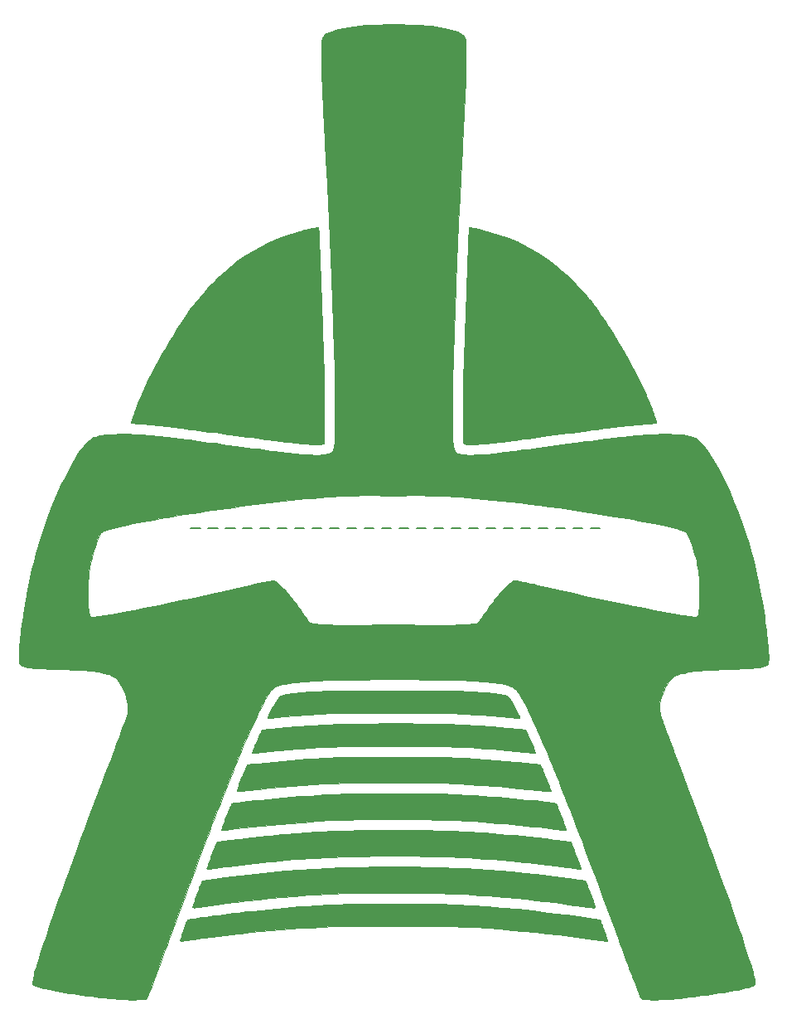
<source format=gbr>
G04 #@! TF.GenerationSoftware,KiCad,Pcbnew,5.1.2*
G04 #@! TF.CreationDate,2019-06-27T21:44:39-07:00*
G04 #@! TF.ProjectId,DC27-Cylon,44433237-2d43-4796-9c6f-6e2e6b696361,rev?*
G04 #@! TF.SameCoordinates,Original*
G04 #@! TF.FileFunction,Legend,Top*
G04 #@! TF.FilePolarity,Positive*
%FSLAX46Y46*%
G04 Gerber Fmt 4.6, Leading zero omitted, Abs format (unit mm)*
G04 Created by KiCad (PCBNEW 5.1.2) date 2019-06-27 21:44:39*
%MOMM*%
%LPD*%
G04 APERTURE LIST*
%ADD10C,0.127000*%
%ADD11C,0.010000*%
G04 APERTURE END LIST*
D10*
X38710020Y-74612500D02*
X39659980Y-74612500D01*
X40485020Y-74612500D02*
X41434980Y-74612500D01*
X42260020Y-74612500D02*
X43209980Y-74612500D01*
X44035020Y-74612500D02*
X44984980Y-74612500D01*
X45810020Y-74612500D02*
X46759980Y-74612500D01*
X47585020Y-74612500D02*
X48534980Y-74612500D01*
X49360020Y-74612500D02*
X50309980Y-74612500D01*
X51135020Y-74612500D02*
X52084980Y-74612500D01*
X52910020Y-74612500D02*
X53859980Y-74612500D01*
X54685020Y-74612500D02*
X55634980Y-74612500D01*
X56460020Y-74612500D02*
X57409980Y-74612500D01*
X58235020Y-74612500D02*
X59184980Y-74612500D01*
X60010020Y-74612500D02*
X60959980Y-74612500D01*
X61785020Y-74612500D02*
X62734980Y-74612500D01*
X63560020Y-74612500D02*
X64509980Y-74612500D01*
X65335020Y-74612500D02*
X66284980Y-74612500D01*
X67110020Y-74612500D02*
X68059980Y-74612500D01*
X68885020Y-74612500D02*
X69834980Y-74612500D01*
X70660020Y-74612500D02*
X71609980Y-74612500D01*
X72435020Y-74612500D02*
X73384980Y-74612500D01*
X74210020Y-74612500D02*
X75159980Y-74612500D01*
X75985020Y-74612500D02*
X76934980Y-74612500D01*
X77760020Y-74612500D02*
X78709980Y-74612500D01*
D11*
G36*
X59857569Y-23162859D02*
G01*
X60153077Y-23165882D01*
X60412346Y-23169044D01*
X60641470Y-23172554D01*
X60846544Y-23176619D01*
X61033663Y-23181447D01*
X61208920Y-23187245D01*
X61378409Y-23194222D01*
X61548227Y-23202584D01*
X61724466Y-23212541D01*
X61913220Y-23224299D01*
X62120586Y-23238066D01*
X62177083Y-23241917D01*
X62716570Y-23284065D01*
X63227821Y-23334599D01*
X63709559Y-23393230D01*
X64160504Y-23459670D01*
X64579379Y-23533632D01*
X64964905Y-23614827D01*
X65315802Y-23702967D01*
X65630794Y-23797764D01*
X65908601Y-23898930D01*
X66147945Y-24006177D01*
X66347547Y-24119217D01*
X66473084Y-24209804D01*
X66538793Y-24266086D01*
X66595781Y-24322761D01*
X66644661Y-24383158D01*
X66686046Y-24450608D01*
X66720549Y-24528441D01*
X66748782Y-24619988D01*
X66771358Y-24728578D01*
X66788890Y-24857541D01*
X66801990Y-25010208D01*
X66811271Y-25189910D01*
X66817346Y-25399975D01*
X66820828Y-25643734D01*
X66822329Y-25924518D01*
X66822534Y-26109083D01*
X66822450Y-26297562D01*
X66822142Y-26480483D01*
X66821551Y-26659229D01*
X66820617Y-26835182D01*
X66819283Y-27009726D01*
X66817487Y-27184242D01*
X66815172Y-27360115D01*
X66812277Y-27538726D01*
X66808744Y-27721459D01*
X66804513Y-27909696D01*
X66799525Y-28104820D01*
X66793721Y-28308215D01*
X66787042Y-28521262D01*
X66779428Y-28745345D01*
X66770821Y-28981846D01*
X66761160Y-29232148D01*
X66750387Y-29497634D01*
X66738443Y-29779687D01*
X66725268Y-30079690D01*
X66710803Y-30399025D01*
X66694989Y-30739075D01*
X66677766Y-31101223D01*
X66659076Y-31486852D01*
X66638859Y-31897345D01*
X66617056Y-32334084D01*
X66593608Y-32798452D01*
X66568455Y-33291833D01*
X66541539Y-33815608D01*
X66512799Y-34371161D01*
X66482178Y-34959874D01*
X66449615Y-35583131D01*
X66415051Y-36242314D01*
X66378427Y-36938805D01*
X66339685Y-37673988D01*
X66298764Y-38449246D01*
X66273601Y-38925500D01*
X66240960Y-39543377D01*
X66210451Y-40121710D01*
X66181950Y-40663224D01*
X66155335Y-41170649D01*
X66130485Y-41646711D01*
X66107275Y-42094140D01*
X66085584Y-42515662D01*
X66065290Y-42914005D01*
X66046269Y-43291898D01*
X66028400Y-43652068D01*
X66011559Y-43997242D01*
X65995625Y-44330150D01*
X65980475Y-44653518D01*
X65965986Y-44970074D01*
X65952035Y-45282546D01*
X65938502Y-45593663D01*
X65925262Y-45906151D01*
X65912193Y-46222739D01*
X65899173Y-46546154D01*
X65886080Y-46879125D01*
X65872790Y-47224379D01*
X65859182Y-47584643D01*
X65845133Y-47962647D01*
X65830520Y-48361117D01*
X65815221Y-48782781D01*
X65799114Y-49230367D01*
X65782075Y-49706604D01*
X65763983Y-50214218D01*
X65753685Y-50503667D01*
X65738826Y-50920658D01*
X65723253Y-51356214D01*
X65707144Y-51805381D01*
X65690680Y-52263205D01*
X65674040Y-52724733D01*
X65657403Y-53185012D01*
X65640950Y-53639087D01*
X65624858Y-54082005D01*
X65609310Y-54508813D01*
X65594482Y-54914558D01*
X65580557Y-55294285D01*
X65567712Y-55643041D01*
X65556127Y-55955873D01*
X65553044Y-56038750D01*
X65534795Y-56533220D01*
X65518329Y-56989982D01*
X65503558Y-57413621D01*
X65490393Y-57808718D01*
X65478744Y-58179860D01*
X65468522Y-58531629D01*
X65459637Y-58868609D01*
X65452002Y-59195384D01*
X65445525Y-59516538D01*
X65440118Y-59836655D01*
X65435693Y-60160318D01*
X65432159Y-60492112D01*
X65429427Y-60836620D01*
X65427408Y-61198427D01*
X65426013Y-61582115D01*
X65425152Y-61992270D01*
X65424737Y-62433474D01*
X65424674Y-62632167D01*
X65424794Y-63072436D01*
X65425359Y-63472753D01*
X65426446Y-63835499D01*
X65428133Y-64163051D01*
X65430495Y-64457792D01*
X65433611Y-64722099D01*
X65437557Y-64958353D01*
X65442410Y-65168934D01*
X65448248Y-65356222D01*
X65455148Y-65522595D01*
X65463187Y-65670435D01*
X65472441Y-65802120D01*
X65482988Y-65920031D01*
X65494906Y-66026548D01*
X65508271Y-66124049D01*
X65523159Y-66214915D01*
X65539650Y-66301526D01*
X65544282Y-66323992D01*
X65581289Y-66459576D01*
X65633083Y-66593608D01*
X65693508Y-66712032D01*
X65749783Y-66793179D01*
X65841070Y-66873276D01*
X65969759Y-66944313D01*
X66131601Y-67004809D01*
X66322348Y-67053283D01*
X66537753Y-67088253D01*
X66622083Y-67097400D01*
X66790499Y-67109142D01*
X66994808Y-67116368D01*
X67228831Y-67119265D01*
X67486392Y-67118025D01*
X67761312Y-67112836D01*
X68047412Y-67103887D01*
X68338516Y-67091370D01*
X68628445Y-67075472D01*
X68911021Y-67056384D01*
X69180067Y-67034295D01*
X69405500Y-67012009D01*
X69523085Y-66998714D01*
X69681245Y-66979912D01*
X69878607Y-66955785D01*
X70113795Y-66926509D01*
X70385436Y-66892266D01*
X70692156Y-66853232D01*
X71032579Y-66809587D01*
X71405331Y-66761511D01*
X71809039Y-66709181D01*
X72242328Y-66652778D01*
X72703823Y-66592480D01*
X73192150Y-66528465D01*
X73705935Y-66460913D01*
X74243804Y-66390003D01*
X74804381Y-66315913D01*
X75386293Y-66238823D01*
X75988166Y-66158912D01*
X76608625Y-66076357D01*
X77246295Y-65991340D01*
X77290083Y-65985495D01*
X77927709Y-65900530D01*
X78525326Y-65821210D01*
X79084851Y-65747306D01*
X79608199Y-65678588D01*
X80097286Y-65614827D01*
X80554027Y-65555794D01*
X80980338Y-65501261D01*
X81378135Y-65450997D01*
X81749334Y-65404775D01*
X82095849Y-65362365D01*
X82419598Y-65323537D01*
X82722495Y-65288063D01*
X83006456Y-65255714D01*
X83273396Y-65226260D01*
X83525233Y-65199473D01*
X83763880Y-65175123D01*
X83991254Y-65152982D01*
X84209271Y-65132820D01*
X84419845Y-65114408D01*
X84624894Y-65097517D01*
X84826332Y-65081917D01*
X84878333Y-65078046D01*
X85351597Y-65046527D01*
X85821444Y-65021912D01*
X86284154Y-65004168D01*
X86736005Y-64993260D01*
X87173277Y-64989156D01*
X87592249Y-64991821D01*
X87989201Y-65001222D01*
X88360412Y-65017326D01*
X88702162Y-65040098D01*
X89010729Y-65069506D01*
X89282393Y-65105515D01*
X89361447Y-65118518D01*
X89679102Y-65186658D01*
X89964258Y-65274966D01*
X90214847Y-65382710D01*
X90384963Y-65479763D01*
X90558012Y-65608093D01*
X90742025Y-65775742D01*
X90936187Y-65981367D01*
X91139684Y-66223624D01*
X91351702Y-66501171D01*
X91571426Y-66812664D01*
X91798043Y-67156760D01*
X92030736Y-67532117D01*
X92268694Y-67937392D01*
X92511100Y-68371240D01*
X92757141Y-68832319D01*
X93006002Y-69319287D01*
X93256869Y-69830799D01*
X93508927Y-70365513D01*
X93761363Y-70922086D01*
X93961163Y-71377844D01*
X94050487Y-71587655D01*
X94151197Y-71829410D01*
X94260178Y-72095282D01*
X94374314Y-72377443D01*
X94490491Y-72668066D01*
X94605591Y-72959324D01*
X94716501Y-73243388D01*
X94820104Y-73512432D01*
X94913284Y-73758627D01*
X94974828Y-73924583D01*
X95241241Y-74671694D01*
X95490751Y-75414863D01*
X95724615Y-76158991D01*
X95944091Y-76908973D01*
X96150436Y-77669707D01*
X96344908Y-78446093D01*
X96528766Y-79243026D01*
X96703265Y-80065405D01*
X96869664Y-80918128D01*
X97029221Y-81806093D01*
X97089097Y-82158417D01*
X97173050Y-82670520D01*
X97251945Y-83172923D01*
X97325620Y-83663846D01*
X97393912Y-84141504D01*
X97456659Y-84604117D01*
X97513699Y-85049902D01*
X97564870Y-85477078D01*
X97610010Y-85883862D01*
X97648956Y-86268472D01*
X97681547Y-86629127D01*
X97707619Y-86964044D01*
X97727012Y-87271442D01*
X97739563Y-87549538D01*
X97745109Y-87796551D01*
X97743489Y-88010697D01*
X97734540Y-88190197D01*
X97718100Y-88333266D01*
X97694008Y-88438125D01*
X97666021Y-88497833D01*
X97613384Y-88548316D01*
X97529100Y-88602612D01*
X97422921Y-88655682D01*
X97304597Y-88702489D01*
X97218062Y-88729292D01*
X97102511Y-88758200D01*
X96976504Y-88784759D01*
X96837373Y-88809192D01*
X96682450Y-88831721D01*
X96509067Y-88852571D01*
X96314556Y-88871963D01*
X96096250Y-88890121D01*
X95851481Y-88907268D01*
X95577580Y-88923626D01*
X95271881Y-88939418D01*
X94931714Y-88954868D01*
X94554413Y-88970198D01*
X94159917Y-88984827D01*
X93672729Y-89002370D01*
X93225532Y-89018866D01*
X92816000Y-89034475D01*
X92441806Y-89049357D01*
X92100626Y-89063672D01*
X91790134Y-89077582D01*
X91508004Y-89091245D01*
X91251909Y-89104822D01*
X91019525Y-89118473D01*
X90808526Y-89132359D01*
X90616586Y-89146639D01*
X90441379Y-89161474D01*
X90280580Y-89177025D01*
X90131863Y-89193450D01*
X89992903Y-89210911D01*
X89861372Y-89229568D01*
X89734947Y-89249581D01*
X89611301Y-89271110D01*
X89488108Y-89294316D01*
X89393260Y-89313191D01*
X89079526Y-89381788D01*
X88803914Y-89453056D01*
X88562225Y-89528698D01*
X88350260Y-89610418D01*
X88163819Y-89699919D01*
X87998703Y-89798905D01*
X87850711Y-89909079D01*
X87785982Y-89965113D01*
X87685391Y-90070573D01*
X87575835Y-90210960D01*
X87460575Y-90380671D01*
X87342871Y-90574102D01*
X87225985Y-90785652D01*
X87113176Y-91009717D01*
X87007706Y-91240695D01*
X86921470Y-91450583D01*
X86797427Y-91811150D01*
X86704449Y-92171202D01*
X86642957Y-92526345D01*
X86613369Y-92872186D01*
X86616106Y-93204334D01*
X86651588Y-93518394D01*
X86702042Y-93747167D01*
X86715323Y-93793374D01*
X86732614Y-93849117D01*
X86754582Y-93916194D01*
X86781895Y-93996403D01*
X86815221Y-94091542D01*
X86855229Y-94203409D01*
X86902586Y-94333802D01*
X86957962Y-94484519D01*
X87022022Y-94657359D01*
X87095437Y-94854119D01*
X87178873Y-95076598D01*
X87273000Y-95326593D01*
X87378484Y-95605903D01*
X87495995Y-95916326D01*
X87626200Y-96259659D01*
X87769767Y-96637702D01*
X87927364Y-97052251D01*
X88042950Y-97356083D01*
X88545843Y-98679611D01*
X89033546Y-99967032D01*
X89506017Y-101218229D01*
X89963214Y-102433087D01*
X90405095Y-103611488D01*
X90831619Y-104753316D01*
X91242744Y-105858455D01*
X91638428Y-106926787D01*
X92018629Y-107958196D01*
X92383306Y-108952566D01*
X92732416Y-109909779D01*
X93065919Y-110829720D01*
X93383772Y-111712272D01*
X93685933Y-112557318D01*
X93972361Y-113364741D01*
X94243014Y-114134425D01*
X94497850Y-114866254D01*
X94736828Y-115560110D01*
X94959905Y-116215877D01*
X95167040Y-116833439D01*
X95358192Y-117412678D01*
X95533318Y-117953479D01*
X95692376Y-118455725D01*
X95835326Y-118919298D01*
X95962124Y-119344083D01*
X96072730Y-119729963D01*
X96127579Y-119929011D01*
X96201073Y-120208952D01*
X96259405Y-120451201D01*
X96302820Y-120657497D01*
X96331562Y-120829578D01*
X96345878Y-120969182D01*
X96346012Y-121078048D01*
X96332211Y-121157914D01*
X96307865Y-121206704D01*
X96252183Y-121253101D01*
X96156513Y-121303147D01*
X96023011Y-121356493D01*
X95853833Y-121412789D01*
X95651134Y-121471685D01*
X95417071Y-121532832D01*
X95153800Y-121595880D01*
X94863475Y-121660478D01*
X94548255Y-121726279D01*
X94210293Y-121792932D01*
X93851747Y-121860086D01*
X93474772Y-121927394D01*
X93081524Y-121994505D01*
X92674159Y-122061069D01*
X92254833Y-122126737D01*
X91825701Y-122191159D01*
X91388921Y-122253985D01*
X90946647Y-122314866D01*
X90501036Y-122373453D01*
X90054243Y-122429394D01*
X89608425Y-122482342D01*
X89165738Y-122531946D01*
X88728337Y-122577857D01*
X88298377Y-122619724D01*
X87878017Y-122657199D01*
X87469410Y-122689931D01*
X87074713Y-122717571D01*
X86939983Y-122725994D01*
X86822847Y-122731513D01*
X86679450Y-122735746D01*
X86515155Y-122738743D01*
X86335326Y-122740557D01*
X86145326Y-122741236D01*
X85950520Y-122740834D01*
X85756271Y-122739399D01*
X85567942Y-122736983D01*
X85390899Y-122733638D01*
X85230503Y-122729413D01*
X85092119Y-122724361D01*
X84981112Y-122718531D01*
X84902843Y-122711975D01*
X84867750Y-122706331D01*
X84783182Y-122668030D01*
X84707712Y-122597744D01*
X84638201Y-122491816D01*
X84582827Y-122374310D01*
X84544197Y-122280236D01*
X84497557Y-122163777D01*
X84442511Y-122023883D01*
X84378665Y-121859504D01*
X84305623Y-121669588D01*
X84222992Y-121453084D01*
X84130376Y-121208942D01*
X84027380Y-120936111D01*
X83913611Y-120633539D01*
X83788672Y-120300176D01*
X83652169Y-119934971D01*
X83503708Y-119536873D01*
X83342893Y-119104831D01*
X83169330Y-118637795D01*
X82982624Y-118134712D01*
X82782381Y-117594534D01*
X82568205Y-117016207D01*
X82448155Y-116691833D01*
X82014029Y-115519493D01*
X81593683Y-114386236D01*
X81186786Y-113291231D01*
X80793010Y-112233648D01*
X80412027Y-111212656D01*
X80043508Y-110227424D01*
X79687124Y-109277122D01*
X79342547Y-108360919D01*
X79009448Y-107477984D01*
X78687499Y-106627486D01*
X78376370Y-105808595D01*
X78075734Y-105020481D01*
X77785262Y-104262312D01*
X77504625Y-103533258D01*
X77233495Y-102832488D01*
X76971542Y-102159171D01*
X76718438Y-101512477D01*
X76473856Y-100891576D01*
X76237465Y-100295635D01*
X76008938Y-99723826D01*
X75787945Y-99175316D01*
X75574159Y-98649276D01*
X75367251Y-98144875D01*
X75166891Y-97661281D01*
X74972752Y-97197665D01*
X74784505Y-96753196D01*
X74601821Y-96327042D01*
X74424372Y-95918374D01*
X74251828Y-95526360D01*
X74083862Y-95150171D01*
X73920144Y-94788974D01*
X73760347Y-94441940D01*
X73604141Y-94108238D01*
X73451199Y-93787037D01*
X73301190Y-93477507D01*
X73153787Y-93178816D01*
X73119247Y-93109620D01*
X72942612Y-92759640D01*
X72780950Y-92446387D01*
X72632685Y-92167626D01*
X72496242Y-91921118D01*
X72370047Y-91704627D01*
X72252525Y-91515916D01*
X72142100Y-91352748D01*
X72037198Y-91212884D01*
X71936245Y-91094089D01*
X71837664Y-90994124D01*
X71739883Y-90910753D01*
X71641324Y-90841738D01*
X71540415Y-90784843D01*
X71455300Y-90745867D01*
X71255378Y-90671802D01*
X71022130Y-90602350D01*
X70754684Y-90537393D01*
X70452168Y-90476811D01*
X70113712Y-90420484D01*
X69738443Y-90368294D01*
X69325491Y-90320121D01*
X68873984Y-90275846D01*
X68383050Y-90235349D01*
X67851819Y-90198512D01*
X67279419Y-90165214D01*
X67172417Y-90159611D01*
X66989419Y-90150417D01*
X66810396Y-90141954D01*
X66632591Y-90134165D01*
X66453246Y-90126993D01*
X66269603Y-90120384D01*
X66078905Y-90114279D01*
X65878395Y-90108624D01*
X65665316Y-90103360D01*
X65436909Y-90098433D01*
X65190417Y-90093786D01*
X64923083Y-90089361D01*
X64632150Y-90085104D01*
X64314860Y-90080957D01*
X63968455Y-90076865D01*
X63590179Y-90072770D01*
X63177273Y-90068617D01*
X62726981Y-90064349D01*
X62341125Y-90060842D01*
X61804228Y-90056261D01*
X61302814Y-90052486D01*
X60830042Y-90049516D01*
X60379067Y-90047352D01*
X59943049Y-90045994D01*
X59515144Y-90045442D01*
X59088510Y-90045695D01*
X58656305Y-90046754D01*
X58211686Y-90048618D01*
X57747810Y-90051289D01*
X57257837Y-90054764D01*
X56734921Y-90059046D01*
X56530875Y-90060842D01*
X56049956Y-90065233D01*
X55608580Y-90069467D01*
X55203956Y-90073601D01*
X54833297Y-90077691D01*
X54493810Y-90081796D01*
X54182707Y-90085971D01*
X53897198Y-90090275D01*
X53634493Y-90094764D01*
X53391802Y-90099496D01*
X53166335Y-90104528D01*
X52955302Y-90109916D01*
X52755914Y-90115718D01*
X52565381Y-90121991D01*
X52380912Y-90128792D01*
X52199718Y-90136178D01*
X52019010Y-90144207D01*
X51835996Y-90152935D01*
X51699583Y-90159769D01*
X51098799Y-90193590D01*
X50539892Y-90231675D01*
X50022618Y-90274059D01*
X49546730Y-90320777D01*
X49111985Y-90371866D01*
X48718139Y-90427360D01*
X48364945Y-90487295D01*
X48052160Y-90551706D01*
X47779538Y-90620629D01*
X47546836Y-90694099D01*
X47353808Y-90772152D01*
X47303922Y-90796304D01*
X47210611Y-90849742D01*
X47118161Y-90916139D01*
X47025145Y-90997635D01*
X46930140Y-91096370D01*
X46831719Y-91214484D01*
X46728459Y-91354118D01*
X46618933Y-91517410D01*
X46501717Y-91706502D01*
X46375386Y-91923533D01*
X46238514Y-92170644D01*
X46089677Y-92449974D01*
X45927449Y-92763664D01*
X45750406Y-93113853D01*
X45719483Y-93175667D01*
X45568890Y-93480210D01*
X45414880Y-93797917D01*
X45257139Y-94129582D01*
X45095351Y-94476001D01*
X44929204Y-94837969D01*
X44758381Y-95216282D01*
X44582569Y-95611734D01*
X44401452Y-96025121D01*
X44214717Y-96457239D01*
X44022048Y-96908883D01*
X43823131Y-97380849D01*
X43617652Y-97873930D01*
X43405295Y-98388924D01*
X43185746Y-98926625D01*
X42958692Y-99487828D01*
X42723816Y-100073330D01*
X42480805Y-100683924D01*
X42229343Y-101320408D01*
X41969117Y-101983575D01*
X41699812Y-102674222D01*
X41421112Y-103393143D01*
X41132704Y-104141135D01*
X40834274Y-104918991D01*
X40525505Y-105727509D01*
X40206084Y-106567483D01*
X39875697Y-107439708D01*
X39534028Y-108344980D01*
X39180763Y-109284094D01*
X38815587Y-110257845D01*
X38438187Y-111267029D01*
X38048246Y-112312442D01*
X37645452Y-113394878D01*
X37229488Y-114515133D01*
X36800041Y-115674002D01*
X36501755Y-116480167D01*
X36279794Y-117080207D01*
X36071952Y-117641653D01*
X35877791Y-118165661D01*
X35696873Y-118653388D01*
X35528759Y-119105991D01*
X35373010Y-119524626D01*
X35229188Y-119910451D01*
X35096856Y-120264623D01*
X34975574Y-120588298D01*
X34864903Y-120882633D01*
X34764407Y-121148785D01*
X34673645Y-121387911D01*
X34592180Y-121601167D01*
X34519574Y-121789711D01*
X34455387Y-121954699D01*
X34399182Y-122097289D01*
X34350520Y-122218636D01*
X34308963Y-122319899D01*
X34274072Y-122402233D01*
X34245409Y-122466796D01*
X34222535Y-122514745D01*
X34205013Y-122547235D01*
X34198780Y-122557088D01*
X34151437Y-122618547D01*
X34101207Y-122661437D01*
X34038220Y-122690281D01*
X33952609Y-122709602D01*
X33834917Y-122723885D01*
X33771676Y-122727851D01*
X33672462Y-122731365D01*
X33543633Y-122734400D01*
X33391546Y-122736929D01*
X33222558Y-122738925D01*
X33043028Y-122740360D01*
X32859313Y-122741208D01*
X32677770Y-122741441D01*
X32504759Y-122741032D01*
X32346636Y-122739954D01*
X32209759Y-122738180D01*
X32100487Y-122735681D01*
X32025175Y-122732432D01*
X32014583Y-122731677D01*
X31964168Y-122727954D01*
X31881127Y-122722125D01*
X31775079Y-122714850D01*
X31655641Y-122706794D01*
X31591250Y-122702503D01*
X31194177Y-122673729D01*
X30778398Y-122639014D01*
X30346758Y-122598798D01*
X29902101Y-122553522D01*
X29447271Y-122503624D01*
X28985113Y-122449546D01*
X28518472Y-122391726D01*
X28050191Y-122330604D01*
X27583115Y-122266621D01*
X27120089Y-122200217D01*
X26663957Y-122131830D01*
X26217564Y-122061901D01*
X25783753Y-121990870D01*
X25365369Y-121919177D01*
X24965258Y-121847261D01*
X24586262Y-121775562D01*
X24231227Y-121704521D01*
X23902997Y-121634576D01*
X23604416Y-121566169D01*
X23338329Y-121499738D01*
X23107581Y-121435724D01*
X22915015Y-121374566D01*
X22847920Y-121350479D01*
X22724489Y-121301701D01*
X22636213Y-121258678D01*
X22577430Y-121215939D01*
X22542475Y-121168015D01*
X22525687Y-121109435D01*
X22521401Y-121035111D01*
X22529409Y-120910062D01*
X22553228Y-120746164D01*
X22592729Y-120543786D01*
X22647783Y-120303298D01*
X22718260Y-120025069D01*
X22804031Y-119709466D01*
X22904966Y-119356861D01*
X23020937Y-118967620D01*
X23151812Y-118542114D01*
X23297465Y-118080711D01*
X23457764Y-117583780D01*
X23632580Y-117051691D01*
X23821785Y-116484811D01*
X24025248Y-115883511D01*
X24242841Y-115248158D01*
X24474434Y-114579123D01*
X24719897Y-113876774D01*
X24979102Y-113141479D01*
X25251918Y-112373608D01*
X25538217Y-111573531D01*
X25837869Y-110741615D01*
X26150744Y-109878229D01*
X26476714Y-108983744D01*
X26815649Y-108058527D01*
X27167419Y-107102948D01*
X27531895Y-106117376D01*
X27908948Y-105102179D01*
X28298449Y-104057726D01*
X28700267Y-102984387D01*
X29114274Y-101882531D01*
X29540341Y-100752525D01*
X29978337Y-99594741D01*
X30428134Y-98409545D01*
X30776658Y-97493667D01*
X30946314Y-97048227D01*
X31101514Y-96640468D01*
X31242940Y-96268534D01*
X31371274Y-95930571D01*
X31487199Y-95624725D01*
X31591394Y-95349141D01*
X31684543Y-95101964D01*
X31767328Y-94881340D01*
X31840428Y-94685414D01*
X31904528Y-94512333D01*
X31960307Y-94360241D01*
X32008449Y-94227283D01*
X32049634Y-94111606D01*
X32084544Y-94011355D01*
X32113862Y-93924676D01*
X32138269Y-93849713D01*
X32158446Y-93784613D01*
X32175076Y-93727520D01*
X32188839Y-93676581D01*
X32200419Y-93629941D01*
X32206269Y-93604718D01*
X32222802Y-93505918D01*
X32236176Y-93375573D01*
X32246058Y-93224378D01*
X32252115Y-93063026D01*
X32254016Y-92902213D01*
X32251428Y-92752632D01*
X32244018Y-92624977D01*
X32238362Y-92572417D01*
X32175625Y-92202827D01*
X32085095Y-91843370D01*
X31964049Y-91485429D01*
X31809761Y-91120388D01*
X31720124Y-90934163D01*
X31606717Y-90717441D01*
X31489384Y-90512242D01*
X31373050Y-90326592D01*
X31262639Y-90168514D01*
X31205277Y-90095082D01*
X31082420Y-89962805D01*
X30940435Y-89843350D01*
X30776174Y-89735329D01*
X30586488Y-89637352D01*
X30368229Y-89548031D01*
X30118248Y-89465976D01*
X29833397Y-89389798D01*
X29510527Y-89318108D01*
X29389917Y-89294198D01*
X29261071Y-89270291D01*
X29129845Y-89248015D01*
X28993912Y-89227217D01*
X28850946Y-89207742D01*
X28698619Y-89189436D01*
X28534606Y-89172144D01*
X28356579Y-89155713D01*
X28162213Y-89139987D01*
X27949181Y-89124813D01*
X27715155Y-89110036D01*
X27457811Y-89095501D01*
X27174820Y-89081056D01*
X26863857Y-89066544D01*
X26522596Y-89051813D01*
X26148709Y-89036707D01*
X25739869Y-89021073D01*
X25293752Y-89004756D01*
X24808029Y-88987601D01*
X24722667Y-88984636D01*
X24370230Y-88972109D01*
X24056202Y-88960223D01*
X23776666Y-88948740D01*
X23527707Y-88937423D01*
X23305407Y-88926036D01*
X23105851Y-88914342D01*
X22925123Y-88902103D01*
X22759307Y-88889082D01*
X22604486Y-88875043D01*
X22456746Y-88859748D01*
X22312168Y-88842960D01*
X22246167Y-88834737D01*
X21990729Y-88796549D01*
X21765866Y-88751064D01*
X21573809Y-88699008D01*
X21416792Y-88641107D01*
X21297049Y-88578085D01*
X21216812Y-88510669D01*
X21205713Y-88496737D01*
X21175264Y-88429418D01*
X21152395Y-88322159D01*
X21136982Y-88176645D01*
X21128899Y-87994562D01*
X21128022Y-87777595D01*
X21134227Y-87527431D01*
X21147389Y-87245756D01*
X21167383Y-86934254D01*
X21194085Y-86594611D01*
X21227371Y-86228515D01*
X21267115Y-85837649D01*
X21313194Y-85423700D01*
X21365482Y-84988354D01*
X21423855Y-84533296D01*
X21488189Y-84060213D01*
X21558359Y-83570789D01*
X21581005Y-83417833D01*
X21734458Y-82433173D01*
X21895658Y-81486570D01*
X21920811Y-81351483D01*
X28176801Y-81351483D01*
X28179568Y-81708380D01*
X28187511Y-82041645D01*
X28200448Y-82349154D01*
X28218196Y-82628777D01*
X28240573Y-82878389D01*
X28267397Y-83095862D01*
X28298487Y-83279069D01*
X28333659Y-83425882D01*
X28372733Y-83534176D01*
X28403227Y-83587167D01*
X28421322Y-83609199D01*
X28442025Y-83623980D01*
X28473364Y-83632848D01*
X28523368Y-83637144D01*
X28600066Y-83638206D01*
X28704637Y-83637442D01*
X28818037Y-83633560D01*
X28953675Y-83623834D01*
X29112889Y-83608042D01*
X29297019Y-83585958D01*
X29507405Y-83557358D01*
X29745386Y-83522019D01*
X30012300Y-83479714D01*
X30309488Y-83430220D01*
X30638290Y-83373313D01*
X31000043Y-83308769D01*
X31396088Y-83236362D01*
X31827764Y-83155869D01*
X32296411Y-83067065D01*
X32803368Y-82969726D01*
X33349974Y-82863627D01*
X33506833Y-82832999D01*
X34470510Y-82642268D01*
X35470954Y-82439711D01*
X36504522Y-82226110D01*
X37567569Y-82002248D01*
X38656451Y-81768908D01*
X39767524Y-81526872D01*
X40897143Y-81276922D01*
X42041665Y-81019842D01*
X43197445Y-80756413D01*
X43497500Y-80687403D01*
X43921809Y-80589810D01*
X44307353Y-80501533D01*
X44656546Y-80422065D01*
X44971801Y-80350900D01*
X45255530Y-80287532D01*
X45510148Y-80231456D01*
X45738068Y-80182165D01*
X45941704Y-80139153D01*
X46123467Y-80101915D01*
X46285773Y-80069943D01*
X46431033Y-80042733D01*
X46561663Y-80019777D01*
X46680074Y-80000571D01*
X46788681Y-79984608D01*
X46889896Y-79971381D01*
X46941133Y-79965335D01*
X47040249Y-79956181D01*
X47131182Y-79951529D01*
X47200811Y-79951878D01*
X47226024Y-79954521D01*
X47298482Y-79982696D01*
X47395322Y-80044304D01*
X47516718Y-80139485D01*
X47662846Y-80268381D01*
X47833878Y-80431131D01*
X47910979Y-80507417D01*
X48111529Y-80710774D01*
X48301712Y-80910270D01*
X48484680Y-81109831D01*
X48663589Y-81313380D01*
X48841593Y-81524843D01*
X49021846Y-81748145D01*
X49207502Y-81987210D01*
X49401716Y-82245963D01*
X49607641Y-82528329D01*
X49828432Y-82838234D01*
X50067243Y-83179601D01*
X50122353Y-83259083D01*
X50286603Y-83495155D01*
X50428518Y-83696625D01*
X50548782Y-83864422D01*
X50648077Y-83999476D01*
X50727083Y-84102714D01*
X50786484Y-84175067D01*
X50824299Y-84215055D01*
X50887876Y-84254394D01*
X50989538Y-84292147D01*
X51125036Y-84326933D01*
X51233917Y-84348117D01*
X51354469Y-84365470D01*
X51513077Y-84382555D01*
X51705463Y-84399143D01*
X51927350Y-84415004D01*
X52174460Y-84429910D01*
X52442516Y-84443630D01*
X52727240Y-84455936D01*
X53024355Y-84466599D01*
X53329583Y-84475388D01*
X53638646Y-84482075D01*
X53773917Y-84484280D01*
X53921741Y-84485840D01*
X54107402Y-84486815D01*
X54326403Y-84487235D01*
X54574253Y-84487132D01*
X54846457Y-84486536D01*
X55138522Y-84485478D01*
X55445954Y-84483989D01*
X55764259Y-84482100D01*
X56088944Y-84479842D01*
X56415516Y-84477246D01*
X56739480Y-84474342D01*
X57056343Y-84471162D01*
X57361611Y-84467737D01*
X57650791Y-84464097D01*
X57919389Y-84460273D01*
X58162912Y-84456297D01*
X58345917Y-84452839D01*
X58743658Y-84445966D01*
X59119767Y-84442197D01*
X59487752Y-84441549D01*
X59861121Y-84444040D01*
X60253383Y-84449687D01*
X60557833Y-84455779D01*
X60809770Y-84460749D01*
X61087872Y-84465195D01*
X61388377Y-84469114D01*
X61707522Y-84472505D01*
X62041547Y-84475367D01*
X62386689Y-84477697D01*
X62739185Y-84479495D01*
X63095273Y-84480760D01*
X63451192Y-84481489D01*
X63803179Y-84481681D01*
X64147473Y-84481335D01*
X64480310Y-84480449D01*
X64797929Y-84479023D01*
X65096568Y-84477053D01*
X65372465Y-84474539D01*
X65621857Y-84471480D01*
X65840983Y-84467874D01*
X66026080Y-84463719D01*
X66173386Y-84459014D01*
X66198750Y-84457974D01*
X66548808Y-84441333D01*
X66858182Y-84423159D01*
X67128504Y-84403239D01*
X67361402Y-84381358D01*
X67558506Y-84357302D01*
X67721446Y-84330857D01*
X67851852Y-84301809D01*
X67951353Y-84269944D01*
X68021580Y-84235048D01*
X68047700Y-84215055D01*
X68089726Y-84170203D01*
X68150732Y-84095316D01*
X68231401Y-83989466D01*
X68332413Y-83851724D01*
X68454453Y-83681161D01*
X68598200Y-83476847D01*
X68749647Y-83259083D01*
X68962202Y-82953629D01*
X69154587Y-82680528D01*
X69329302Y-82436383D01*
X69488849Y-82217799D01*
X69635729Y-82021377D01*
X69772442Y-81843720D01*
X69901491Y-81681433D01*
X69996424Y-81565750D01*
X70177286Y-81352259D01*
X70359412Y-81144474D01*
X70540135Y-80945011D01*
X70716787Y-80756483D01*
X70886701Y-80581506D01*
X71047211Y-80422692D01*
X71195647Y-80282658D01*
X71329344Y-80164016D01*
X71445634Y-80069382D01*
X71541850Y-80001370D01*
X71615324Y-79962593D01*
X71639192Y-79955572D01*
X71699721Y-79949686D01*
X71782914Y-79950830D01*
X71890119Y-79959267D01*
X72022683Y-79975260D01*
X72181954Y-79999073D01*
X72369278Y-80030968D01*
X72586005Y-80071209D01*
X72833481Y-80120059D01*
X73113053Y-80177781D01*
X73426070Y-80244638D01*
X73773878Y-80320892D01*
X74157826Y-80406809D01*
X74579260Y-80502649D01*
X75039528Y-80608677D01*
X75332167Y-80676658D01*
X76533618Y-80953541D01*
X77765024Y-81231525D01*
X79016216Y-81508423D01*
X80277029Y-81782048D01*
X81537295Y-82050213D01*
X82786848Y-82310728D01*
X84015521Y-82561408D01*
X85068833Y-82771625D01*
X85261775Y-82809723D01*
X85442887Y-82845512D01*
X85607732Y-82878115D01*
X85751876Y-82906652D01*
X85870884Y-82930245D01*
X85960321Y-82948017D01*
X86015751Y-82959088D01*
X86031917Y-82962374D01*
X86073259Y-82970678D01*
X86150155Y-82985648D01*
X86256553Y-83006136D01*
X86386404Y-83030993D01*
X86533654Y-83059067D01*
X86692254Y-83089211D01*
X86856150Y-83120273D01*
X87019294Y-83151105D01*
X87175632Y-83180556D01*
X87319114Y-83207478D01*
X87443688Y-83230719D01*
X87471250Y-83235835D01*
X87656067Y-83269567D01*
X87863497Y-83306514D01*
X88086751Y-83345536D01*
X88319045Y-83385497D01*
X88553591Y-83425257D01*
X88783604Y-83463679D01*
X89002295Y-83499624D01*
X89202880Y-83531955D01*
X89378571Y-83559533D01*
X89522583Y-83581220D01*
X89577333Y-83589046D01*
X89718707Y-83606303D01*
X89872332Y-83621002D01*
X90021212Y-83631748D01*
X90148353Y-83637148D01*
X90167363Y-83637442D01*
X90276758Y-83638209D01*
X90351853Y-83637010D01*
X90400677Y-83632508D01*
X90431257Y-83623362D01*
X90451623Y-83608233D01*
X90468773Y-83587167D01*
X90508658Y-83510785D01*
X90544957Y-83395646D01*
X90577600Y-83245177D01*
X90606522Y-83062807D01*
X90631655Y-82851964D01*
X90652933Y-82616078D01*
X90670289Y-82358576D01*
X90683654Y-82082887D01*
X90692964Y-81792439D01*
X90698150Y-81490662D01*
X90699147Y-81180983D01*
X90695885Y-80866831D01*
X90688300Y-80551635D01*
X90676324Y-80238824D01*
X90659889Y-79931825D01*
X90638930Y-79634067D01*
X90613378Y-79348980D01*
X90583168Y-79079990D01*
X90560120Y-78909333D01*
X90511857Y-78614691D01*
X90449205Y-78290766D01*
X90374557Y-77947138D01*
X90290307Y-77593387D01*
X90198850Y-77239096D01*
X90102579Y-76893843D01*
X90003888Y-76567211D01*
X89905171Y-76268779D01*
X89888426Y-76221167D01*
X89774967Y-75915405D01*
X89666360Y-75650995D01*
X89562250Y-75427277D01*
X89462278Y-75243591D01*
X89366087Y-75099278D01*
X89273321Y-74993678D01*
X89188880Y-74929098D01*
X89080841Y-74876104D01*
X88932091Y-74817869D01*
X88743891Y-74754659D01*
X88517503Y-74686742D01*
X88254188Y-74614384D01*
X87955209Y-74537853D01*
X87621827Y-74457417D01*
X87255304Y-74373341D01*
X86856902Y-74285893D01*
X86427883Y-74195341D01*
X85969507Y-74101951D01*
X85483038Y-74005991D01*
X84969736Y-73907727D01*
X84430864Y-73807427D01*
X83867683Y-73705358D01*
X83281456Y-73601786D01*
X82673443Y-73496980D01*
X82044907Y-73391207D01*
X81502250Y-73301845D01*
X80472763Y-73136663D01*
X79440204Y-72976288D01*
X78407253Y-72821038D01*
X77376587Y-72671234D01*
X76350887Y-72527192D01*
X75332831Y-72389233D01*
X74325099Y-72257675D01*
X73330370Y-72132837D01*
X72351323Y-72015038D01*
X71390637Y-71904597D01*
X70450991Y-71801832D01*
X69535065Y-71707063D01*
X68645537Y-71620608D01*
X67785088Y-71542786D01*
X66956395Y-71473917D01*
X66162138Y-71414318D01*
X65404997Y-71364309D01*
X65045167Y-71343223D01*
X64543612Y-71317818D01*
X64024672Y-71296866D01*
X63485144Y-71280320D01*
X62921827Y-71268134D01*
X62331519Y-71260262D01*
X61711017Y-71256657D01*
X61057119Y-71257274D01*
X60366624Y-71262066D01*
X59838167Y-71268167D01*
X59658364Y-71269882D01*
X59443966Y-71270784D01*
X59202702Y-71270902D01*
X58942302Y-71270269D01*
X58670494Y-71268914D01*
X58395008Y-71266869D01*
X58123574Y-71264163D01*
X57863921Y-71260829D01*
X57816750Y-71260129D01*
X57262802Y-71254480D01*
X56706752Y-71254444D01*
X56145930Y-71260190D01*
X55577662Y-71271884D01*
X54999276Y-71289695D01*
X54408101Y-71313790D01*
X53801463Y-71344339D01*
X53176691Y-71381508D01*
X52531113Y-71425466D01*
X51862056Y-71476380D01*
X51166849Y-71534419D01*
X50442818Y-71599750D01*
X49687292Y-71672541D01*
X48897598Y-71752961D01*
X48071065Y-71841176D01*
X47413333Y-71913906D01*
X46710161Y-71994261D01*
X45998569Y-72078539D01*
X45280342Y-72166442D01*
X44557263Y-72257678D01*
X43831117Y-72351951D01*
X43103688Y-72448966D01*
X42376759Y-72548429D01*
X41652115Y-72650045D01*
X40931539Y-72753519D01*
X40216816Y-72858556D01*
X39509729Y-72964862D01*
X38812064Y-73072142D01*
X38125602Y-73180100D01*
X37452130Y-73288443D01*
X36793429Y-73396876D01*
X36151286Y-73505103D01*
X35527483Y-73612830D01*
X34923805Y-73719763D01*
X34342035Y-73825605D01*
X33783957Y-73930064D01*
X33251357Y-74032843D01*
X32746017Y-74133649D01*
X32269721Y-74232186D01*
X31824254Y-74328159D01*
X31411400Y-74421275D01*
X31032942Y-74511237D01*
X30690664Y-74597752D01*
X30386351Y-74680524D01*
X30121787Y-74759259D01*
X30046083Y-74783465D01*
X29891667Y-74836481D01*
X29771326Y-74885189D01*
X29677739Y-74934137D01*
X29603583Y-74987874D01*
X29541538Y-75050946D01*
X29484281Y-75127900D01*
X29479175Y-75135568D01*
X29367947Y-75322237D01*
X29254577Y-75548005D01*
X29140162Y-75809762D01*
X29025799Y-76104398D01*
X28912586Y-76428802D01*
X28801620Y-76779866D01*
X28693997Y-77154478D01*
X28590817Y-77549528D01*
X28513593Y-77872167D01*
X28445227Y-78181007D01*
X28386502Y-78473579D01*
X28336712Y-78756458D01*
X28295146Y-79036218D01*
X28261098Y-79319433D01*
X28233857Y-79612678D01*
X28212716Y-79922525D01*
X28196966Y-80255551D01*
X28185899Y-80618328D01*
X28179392Y-80973083D01*
X28176801Y-81351483D01*
X21920811Y-81351483D01*
X22065523Y-80574300D01*
X22244968Y-79692641D01*
X22434912Y-78837871D01*
X22636272Y-78006268D01*
X22849964Y-77194108D01*
X23076906Y-76397670D01*
X23318015Y-75613230D01*
X23574209Y-74837067D01*
X23846403Y-74065458D01*
X23963370Y-73748131D01*
X24215143Y-73086399D01*
X24470442Y-72440692D01*
X24728444Y-71812578D01*
X24988323Y-71203629D01*
X25249256Y-70615414D01*
X25510417Y-70049503D01*
X25770982Y-69507465D01*
X26030127Y-68990872D01*
X26287026Y-68501291D01*
X26540856Y-68040295D01*
X26790792Y-67609452D01*
X27036008Y-67210332D01*
X27275682Y-66844506D01*
X27508987Y-66513543D01*
X27735100Y-66219013D01*
X27953196Y-65962486D01*
X28162450Y-65745531D01*
X28170814Y-65737517D01*
X28309506Y-65614327D01*
X28454293Y-65505336D01*
X28608506Y-65409642D01*
X28775477Y-65326344D01*
X28958535Y-65254541D01*
X29161012Y-65193330D01*
X29386238Y-65141810D01*
X29637545Y-65099080D01*
X29918262Y-65064239D01*
X30231722Y-65036385D01*
X30581253Y-65014617D01*
X30892750Y-65000839D01*
X31337256Y-64989732D01*
X31816431Y-64988302D01*
X32323774Y-64996373D01*
X32852785Y-65013768D01*
X33396961Y-65040307D01*
X33949803Y-65075815D01*
X34131250Y-65089333D01*
X34318730Y-65104097D01*
X34505793Y-65119519D01*
X34694350Y-65135830D01*
X34886309Y-65153260D01*
X35083581Y-65172039D01*
X35288075Y-65192399D01*
X35501700Y-65214568D01*
X35726366Y-65238778D01*
X35963982Y-65265260D01*
X36216459Y-65294242D01*
X36485705Y-65325957D01*
X36773631Y-65360634D01*
X37082145Y-65398503D01*
X37413158Y-65439796D01*
X37768578Y-65484742D01*
X38150316Y-65533572D01*
X38560281Y-65586516D01*
X39000382Y-65643805D01*
X39472530Y-65705669D01*
X39978633Y-65772338D01*
X40520602Y-65844044D01*
X41100345Y-65921015D01*
X41719772Y-66003484D01*
X41835917Y-66018968D01*
X42554288Y-66114689D01*
X43231786Y-66204824D01*
X43869483Y-66289509D01*
X44468448Y-66368881D01*
X45029755Y-66443078D01*
X45554474Y-66512238D01*
X46043677Y-66576498D01*
X46498434Y-66635995D01*
X46919818Y-66690868D01*
X47308899Y-66741252D01*
X47666749Y-66787286D01*
X47994439Y-66829108D01*
X48293041Y-66866854D01*
X48563626Y-66900663D01*
X48807265Y-66930671D01*
X49025029Y-66957016D01*
X49217991Y-66979835D01*
X49387220Y-66999266D01*
X49533789Y-67015447D01*
X49658769Y-67028515D01*
X49763232Y-67038606D01*
X49826333Y-67044106D01*
X50129180Y-67066761D01*
X50436704Y-67085574D01*
X50743129Y-67100417D01*
X51042684Y-67111164D01*
X51329593Y-67117686D01*
X51598083Y-67119856D01*
X51842381Y-67117547D01*
X52056712Y-67110630D01*
X52235303Y-67098979D01*
X52249917Y-67097648D01*
X52461194Y-67069754D01*
X52654557Y-67028235D01*
X52824749Y-66974915D01*
X52966515Y-66911621D01*
X53074598Y-66840177D01*
X53120010Y-66795454D01*
X53203977Y-66668800D01*
X53273623Y-66507235D01*
X53318400Y-66352058D01*
X53336221Y-66271624D01*
X53352351Y-66187732D01*
X53366870Y-66098042D01*
X53379858Y-66000217D01*
X53391396Y-65891918D01*
X53401564Y-65770806D01*
X53410444Y-65634543D01*
X53418116Y-65480790D01*
X53424659Y-65307209D01*
X53430156Y-65111462D01*
X53434686Y-64891210D01*
X53438330Y-64644114D01*
X53441168Y-64367836D01*
X53443282Y-64060037D01*
X53444751Y-63718379D01*
X53445656Y-63340523D01*
X53446078Y-62924132D01*
X53446132Y-62644139D01*
X53445926Y-62182846D01*
X53445309Y-61755217D01*
X53444189Y-61356613D01*
X53442478Y-60982393D01*
X53440087Y-60627916D01*
X53436926Y-60288541D01*
X53432906Y-59959627D01*
X53427937Y-59636534D01*
X53421929Y-59314622D01*
X53414795Y-58989249D01*
X53406443Y-58655774D01*
X53396785Y-58309558D01*
X53385730Y-57945958D01*
X53373191Y-57560335D01*
X53359077Y-57148048D01*
X53343299Y-56704456D01*
X53325768Y-56224918D01*
X53318868Y-56038750D01*
X53307693Y-55737204D01*
X53295202Y-55398305D01*
X53281573Y-55027006D01*
X53266987Y-54628261D01*
X53251622Y-54207023D01*
X53235659Y-53768245D01*
X53219278Y-53316882D01*
X53202657Y-52857886D01*
X53185978Y-52396211D01*
X53169419Y-51936811D01*
X53153160Y-51484638D01*
X53137381Y-51044647D01*
X53122262Y-50621792D01*
X53118048Y-50503667D01*
X53102171Y-50058279D01*
X53087212Y-49638720D01*
X53073079Y-49242995D01*
X53059681Y-48869107D01*
X53046925Y-48515058D01*
X53034721Y-48178854D01*
X53022975Y-47858496D01*
X53011597Y-47551989D01*
X53000496Y-47257336D01*
X52989578Y-46972541D01*
X52978753Y-46695607D01*
X52967928Y-46424538D01*
X52957013Y-46157336D01*
X52945915Y-45892006D01*
X52934543Y-45626551D01*
X52922804Y-45358975D01*
X52910608Y-45087281D01*
X52897863Y-44809472D01*
X52884476Y-44523553D01*
X52870357Y-44227525D01*
X52855412Y-43919394D01*
X52839552Y-43597163D01*
X52822684Y-43258834D01*
X52804715Y-42902412D01*
X52785556Y-42525900D01*
X52765113Y-42127301D01*
X52743296Y-41704619D01*
X52720012Y-41255858D01*
X52695170Y-40779020D01*
X52668678Y-40272110D01*
X52640444Y-39733131D01*
X52610377Y-39160087D01*
X52578385Y-38550980D01*
X52544376Y-37903815D01*
X52508259Y-37216594D01*
X52504072Y-37136917D01*
X52466842Y-36428319D01*
X52431776Y-35760419D01*
X52398810Y-35131636D01*
X52367877Y-34540395D01*
X52338913Y-33985116D01*
X52311851Y-33464222D01*
X52286627Y-32976134D01*
X52263176Y-32519275D01*
X52241431Y-32092067D01*
X52221329Y-31692931D01*
X52202802Y-31320290D01*
X52185787Y-30972566D01*
X52170217Y-30648181D01*
X52156028Y-30345556D01*
X52143154Y-30063114D01*
X52131529Y-29799277D01*
X52121089Y-29552466D01*
X52111768Y-29321104D01*
X52103501Y-29103613D01*
X52096222Y-28898415D01*
X52089866Y-28703932D01*
X52084368Y-28518585D01*
X52079662Y-28340797D01*
X52075683Y-28168990D01*
X52072366Y-28001586D01*
X52069646Y-27837007D01*
X52067457Y-27673674D01*
X52065733Y-27510011D01*
X52064410Y-27344438D01*
X52063422Y-27175378D01*
X52062703Y-27001253D01*
X52062189Y-26820486D01*
X52061815Y-26631497D01*
X52061535Y-26447750D01*
X52061210Y-26141601D01*
X52061254Y-25874537D01*
X52061811Y-25643312D01*
X52063027Y-25444677D01*
X52065045Y-25275386D01*
X52068012Y-25132191D01*
X52072071Y-25011845D01*
X52077369Y-24911101D01*
X52084049Y-24826711D01*
X52092256Y-24755428D01*
X52102136Y-24694005D01*
X52113833Y-24639194D01*
X52127493Y-24587749D01*
X52143260Y-24536421D01*
X52147379Y-24523741D01*
X52205345Y-24409329D01*
X52302940Y-24294842D01*
X52437496Y-24181919D01*
X52606343Y-24072198D01*
X52806813Y-23967318D01*
X53036236Y-23868918D01*
X53291943Y-23778636D01*
X53428520Y-23737138D01*
X53851757Y-23626706D01*
X54315341Y-23527911D01*
X54818906Y-23440786D01*
X55362089Y-23365364D01*
X55944523Y-23301678D01*
X56565844Y-23249760D01*
X57225687Y-23209642D01*
X57923687Y-23181358D01*
X58659480Y-23164939D01*
X59432700Y-23160419D01*
X59857569Y-23162859D01*
X59857569Y-23162859D01*
G37*
X59857569Y-23162859D02*
X60153077Y-23165882D01*
X60412346Y-23169044D01*
X60641470Y-23172554D01*
X60846544Y-23176619D01*
X61033663Y-23181447D01*
X61208920Y-23187245D01*
X61378409Y-23194222D01*
X61548227Y-23202584D01*
X61724466Y-23212541D01*
X61913220Y-23224299D01*
X62120586Y-23238066D01*
X62177083Y-23241917D01*
X62716570Y-23284065D01*
X63227821Y-23334599D01*
X63709559Y-23393230D01*
X64160504Y-23459670D01*
X64579379Y-23533632D01*
X64964905Y-23614827D01*
X65315802Y-23702967D01*
X65630794Y-23797764D01*
X65908601Y-23898930D01*
X66147945Y-24006177D01*
X66347547Y-24119217D01*
X66473084Y-24209804D01*
X66538793Y-24266086D01*
X66595781Y-24322761D01*
X66644661Y-24383158D01*
X66686046Y-24450608D01*
X66720549Y-24528441D01*
X66748782Y-24619988D01*
X66771358Y-24728578D01*
X66788890Y-24857541D01*
X66801990Y-25010208D01*
X66811271Y-25189910D01*
X66817346Y-25399975D01*
X66820828Y-25643734D01*
X66822329Y-25924518D01*
X66822534Y-26109083D01*
X66822450Y-26297562D01*
X66822142Y-26480483D01*
X66821551Y-26659229D01*
X66820617Y-26835182D01*
X66819283Y-27009726D01*
X66817487Y-27184242D01*
X66815172Y-27360115D01*
X66812277Y-27538726D01*
X66808744Y-27721459D01*
X66804513Y-27909696D01*
X66799525Y-28104820D01*
X66793721Y-28308215D01*
X66787042Y-28521262D01*
X66779428Y-28745345D01*
X66770821Y-28981846D01*
X66761160Y-29232148D01*
X66750387Y-29497634D01*
X66738443Y-29779687D01*
X66725268Y-30079690D01*
X66710803Y-30399025D01*
X66694989Y-30739075D01*
X66677766Y-31101223D01*
X66659076Y-31486852D01*
X66638859Y-31897345D01*
X66617056Y-32334084D01*
X66593608Y-32798452D01*
X66568455Y-33291833D01*
X66541539Y-33815608D01*
X66512799Y-34371161D01*
X66482178Y-34959874D01*
X66449615Y-35583131D01*
X66415051Y-36242314D01*
X66378427Y-36938805D01*
X66339685Y-37673988D01*
X66298764Y-38449246D01*
X66273601Y-38925500D01*
X66240960Y-39543377D01*
X66210451Y-40121710D01*
X66181950Y-40663224D01*
X66155335Y-41170649D01*
X66130485Y-41646711D01*
X66107275Y-42094140D01*
X66085584Y-42515662D01*
X66065290Y-42914005D01*
X66046269Y-43291898D01*
X66028400Y-43652068D01*
X66011559Y-43997242D01*
X65995625Y-44330150D01*
X65980475Y-44653518D01*
X65965986Y-44970074D01*
X65952035Y-45282546D01*
X65938502Y-45593663D01*
X65925262Y-45906151D01*
X65912193Y-46222739D01*
X65899173Y-46546154D01*
X65886080Y-46879125D01*
X65872790Y-47224379D01*
X65859182Y-47584643D01*
X65845133Y-47962647D01*
X65830520Y-48361117D01*
X65815221Y-48782781D01*
X65799114Y-49230367D01*
X65782075Y-49706604D01*
X65763983Y-50214218D01*
X65753685Y-50503667D01*
X65738826Y-50920658D01*
X65723253Y-51356214D01*
X65707144Y-51805381D01*
X65690680Y-52263205D01*
X65674040Y-52724733D01*
X65657403Y-53185012D01*
X65640950Y-53639087D01*
X65624858Y-54082005D01*
X65609310Y-54508813D01*
X65594482Y-54914558D01*
X65580557Y-55294285D01*
X65567712Y-55643041D01*
X65556127Y-55955873D01*
X65553044Y-56038750D01*
X65534795Y-56533220D01*
X65518329Y-56989982D01*
X65503558Y-57413621D01*
X65490393Y-57808718D01*
X65478744Y-58179860D01*
X65468522Y-58531629D01*
X65459637Y-58868609D01*
X65452002Y-59195384D01*
X65445525Y-59516538D01*
X65440118Y-59836655D01*
X65435693Y-60160318D01*
X65432159Y-60492112D01*
X65429427Y-60836620D01*
X65427408Y-61198427D01*
X65426013Y-61582115D01*
X65425152Y-61992270D01*
X65424737Y-62433474D01*
X65424674Y-62632167D01*
X65424794Y-63072436D01*
X65425359Y-63472753D01*
X65426446Y-63835499D01*
X65428133Y-64163051D01*
X65430495Y-64457792D01*
X65433611Y-64722099D01*
X65437557Y-64958353D01*
X65442410Y-65168934D01*
X65448248Y-65356222D01*
X65455148Y-65522595D01*
X65463187Y-65670435D01*
X65472441Y-65802120D01*
X65482988Y-65920031D01*
X65494906Y-66026548D01*
X65508271Y-66124049D01*
X65523159Y-66214915D01*
X65539650Y-66301526D01*
X65544282Y-66323992D01*
X65581289Y-66459576D01*
X65633083Y-66593608D01*
X65693508Y-66712032D01*
X65749783Y-66793179D01*
X65841070Y-66873276D01*
X65969759Y-66944313D01*
X66131601Y-67004809D01*
X66322348Y-67053283D01*
X66537753Y-67088253D01*
X66622083Y-67097400D01*
X66790499Y-67109142D01*
X66994808Y-67116368D01*
X67228831Y-67119265D01*
X67486392Y-67118025D01*
X67761312Y-67112836D01*
X68047412Y-67103887D01*
X68338516Y-67091370D01*
X68628445Y-67075472D01*
X68911021Y-67056384D01*
X69180067Y-67034295D01*
X69405500Y-67012009D01*
X69523085Y-66998714D01*
X69681245Y-66979912D01*
X69878607Y-66955785D01*
X70113795Y-66926509D01*
X70385436Y-66892266D01*
X70692156Y-66853232D01*
X71032579Y-66809587D01*
X71405331Y-66761511D01*
X71809039Y-66709181D01*
X72242328Y-66652778D01*
X72703823Y-66592480D01*
X73192150Y-66528465D01*
X73705935Y-66460913D01*
X74243804Y-66390003D01*
X74804381Y-66315913D01*
X75386293Y-66238823D01*
X75988166Y-66158912D01*
X76608625Y-66076357D01*
X77246295Y-65991340D01*
X77290083Y-65985495D01*
X77927709Y-65900530D01*
X78525326Y-65821210D01*
X79084851Y-65747306D01*
X79608199Y-65678588D01*
X80097286Y-65614827D01*
X80554027Y-65555794D01*
X80980338Y-65501261D01*
X81378135Y-65450997D01*
X81749334Y-65404775D01*
X82095849Y-65362365D01*
X82419598Y-65323537D01*
X82722495Y-65288063D01*
X83006456Y-65255714D01*
X83273396Y-65226260D01*
X83525233Y-65199473D01*
X83763880Y-65175123D01*
X83991254Y-65152982D01*
X84209271Y-65132820D01*
X84419845Y-65114408D01*
X84624894Y-65097517D01*
X84826332Y-65081917D01*
X84878333Y-65078046D01*
X85351597Y-65046527D01*
X85821444Y-65021912D01*
X86284154Y-65004168D01*
X86736005Y-64993260D01*
X87173277Y-64989156D01*
X87592249Y-64991821D01*
X87989201Y-65001222D01*
X88360412Y-65017326D01*
X88702162Y-65040098D01*
X89010729Y-65069506D01*
X89282393Y-65105515D01*
X89361447Y-65118518D01*
X89679102Y-65186658D01*
X89964258Y-65274966D01*
X90214847Y-65382710D01*
X90384963Y-65479763D01*
X90558012Y-65608093D01*
X90742025Y-65775742D01*
X90936187Y-65981367D01*
X91139684Y-66223624D01*
X91351702Y-66501171D01*
X91571426Y-66812664D01*
X91798043Y-67156760D01*
X92030736Y-67532117D01*
X92268694Y-67937392D01*
X92511100Y-68371240D01*
X92757141Y-68832319D01*
X93006002Y-69319287D01*
X93256869Y-69830799D01*
X93508927Y-70365513D01*
X93761363Y-70922086D01*
X93961163Y-71377844D01*
X94050487Y-71587655D01*
X94151197Y-71829410D01*
X94260178Y-72095282D01*
X94374314Y-72377443D01*
X94490491Y-72668066D01*
X94605591Y-72959324D01*
X94716501Y-73243388D01*
X94820104Y-73512432D01*
X94913284Y-73758627D01*
X94974828Y-73924583D01*
X95241241Y-74671694D01*
X95490751Y-75414863D01*
X95724615Y-76158991D01*
X95944091Y-76908973D01*
X96150436Y-77669707D01*
X96344908Y-78446093D01*
X96528766Y-79243026D01*
X96703265Y-80065405D01*
X96869664Y-80918128D01*
X97029221Y-81806093D01*
X97089097Y-82158417D01*
X97173050Y-82670520D01*
X97251945Y-83172923D01*
X97325620Y-83663846D01*
X97393912Y-84141504D01*
X97456659Y-84604117D01*
X97513699Y-85049902D01*
X97564870Y-85477078D01*
X97610010Y-85883862D01*
X97648956Y-86268472D01*
X97681547Y-86629127D01*
X97707619Y-86964044D01*
X97727012Y-87271442D01*
X97739563Y-87549538D01*
X97745109Y-87796551D01*
X97743489Y-88010697D01*
X97734540Y-88190197D01*
X97718100Y-88333266D01*
X97694008Y-88438125D01*
X97666021Y-88497833D01*
X97613384Y-88548316D01*
X97529100Y-88602612D01*
X97422921Y-88655682D01*
X97304597Y-88702489D01*
X97218062Y-88729292D01*
X97102511Y-88758200D01*
X96976504Y-88784759D01*
X96837373Y-88809192D01*
X96682450Y-88831721D01*
X96509067Y-88852571D01*
X96314556Y-88871963D01*
X96096250Y-88890121D01*
X95851481Y-88907268D01*
X95577580Y-88923626D01*
X95271881Y-88939418D01*
X94931714Y-88954868D01*
X94554413Y-88970198D01*
X94159917Y-88984827D01*
X93672729Y-89002370D01*
X93225532Y-89018866D01*
X92816000Y-89034475D01*
X92441806Y-89049357D01*
X92100626Y-89063672D01*
X91790134Y-89077582D01*
X91508004Y-89091245D01*
X91251909Y-89104822D01*
X91019525Y-89118473D01*
X90808526Y-89132359D01*
X90616586Y-89146639D01*
X90441379Y-89161474D01*
X90280580Y-89177025D01*
X90131863Y-89193450D01*
X89992903Y-89210911D01*
X89861372Y-89229568D01*
X89734947Y-89249581D01*
X89611301Y-89271110D01*
X89488108Y-89294316D01*
X89393260Y-89313191D01*
X89079526Y-89381788D01*
X88803914Y-89453056D01*
X88562225Y-89528698D01*
X88350260Y-89610418D01*
X88163819Y-89699919D01*
X87998703Y-89798905D01*
X87850711Y-89909079D01*
X87785982Y-89965113D01*
X87685391Y-90070573D01*
X87575835Y-90210960D01*
X87460575Y-90380671D01*
X87342871Y-90574102D01*
X87225985Y-90785652D01*
X87113176Y-91009717D01*
X87007706Y-91240695D01*
X86921470Y-91450583D01*
X86797427Y-91811150D01*
X86704449Y-92171202D01*
X86642957Y-92526345D01*
X86613369Y-92872186D01*
X86616106Y-93204334D01*
X86651588Y-93518394D01*
X86702042Y-93747167D01*
X86715323Y-93793374D01*
X86732614Y-93849117D01*
X86754582Y-93916194D01*
X86781895Y-93996403D01*
X86815221Y-94091542D01*
X86855229Y-94203409D01*
X86902586Y-94333802D01*
X86957962Y-94484519D01*
X87022022Y-94657359D01*
X87095437Y-94854119D01*
X87178873Y-95076598D01*
X87273000Y-95326593D01*
X87378484Y-95605903D01*
X87495995Y-95916326D01*
X87626200Y-96259659D01*
X87769767Y-96637702D01*
X87927364Y-97052251D01*
X88042950Y-97356083D01*
X88545843Y-98679611D01*
X89033546Y-99967032D01*
X89506017Y-101218229D01*
X89963214Y-102433087D01*
X90405095Y-103611488D01*
X90831619Y-104753316D01*
X91242744Y-105858455D01*
X91638428Y-106926787D01*
X92018629Y-107958196D01*
X92383306Y-108952566D01*
X92732416Y-109909779D01*
X93065919Y-110829720D01*
X93383772Y-111712272D01*
X93685933Y-112557318D01*
X93972361Y-113364741D01*
X94243014Y-114134425D01*
X94497850Y-114866254D01*
X94736828Y-115560110D01*
X94959905Y-116215877D01*
X95167040Y-116833439D01*
X95358192Y-117412678D01*
X95533318Y-117953479D01*
X95692376Y-118455725D01*
X95835326Y-118919298D01*
X95962124Y-119344083D01*
X96072730Y-119729963D01*
X96127579Y-119929011D01*
X96201073Y-120208952D01*
X96259405Y-120451201D01*
X96302820Y-120657497D01*
X96331562Y-120829578D01*
X96345878Y-120969182D01*
X96346012Y-121078048D01*
X96332211Y-121157914D01*
X96307865Y-121206704D01*
X96252183Y-121253101D01*
X96156513Y-121303147D01*
X96023011Y-121356493D01*
X95853833Y-121412789D01*
X95651134Y-121471685D01*
X95417071Y-121532832D01*
X95153800Y-121595880D01*
X94863475Y-121660478D01*
X94548255Y-121726279D01*
X94210293Y-121792932D01*
X93851747Y-121860086D01*
X93474772Y-121927394D01*
X93081524Y-121994505D01*
X92674159Y-122061069D01*
X92254833Y-122126737D01*
X91825701Y-122191159D01*
X91388921Y-122253985D01*
X90946647Y-122314866D01*
X90501036Y-122373453D01*
X90054243Y-122429394D01*
X89608425Y-122482342D01*
X89165738Y-122531946D01*
X88728337Y-122577857D01*
X88298377Y-122619724D01*
X87878017Y-122657199D01*
X87469410Y-122689931D01*
X87074713Y-122717571D01*
X86939983Y-122725994D01*
X86822847Y-122731513D01*
X86679450Y-122735746D01*
X86515155Y-122738743D01*
X86335326Y-122740557D01*
X86145326Y-122741236D01*
X85950520Y-122740834D01*
X85756271Y-122739399D01*
X85567942Y-122736983D01*
X85390899Y-122733638D01*
X85230503Y-122729413D01*
X85092119Y-122724361D01*
X84981112Y-122718531D01*
X84902843Y-122711975D01*
X84867750Y-122706331D01*
X84783182Y-122668030D01*
X84707712Y-122597744D01*
X84638201Y-122491816D01*
X84582827Y-122374310D01*
X84544197Y-122280236D01*
X84497557Y-122163777D01*
X84442511Y-122023883D01*
X84378665Y-121859504D01*
X84305623Y-121669588D01*
X84222992Y-121453084D01*
X84130376Y-121208942D01*
X84027380Y-120936111D01*
X83913611Y-120633539D01*
X83788672Y-120300176D01*
X83652169Y-119934971D01*
X83503708Y-119536873D01*
X83342893Y-119104831D01*
X83169330Y-118637795D01*
X82982624Y-118134712D01*
X82782381Y-117594534D01*
X82568205Y-117016207D01*
X82448155Y-116691833D01*
X82014029Y-115519493D01*
X81593683Y-114386236D01*
X81186786Y-113291231D01*
X80793010Y-112233648D01*
X80412027Y-111212656D01*
X80043508Y-110227424D01*
X79687124Y-109277122D01*
X79342547Y-108360919D01*
X79009448Y-107477984D01*
X78687499Y-106627486D01*
X78376370Y-105808595D01*
X78075734Y-105020481D01*
X77785262Y-104262312D01*
X77504625Y-103533258D01*
X77233495Y-102832488D01*
X76971542Y-102159171D01*
X76718438Y-101512477D01*
X76473856Y-100891576D01*
X76237465Y-100295635D01*
X76008938Y-99723826D01*
X75787945Y-99175316D01*
X75574159Y-98649276D01*
X75367251Y-98144875D01*
X75166891Y-97661281D01*
X74972752Y-97197665D01*
X74784505Y-96753196D01*
X74601821Y-96327042D01*
X74424372Y-95918374D01*
X74251828Y-95526360D01*
X74083862Y-95150171D01*
X73920144Y-94788974D01*
X73760347Y-94441940D01*
X73604141Y-94108238D01*
X73451199Y-93787037D01*
X73301190Y-93477507D01*
X73153787Y-93178816D01*
X73119247Y-93109620D01*
X72942612Y-92759640D01*
X72780950Y-92446387D01*
X72632685Y-92167626D01*
X72496242Y-91921118D01*
X72370047Y-91704627D01*
X72252525Y-91515916D01*
X72142100Y-91352748D01*
X72037198Y-91212884D01*
X71936245Y-91094089D01*
X71837664Y-90994124D01*
X71739883Y-90910753D01*
X71641324Y-90841738D01*
X71540415Y-90784843D01*
X71455300Y-90745867D01*
X71255378Y-90671802D01*
X71022130Y-90602350D01*
X70754684Y-90537393D01*
X70452168Y-90476811D01*
X70113712Y-90420484D01*
X69738443Y-90368294D01*
X69325491Y-90320121D01*
X68873984Y-90275846D01*
X68383050Y-90235349D01*
X67851819Y-90198512D01*
X67279419Y-90165214D01*
X67172417Y-90159611D01*
X66989419Y-90150417D01*
X66810396Y-90141954D01*
X66632591Y-90134165D01*
X66453246Y-90126993D01*
X66269603Y-90120384D01*
X66078905Y-90114279D01*
X65878395Y-90108624D01*
X65665316Y-90103360D01*
X65436909Y-90098433D01*
X65190417Y-90093786D01*
X64923083Y-90089361D01*
X64632150Y-90085104D01*
X64314860Y-90080957D01*
X63968455Y-90076865D01*
X63590179Y-90072770D01*
X63177273Y-90068617D01*
X62726981Y-90064349D01*
X62341125Y-90060842D01*
X61804228Y-90056261D01*
X61302814Y-90052486D01*
X60830042Y-90049516D01*
X60379067Y-90047352D01*
X59943049Y-90045994D01*
X59515144Y-90045442D01*
X59088510Y-90045695D01*
X58656305Y-90046754D01*
X58211686Y-90048618D01*
X57747810Y-90051289D01*
X57257837Y-90054764D01*
X56734921Y-90059046D01*
X56530875Y-90060842D01*
X56049956Y-90065233D01*
X55608580Y-90069467D01*
X55203956Y-90073601D01*
X54833297Y-90077691D01*
X54493810Y-90081796D01*
X54182707Y-90085971D01*
X53897198Y-90090275D01*
X53634493Y-90094764D01*
X53391802Y-90099496D01*
X53166335Y-90104528D01*
X52955302Y-90109916D01*
X52755914Y-90115718D01*
X52565381Y-90121991D01*
X52380912Y-90128792D01*
X52199718Y-90136178D01*
X52019010Y-90144207D01*
X51835996Y-90152935D01*
X51699583Y-90159769D01*
X51098799Y-90193590D01*
X50539892Y-90231675D01*
X50022618Y-90274059D01*
X49546730Y-90320777D01*
X49111985Y-90371866D01*
X48718139Y-90427360D01*
X48364945Y-90487295D01*
X48052160Y-90551706D01*
X47779538Y-90620629D01*
X47546836Y-90694099D01*
X47353808Y-90772152D01*
X47303922Y-90796304D01*
X47210611Y-90849742D01*
X47118161Y-90916139D01*
X47025145Y-90997635D01*
X46930140Y-91096370D01*
X46831719Y-91214484D01*
X46728459Y-91354118D01*
X46618933Y-91517410D01*
X46501717Y-91706502D01*
X46375386Y-91923533D01*
X46238514Y-92170644D01*
X46089677Y-92449974D01*
X45927449Y-92763664D01*
X45750406Y-93113853D01*
X45719483Y-93175667D01*
X45568890Y-93480210D01*
X45414880Y-93797917D01*
X45257139Y-94129582D01*
X45095351Y-94476001D01*
X44929204Y-94837969D01*
X44758381Y-95216282D01*
X44582569Y-95611734D01*
X44401452Y-96025121D01*
X44214717Y-96457239D01*
X44022048Y-96908883D01*
X43823131Y-97380849D01*
X43617652Y-97873930D01*
X43405295Y-98388924D01*
X43185746Y-98926625D01*
X42958692Y-99487828D01*
X42723816Y-100073330D01*
X42480805Y-100683924D01*
X42229343Y-101320408D01*
X41969117Y-101983575D01*
X41699812Y-102674222D01*
X41421112Y-103393143D01*
X41132704Y-104141135D01*
X40834274Y-104918991D01*
X40525505Y-105727509D01*
X40206084Y-106567483D01*
X39875697Y-107439708D01*
X39534028Y-108344980D01*
X39180763Y-109284094D01*
X38815587Y-110257845D01*
X38438187Y-111267029D01*
X38048246Y-112312442D01*
X37645452Y-113394878D01*
X37229488Y-114515133D01*
X36800041Y-115674002D01*
X36501755Y-116480167D01*
X36279794Y-117080207D01*
X36071952Y-117641653D01*
X35877791Y-118165661D01*
X35696873Y-118653388D01*
X35528759Y-119105991D01*
X35373010Y-119524626D01*
X35229188Y-119910451D01*
X35096856Y-120264623D01*
X34975574Y-120588298D01*
X34864903Y-120882633D01*
X34764407Y-121148785D01*
X34673645Y-121387911D01*
X34592180Y-121601167D01*
X34519574Y-121789711D01*
X34455387Y-121954699D01*
X34399182Y-122097289D01*
X34350520Y-122218636D01*
X34308963Y-122319899D01*
X34274072Y-122402233D01*
X34245409Y-122466796D01*
X34222535Y-122514745D01*
X34205013Y-122547235D01*
X34198780Y-122557088D01*
X34151437Y-122618547D01*
X34101207Y-122661437D01*
X34038220Y-122690281D01*
X33952609Y-122709602D01*
X33834917Y-122723885D01*
X33771676Y-122727851D01*
X33672462Y-122731365D01*
X33543633Y-122734400D01*
X33391546Y-122736929D01*
X33222558Y-122738925D01*
X33043028Y-122740360D01*
X32859313Y-122741208D01*
X32677770Y-122741441D01*
X32504759Y-122741032D01*
X32346636Y-122739954D01*
X32209759Y-122738180D01*
X32100487Y-122735681D01*
X32025175Y-122732432D01*
X32014583Y-122731677D01*
X31964168Y-122727954D01*
X31881127Y-122722125D01*
X31775079Y-122714850D01*
X31655641Y-122706794D01*
X31591250Y-122702503D01*
X31194177Y-122673729D01*
X30778398Y-122639014D01*
X30346758Y-122598798D01*
X29902101Y-122553522D01*
X29447271Y-122503624D01*
X28985113Y-122449546D01*
X28518472Y-122391726D01*
X28050191Y-122330604D01*
X27583115Y-122266621D01*
X27120089Y-122200217D01*
X26663957Y-122131830D01*
X26217564Y-122061901D01*
X25783753Y-121990870D01*
X25365369Y-121919177D01*
X24965258Y-121847261D01*
X24586262Y-121775562D01*
X24231227Y-121704521D01*
X23902997Y-121634576D01*
X23604416Y-121566169D01*
X23338329Y-121499738D01*
X23107581Y-121435724D01*
X22915015Y-121374566D01*
X22847920Y-121350479D01*
X22724489Y-121301701D01*
X22636213Y-121258678D01*
X22577430Y-121215939D01*
X22542475Y-121168015D01*
X22525687Y-121109435D01*
X22521401Y-121035111D01*
X22529409Y-120910062D01*
X22553228Y-120746164D01*
X22592729Y-120543786D01*
X22647783Y-120303298D01*
X22718260Y-120025069D01*
X22804031Y-119709466D01*
X22904966Y-119356861D01*
X23020937Y-118967620D01*
X23151812Y-118542114D01*
X23297465Y-118080711D01*
X23457764Y-117583780D01*
X23632580Y-117051691D01*
X23821785Y-116484811D01*
X24025248Y-115883511D01*
X24242841Y-115248158D01*
X24474434Y-114579123D01*
X24719897Y-113876774D01*
X24979102Y-113141479D01*
X25251918Y-112373608D01*
X25538217Y-111573531D01*
X25837869Y-110741615D01*
X26150744Y-109878229D01*
X26476714Y-108983744D01*
X26815649Y-108058527D01*
X27167419Y-107102948D01*
X27531895Y-106117376D01*
X27908948Y-105102179D01*
X28298449Y-104057726D01*
X28700267Y-102984387D01*
X29114274Y-101882531D01*
X29540341Y-100752525D01*
X29978337Y-99594741D01*
X30428134Y-98409545D01*
X30776658Y-97493667D01*
X30946314Y-97048227D01*
X31101514Y-96640468D01*
X31242940Y-96268534D01*
X31371274Y-95930571D01*
X31487199Y-95624725D01*
X31591394Y-95349141D01*
X31684543Y-95101964D01*
X31767328Y-94881340D01*
X31840428Y-94685414D01*
X31904528Y-94512333D01*
X31960307Y-94360241D01*
X32008449Y-94227283D01*
X32049634Y-94111606D01*
X32084544Y-94011355D01*
X32113862Y-93924676D01*
X32138269Y-93849713D01*
X32158446Y-93784613D01*
X32175076Y-93727520D01*
X32188839Y-93676581D01*
X32200419Y-93629941D01*
X32206269Y-93604718D01*
X32222802Y-93505918D01*
X32236176Y-93375573D01*
X32246058Y-93224378D01*
X32252115Y-93063026D01*
X32254016Y-92902213D01*
X32251428Y-92752632D01*
X32244018Y-92624977D01*
X32238362Y-92572417D01*
X32175625Y-92202827D01*
X32085095Y-91843370D01*
X31964049Y-91485429D01*
X31809761Y-91120388D01*
X31720124Y-90934163D01*
X31606717Y-90717441D01*
X31489384Y-90512242D01*
X31373050Y-90326592D01*
X31262639Y-90168514D01*
X31205277Y-90095082D01*
X31082420Y-89962805D01*
X30940435Y-89843350D01*
X30776174Y-89735329D01*
X30586488Y-89637352D01*
X30368229Y-89548031D01*
X30118248Y-89465976D01*
X29833397Y-89389798D01*
X29510527Y-89318108D01*
X29389917Y-89294198D01*
X29261071Y-89270291D01*
X29129845Y-89248015D01*
X28993912Y-89227217D01*
X28850946Y-89207742D01*
X28698619Y-89189436D01*
X28534606Y-89172144D01*
X28356579Y-89155713D01*
X28162213Y-89139987D01*
X27949181Y-89124813D01*
X27715155Y-89110036D01*
X27457811Y-89095501D01*
X27174820Y-89081056D01*
X26863857Y-89066544D01*
X26522596Y-89051813D01*
X26148709Y-89036707D01*
X25739869Y-89021073D01*
X25293752Y-89004756D01*
X24808029Y-88987601D01*
X24722667Y-88984636D01*
X24370230Y-88972109D01*
X24056202Y-88960223D01*
X23776666Y-88948740D01*
X23527707Y-88937423D01*
X23305407Y-88926036D01*
X23105851Y-88914342D01*
X22925123Y-88902103D01*
X22759307Y-88889082D01*
X22604486Y-88875043D01*
X22456746Y-88859748D01*
X22312168Y-88842960D01*
X22246167Y-88834737D01*
X21990729Y-88796549D01*
X21765866Y-88751064D01*
X21573809Y-88699008D01*
X21416792Y-88641107D01*
X21297049Y-88578085D01*
X21216812Y-88510669D01*
X21205713Y-88496737D01*
X21175264Y-88429418D01*
X21152395Y-88322159D01*
X21136982Y-88176645D01*
X21128899Y-87994562D01*
X21128022Y-87777595D01*
X21134227Y-87527431D01*
X21147389Y-87245756D01*
X21167383Y-86934254D01*
X21194085Y-86594611D01*
X21227371Y-86228515D01*
X21267115Y-85837649D01*
X21313194Y-85423700D01*
X21365482Y-84988354D01*
X21423855Y-84533296D01*
X21488189Y-84060213D01*
X21558359Y-83570789D01*
X21581005Y-83417833D01*
X21734458Y-82433173D01*
X21895658Y-81486570D01*
X21920811Y-81351483D01*
X28176801Y-81351483D01*
X28179568Y-81708380D01*
X28187511Y-82041645D01*
X28200448Y-82349154D01*
X28218196Y-82628777D01*
X28240573Y-82878389D01*
X28267397Y-83095862D01*
X28298487Y-83279069D01*
X28333659Y-83425882D01*
X28372733Y-83534176D01*
X28403227Y-83587167D01*
X28421322Y-83609199D01*
X28442025Y-83623980D01*
X28473364Y-83632848D01*
X28523368Y-83637144D01*
X28600066Y-83638206D01*
X28704637Y-83637442D01*
X28818037Y-83633560D01*
X28953675Y-83623834D01*
X29112889Y-83608042D01*
X29297019Y-83585958D01*
X29507405Y-83557358D01*
X29745386Y-83522019D01*
X30012300Y-83479714D01*
X30309488Y-83430220D01*
X30638290Y-83373313D01*
X31000043Y-83308769D01*
X31396088Y-83236362D01*
X31827764Y-83155869D01*
X32296411Y-83067065D01*
X32803368Y-82969726D01*
X33349974Y-82863627D01*
X33506833Y-82832999D01*
X34470510Y-82642268D01*
X35470954Y-82439711D01*
X36504522Y-82226110D01*
X37567569Y-82002248D01*
X38656451Y-81768908D01*
X39767524Y-81526872D01*
X40897143Y-81276922D01*
X42041665Y-81019842D01*
X43197445Y-80756413D01*
X43497500Y-80687403D01*
X43921809Y-80589810D01*
X44307353Y-80501533D01*
X44656546Y-80422065D01*
X44971801Y-80350900D01*
X45255530Y-80287532D01*
X45510148Y-80231456D01*
X45738068Y-80182165D01*
X45941704Y-80139153D01*
X46123467Y-80101915D01*
X46285773Y-80069943D01*
X46431033Y-80042733D01*
X46561663Y-80019777D01*
X46680074Y-80000571D01*
X46788681Y-79984608D01*
X46889896Y-79971381D01*
X46941133Y-79965335D01*
X47040249Y-79956181D01*
X47131182Y-79951529D01*
X47200811Y-79951878D01*
X47226024Y-79954521D01*
X47298482Y-79982696D01*
X47395322Y-80044304D01*
X47516718Y-80139485D01*
X47662846Y-80268381D01*
X47833878Y-80431131D01*
X47910979Y-80507417D01*
X48111529Y-80710774D01*
X48301712Y-80910270D01*
X48484680Y-81109831D01*
X48663589Y-81313380D01*
X48841593Y-81524843D01*
X49021846Y-81748145D01*
X49207502Y-81987210D01*
X49401716Y-82245963D01*
X49607641Y-82528329D01*
X49828432Y-82838234D01*
X50067243Y-83179601D01*
X50122353Y-83259083D01*
X50286603Y-83495155D01*
X50428518Y-83696625D01*
X50548782Y-83864422D01*
X50648077Y-83999476D01*
X50727083Y-84102714D01*
X50786484Y-84175067D01*
X50824299Y-84215055D01*
X50887876Y-84254394D01*
X50989538Y-84292147D01*
X51125036Y-84326933D01*
X51233917Y-84348117D01*
X51354469Y-84365470D01*
X51513077Y-84382555D01*
X51705463Y-84399143D01*
X51927350Y-84415004D01*
X52174460Y-84429910D01*
X52442516Y-84443630D01*
X52727240Y-84455936D01*
X53024355Y-84466599D01*
X53329583Y-84475388D01*
X53638646Y-84482075D01*
X53773917Y-84484280D01*
X53921741Y-84485840D01*
X54107402Y-84486815D01*
X54326403Y-84487235D01*
X54574253Y-84487132D01*
X54846457Y-84486536D01*
X55138522Y-84485478D01*
X55445954Y-84483989D01*
X55764259Y-84482100D01*
X56088944Y-84479842D01*
X56415516Y-84477246D01*
X56739480Y-84474342D01*
X57056343Y-84471162D01*
X57361611Y-84467737D01*
X57650791Y-84464097D01*
X57919389Y-84460273D01*
X58162912Y-84456297D01*
X58345917Y-84452839D01*
X58743658Y-84445966D01*
X59119767Y-84442197D01*
X59487752Y-84441549D01*
X59861121Y-84444040D01*
X60253383Y-84449687D01*
X60557833Y-84455779D01*
X60809770Y-84460749D01*
X61087872Y-84465195D01*
X61388377Y-84469114D01*
X61707522Y-84472505D01*
X62041547Y-84475367D01*
X62386689Y-84477697D01*
X62739185Y-84479495D01*
X63095273Y-84480760D01*
X63451192Y-84481489D01*
X63803179Y-84481681D01*
X64147473Y-84481335D01*
X64480310Y-84480449D01*
X64797929Y-84479023D01*
X65096568Y-84477053D01*
X65372465Y-84474539D01*
X65621857Y-84471480D01*
X65840983Y-84467874D01*
X66026080Y-84463719D01*
X66173386Y-84459014D01*
X66198750Y-84457974D01*
X66548808Y-84441333D01*
X66858182Y-84423159D01*
X67128504Y-84403239D01*
X67361402Y-84381358D01*
X67558506Y-84357302D01*
X67721446Y-84330857D01*
X67851852Y-84301809D01*
X67951353Y-84269944D01*
X68021580Y-84235048D01*
X68047700Y-84215055D01*
X68089726Y-84170203D01*
X68150732Y-84095316D01*
X68231401Y-83989466D01*
X68332413Y-83851724D01*
X68454453Y-83681161D01*
X68598200Y-83476847D01*
X68749647Y-83259083D01*
X68962202Y-82953629D01*
X69154587Y-82680528D01*
X69329302Y-82436383D01*
X69488849Y-82217799D01*
X69635729Y-82021377D01*
X69772442Y-81843720D01*
X69901491Y-81681433D01*
X69996424Y-81565750D01*
X70177286Y-81352259D01*
X70359412Y-81144474D01*
X70540135Y-80945011D01*
X70716787Y-80756483D01*
X70886701Y-80581506D01*
X71047211Y-80422692D01*
X71195647Y-80282658D01*
X71329344Y-80164016D01*
X71445634Y-80069382D01*
X71541850Y-80001370D01*
X71615324Y-79962593D01*
X71639192Y-79955572D01*
X71699721Y-79949686D01*
X71782914Y-79950830D01*
X71890119Y-79959267D01*
X72022683Y-79975260D01*
X72181954Y-79999073D01*
X72369278Y-80030968D01*
X72586005Y-80071209D01*
X72833481Y-80120059D01*
X73113053Y-80177781D01*
X73426070Y-80244638D01*
X73773878Y-80320892D01*
X74157826Y-80406809D01*
X74579260Y-80502649D01*
X75039528Y-80608677D01*
X75332167Y-80676658D01*
X76533618Y-80953541D01*
X77765024Y-81231525D01*
X79016216Y-81508423D01*
X80277029Y-81782048D01*
X81537295Y-82050213D01*
X82786848Y-82310728D01*
X84015521Y-82561408D01*
X85068833Y-82771625D01*
X85261775Y-82809723D01*
X85442887Y-82845512D01*
X85607732Y-82878115D01*
X85751876Y-82906652D01*
X85870884Y-82930245D01*
X85960321Y-82948017D01*
X86015751Y-82959088D01*
X86031917Y-82962374D01*
X86073259Y-82970678D01*
X86150155Y-82985648D01*
X86256553Y-83006136D01*
X86386404Y-83030993D01*
X86533654Y-83059067D01*
X86692254Y-83089211D01*
X86856150Y-83120273D01*
X87019294Y-83151105D01*
X87175632Y-83180556D01*
X87319114Y-83207478D01*
X87443688Y-83230719D01*
X87471250Y-83235835D01*
X87656067Y-83269567D01*
X87863497Y-83306514D01*
X88086751Y-83345536D01*
X88319045Y-83385497D01*
X88553591Y-83425257D01*
X88783604Y-83463679D01*
X89002295Y-83499624D01*
X89202880Y-83531955D01*
X89378571Y-83559533D01*
X89522583Y-83581220D01*
X89577333Y-83589046D01*
X89718707Y-83606303D01*
X89872332Y-83621002D01*
X90021212Y-83631748D01*
X90148353Y-83637148D01*
X90167363Y-83637442D01*
X90276758Y-83638209D01*
X90351853Y-83637010D01*
X90400677Y-83632508D01*
X90431257Y-83623362D01*
X90451623Y-83608233D01*
X90468773Y-83587167D01*
X90508658Y-83510785D01*
X90544957Y-83395646D01*
X90577600Y-83245177D01*
X90606522Y-83062807D01*
X90631655Y-82851964D01*
X90652933Y-82616078D01*
X90670289Y-82358576D01*
X90683654Y-82082887D01*
X90692964Y-81792439D01*
X90698150Y-81490662D01*
X90699147Y-81180983D01*
X90695885Y-80866831D01*
X90688300Y-80551635D01*
X90676324Y-80238824D01*
X90659889Y-79931825D01*
X90638930Y-79634067D01*
X90613378Y-79348980D01*
X90583168Y-79079990D01*
X90560120Y-78909333D01*
X90511857Y-78614691D01*
X90449205Y-78290766D01*
X90374557Y-77947138D01*
X90290307Y-77593387D01*
X90198850Y-77239096D01*
X90102579Y-76893843D01*
X90003888Y-76567211D01*
X89905171Y-76268779D01*
X89888426Y-76221167D01*
X89774967Y-75915405D01*
X89666360Y-75650995D01*
X89562250Y-75427277D01*
X89462278Y-75243591D01*
X89366087Y-75099278D01*
X89273321Y-74993678D01*
X89188880Y-74929098D01*
X89080841Y-74876104D01*
X88932091Y-74817869D01*
X88743891Y-74754659D01*
X88517503Y-74686742D01*
X88254188Y-74614384D01*
X87955209Y-74537853D01*
X87621827Y-74457417D01*
X87255304Y-74373341D01*
X86856902Y-74285893D01*
X86427883Y-74195341D01*
X85969507Y-74101951D01*
X85483038Y-74005991D01*
X84969736Y-73907727D01*
X84430864Y-73807427D01*
X83867683Y-73705358D01*
X83281456Y-73601786D01*
X82673443Y-73496980D01*
X82044907Y-73391207D01*
X81502250Y-73301845D01*
X80472763Y-73136663D01*
X79440204Y-72976288D01*
X78407253Y-72821038D01*
X77376587Y-72671234D01*
X76350887Y-72527192D01*
X75332831Y-72389233D01*
X74325099Y-72257675D01*
X73330370Y-72132837D01*
X72351323Y-72015038D01*
X71390637Y-71904597D01*
X70450991Y-71801832D01*
X69535065Y-71707063D01*
X68645537Y-71620608D01*
X67785088Y-71542786D01*
X66956395Y-71473917D01*
X66162138Y-71414318D01*
X65404997Y-71364309D01*
X65045167Y-71343223D01*
X64543612Y-71317818D01*
X64024672Y-71296866D01*
X63485144Y-71280320D01*
X62921827Y-71268134D01*
X62331519Y-71260262D01*
X61711017Y-71256657D01*
X61057119Y-71257274D01*
X60366624Y-71262066D01*
X59838167Y-71268167D01*
X59658364Y-71269882D01*
X59443966Y-71270784D01*
X59202702Y-71270902D01*
X58942302Y-71270269D01*
X58670494Y-71268914D01*
X58395008Y-71266869D01*
X58123574Y-71264163D01*
X57863921Y-71260829D01*
X57816750Y-71260129D01*
X57262802Y-71254480D01*
X56706752Y-71254444D01*
X56145930Y-71260190D01*
X55577662Y-71271884D01*
X54999276Y-71289695D01*
X54408101Y-71313790D01*
X53801463Y-71344339D01*
X53176691Y-71381508D01*
X52531113Y-71425466D01*
X51862056Y-71476380D01*
X51166849Y-71534419D01*
X50442818Y-71599750D01*
X49687292Y-71672541D01*
X48897598Y-71752961D01*
X48071065Y-71841176D01*
X47413333Y-71913906D01*
X46710161Y-71994261D01*
X45998569Y-72078539D01*
X45280342Y-72166442D01*
X44557263Y-72257678D01*
X43831117Y-72351951D01*
X43103688Y-72448966D01*
X42376759Y-72548429D01*
X41652115Y-72650045D01*
X40931539Y-72753519D01*
X40216816Y-72858556D01*
X39509729Y-72964862D01*
X38812064Y-73072142D01*
X38125602Y-73180100D01*
X37452130Y-73288443D01*
X36793429Y-73396876D01*
X36151286Y-73505103D01*
X35527483Y-73612830D01*
X34923805Y-73719763D01*
X34342035Y-73825605D01*
X33783957Y-73930064D01*
X33251357Y-74032843D01*
X32746017Y-74133649D01*
X32269721Y-74232186D01*
X31824254Y-74328159D01*
X31411400Y-74421275D01*
X31032942Y-74511237D01*
X30690664Y-74597752D01*
X30386351Y-74680524D01*
X30121787Y-74759259D01*
X30046083Y-74783465D01*
X29891667Y-74836481D01*
X29771326Y-74885189D01*
X29677739Y-74934137D01*
X29603583Y-74987874D01*
X29541538Y-75050946D01*
X29484281Y-75127900D01*
X29479175Y-75135568D01*
X29367947Y-75322237D01*
X29254577Y-75548005D01*
X29140162Y-75809762D01*
X29025799Y-76104398D01*
X28912586Y-76428802D01*
X28801620Y-76779866D01*
X28693997Y-77154478D01*
X28590817Y-77549528D01*
X28513593Y-77872167D01*
X28445227Y-78181007D01*
X28386502Y-78473579D01*
X28336712Y-78756458D01*
X28295146Y-79036218D01*
X28261098Y-79319433D01*
X28233857Y-79612678D01*
X28212716Y-79922525D01*
X28196966Y-80255551D01*
X28185899Y-80618328D01*
X28179392Y-80973083D01*
X28176801Y-81351483D01*
X21920811Y-81351483D01*
X22065523Y-80574300D01*
X22244968Y-79692641D01*
X22434912Y-78837871D01*
X22636272Y-78006268D01*
X22849964Y-77194108D01*
X23076906Y-76397670D01*
X23318015Y-75613230D01*
X23574209Y-74837067D01*
X23846403Y-74065458D01*
X23963370Y-73748131D01*
X24215143Y-73086399D01*
X24470442Y-72440692D01*
X24728444Y-71812578D01*
X24988323Y-71203629D01*
X25249256Y-70615414D01*
X25510417Y-70049503D01*
X25770982Y-69507465D01*
X26030127Y-68990872D01*
X26287026Y-68501291D01*
X26540856Y-68040295D01*
X26790792Y-67609452D01*
X27036008Y-67210332D01*
X27275682Y-66844506D01*
X27508987Y-66513543D01*
X27735100Y-66219013D01*
X27953196Y-65962486D01*
X28162450Y-65745531D01*
X28170814Y-65737517D01*
X28309506Y-65614327D01*
X28454293Y-65505336D01*
X28608506Y-65409642D01*
X28775477Y-65326344D01*
X28958535Y-65254541D01*
X29161012Y-65193330D01*
X29386238Y-65141810D01*
X29637545Y-65099080D01*
X29918262Y-65064239D01*
X30231722Y-65036385D01*
X30581253Y-65014617D01*
X30892750Y-65000839D01*
X31337256Y-64989732D01*
X31816431Y-64988302D01*
X32323774Y-64996373D01*
X32852785Y-65013768D01*
X33396961Y-65040307D01*
X33949803Y-65075815D01*
X34131250Y-65089333D01*
X34318730Y-65104097D01*
X34505793Y-65119519D01*
X34694350Y-65135830D01*
X34886309Y-65153260D01*
X35083581Y-65172039D01*
X35288075Y-65192399D01*
X35501700Y-65214568D01*
X35726366Y-65238778D01*
X35963982Y-65265260D01*
X36216459Y-65294242D01*
X36485705Y-65325957D01*
X36773631Y-65360634D01*
X37082145Y-65398503D01*
X37413158Y-65439796D01*
X37768578Y-65484742D01*
X38150316Y-65533572D01*
X38560281Y-65586516D01*
X39000382Y-65643805D01*
X39472530Y-65705669D01*
X39978633Y-65772338D01*
X40520602Y-65844044D01*
X41100345Y-65921015D01*
X41719772Y-66003484D01*
X41835917Y-66018968D01*
X42554288Y-66114689D01*
X43231786Y-66204824D01*
X43869483Y-66289509D01*
X44468448Y-66368881D01*
X45029755Y-66443078D01*
X45554474Y-66512238D01*
X46043677Y-66576498D01*
X46498434Y-66635995D01*
X46919818Y-66690868D01*
X47308899Y-66741252D01*
X47666749Y-66787286D01*
X47994439Y-66829108D01*
X48293041Y-66866854D01*
X48563626Y-66900663D01*
X48807265Y-66930671D01*
X49025029Y-66957016D01*
X49217991Y-66979835D01*
X49387220Y-66999266D01*
X49533789Y-67015447D01*
X49658769Y-67028515D01*
X49763232Y-67038606D01*
X49826333Y-67044106D01*
X50129180Y-67066761D01*
X50436704Y-67085574D01*
X50743129Y-67100417D01*
X51042684Y-67111164D01*
X51329593Y-67117686D01*
X51598083Y-67119856D01*
X51842381Y-67117547D01*
X52056712Y-67110630D01*
X52235303Y-67098979D01*
X52249917Y-67097648D01*
X52461194Y-67069754D01*
X52654557Y-67028235D01*
X52824749Y-66974915D01*
X52966515Y-66911621D01*
X53074598Y-66840177D01*
X53120010Y-66795454D01*
X53203977Y-66668800D01*
X53273623Y-66507235D01*
X53318400Y-66352058D01*
X53336221Y-66271624D01*
X53352351Y-66187732D01*
X53366870Y-66098042D01*
X53379858Y-66000217D01*
X53391396Y-65891918D01*
X53401564Y-65770806D01*
X53410444Y-65634543D01*
X53418116Y-65480790D01*
X53424659Y-65307209D01*
X53430156Y-65111462D01*
X53434686Y-64891210D01*
X53438330Y-64644114D01*
X53441168Y-64367836D01*
X53443282Y-64060037D01*
X53444751Y-63718379D01*
X53445656Y-63340523D01*
X53446078Y-62924132D01*
X53446132Y-62644139D01*
X53445926Y-62182846D01*
X53445309Y-61755217D01*
X53444189Y-61356613D01*
X53442478Y-60982393D01*
X53440087Y-60627916D01*
X53436926Y-60288541D01*
X53432906Y-59959627D01*
X53427937Y-59636534D01*
X53421929Y-59314622D01*
X53414795Y-58989249D01*
X53406443Y-58655774D01*
X53396785Y-58309558D01*
X53385730Y-57945958D01*
X53373191Y-57560335D01*
X53359077Y-57148048D01*
X53343299Y-56704456D01*
X53325768Y-56224918D01*
X53318868Y-56038750D01*
X53307693Y-55737204D01*
X53295202Y-55398305D01*
X53281573Y-55027006D01*
X53266987Y-54628261D01*
X53251622Y-54207023D01*
X53235659Y-53768245D01*
X53219278Y-53316882D01*
X53202657Y-52857886D01*
X53185978Y-52396211D01*
X53169419Y-51936811D01*
X53153160Y-51484638D01*
X53137381Y-51044647D01*
X53122262Y-50621792D01*
X53118048Y-50503667D01*
X53102171Y-50058279D01*
X53087212Y-49638720D01*
X53073079Y-49242995D01*
X53059681Y-48869107D01*
X53046925Y-48515058D01*
X53034721Y-48178854D01*
X53022975Y-47858496D01*
X53011597Y-47551989D01*
X53000496Y-47257336D01*
X52989578Y-46972541D01*
X52978753Y-46695607D01*
X52967928Y-46424538D01*
X52957013Y-46157336D01*
X52945915Y-45892006D01*
X52934543Y-45626551D01*
X52922804Y-45358975D01*
X52910608Y-45087281D01*
X52897863Y-44809472D01*
X52884476Y-44523553D01*
X52870357Y-44227525D01*
X52855412Y-43919394D01*
X52839552Y-43597163D01*
X52822684Y-43258834D01*
X52804715Y-42902412D01*
X52785556Y-42525900D01*
X52765113Y-42127301D01*
X52743296Y-41704619D01*
X52720012Y-41255858D01*
X52695170Y-40779020D01*
X52668678Y-40272110D01*
X52640444Y-39733131D01*
X52610377Y-39160087D01*
X52578385Y-38550980D01*
X52544376Y-37903815D01*
X52508259Y-37216594D01*
X52504072Y-37136917D01*
X52466842Y-36428319D01*
X52431776Y-35760419D01*
X52398810Y-35131636D01*
X52367877Y-34540395D01*
X52338913Y-33985116D01*
X52311851Y-33464222D01*
X52286627Y-32976134D01*
X52263176Y-32519275D01*
X52241431Y-32092067D01*
X52221329Y-31692931D01*
X52202802Y-31320290D01*
X52185787Y-30972566D01*
X52170217Y-30648181D01*
X52156028Y-30345556D01*
X52143154Y-30063114D01*
X52131529Y-29799277D01*
X52121089Y-29552466D01*
X52111768Y-29321104D01*
X52103501Y-29103613D01*
X52096222Y-28898415D01*
X52089866Y-28703932D01*
X52084368Y-28518585D01*
X52079662Y-28340797D01*
X52075683Y-28168990D01*
X52072366Y-28001586D01*
X52069646Y-27837007D01*
X52067457Y-27673674D01*
X52065733Y-27510011D01*
X52064410Y-27344438D01*
X52063422Y-27175378D01*
X52062703Y-27001253D01*
X52062189Y-26820486D01*
X52061815Y-26631497D01*
X52061535Y-26447750D01*
X52061210Y-26141601D01*
X52061254Y-25874537D01*
X52061811Y-25643312D01*
X52063027Y-25444677D01*
X52065045Y-25275386D01*
X52068012Y-25132191D01*
X52072071Y-25011845D01*
X52077369Y-24911101D01*
X52084049Y-24826711D01*
X52092256Y-24755428D01*
X52102136Y-24694005D01*
X52113833Y-24639194D01*
X52127493Y-24587749D01*
X52143260Y-24536421D01*
X52147379Y-24523741D01*
X52205345Y-24409329D01*
X52302940Y-24294842D01*
X52437496Y-24181919D01*
X52606343Y-24072198D01*
X52806813Y-23967318D01*
X53036236Y-23868918D01*
X53291943Y-23778636D01*
X53428520Y-23737138D01*
X53851757Y-23626706D01*
X54315341Y-23527911D01*
X54818906Y-23440786D01*
X55362089Y-23365364D01*
X55944523Y-23301678D01*
X56565844Y-23249760D01*
X57225687Y-23209642D01*
X57923687Y-23181358D01*
X58659480Y-23164939D01*
X59432700Y-23160419D01*
X59857569Y-23162859D01*
G36*
X60054071Y-112967461D02*
G01*
X60621225Y-112967936D01*
X61150045Y-112968779D01*
X61642530Y-112970012D01*
X62100678Y-112971659D01*
X62526489Y-112973742D01*
X62921962Y-112976284D01*
X63289095Y-112979310D01*
X63629887Y-112982840D01*
X63946338Y-112986900D01*
X64240447Y-112991511D01*
X64514211Y-112996698D01*
X64769631Y-113002482D01*
X65008705Y-113008887D01*
X65233432Y-113015936D01*
X65445811Y-113023652D01*
X65647842Y-113032058D01*
X65838917Y-113041047D01*
X67414030Y-113128618D01*
X68977558Y-113234117D01*
X70537170Y-113358259D01*
X72100533Y-113501755D01*
X73675318Y-113665320D01*
X75269192Y-113849667D01*
X76889825Y-114055509D01*
X77216000Y-114099072D01*
X77517776Y-114139973D01*
X77820570Y-114181538D01*
X78121428Y-114223329D01*
X78417400Y-114264911D01*
X78705534Y-114305846D01*
X78982879Y-114345699D01*
X79246483Y-114384031D01*
X79493394Y-114420408D01*
X79720662Y-114454392D01*
X79925333Y-114485547D01*
X80104457Y-114513437D01*
X80255083Y-114537624D01*
X80374258Y-114557672D01*
X80459032Y-114573145D01*
X80506452Y-114583606D01*
X80515576Y-114587098D01*
X80525659Y-114609300D01*
X80548282Y-114666393D01*
X80581627Y-114753439D01*
X80623880Y-114865505D01*
X80673224Y-114997654D01*
X80727844Y-115144950D01*
X80785923Y-115302460D01*
X80845646Y-115465246D01*
X80905197Y-115628373D01*
X80962761Y-115786907D01*
X81016520Y-115935911D01*
X81064659Y-116070450D01*
X81105363Y-116185589D01*
X81133052Y-116265372D01*
X81173387Y-116385755D01*
X81208358Y-116495104D01*
X81235735Y-116586029D01*
X81253285Y-116651144D01*
X81258833Y-116681732D01*
X81257600Y-116703186D01*
X81251933Y-116720934D01*
X81238877Y-116734774D01*
X81215481Y-116744501D01*
X81178790Y-116749911D01*
X81125852Y-116750800D01*
X81053714Y-116746965D01*
X80959423Y-116738201D01*
X80840025Y-116724305D01*
X80692567Y-116705073D01*
X80514096Y-116680301D01*
X80301660Y-116649784D01*
X80052304Y-116613319D01*
X79861833Y-116585271D01*
X78659473Y-116413330D01*
X77467651Y-116253848D01*
X76281416Y-116106364D01*
X75095819Y-115970420D01*
X73905908Y-115845557D01*
X72706734Y-115731317D01*
X71493345Y-115627240D01*
X70260792Y-115532868D01*
X69004123Y-115447742D01*
X67718389Y-115371404D01*
X66398639Y-115303393D01*
X65669583Y-115269947D01*
X65581759Y-115267077D01*
X65453859Y-115264365D01*
X65288139Y-115261810D01*
X65086855Y-115259412D01*
X64852265Y-115257171D01*
X64586625Y-115255087D01*
X64292192Y-115253160D01*
X63971221Y-115251390D01*
X63625971Y-115249777D01*
X63258697Y-115248321D01*
X62871655Y-115247022D01*
X62467104Y-115245881D01*
X62047298Y-115244896D01*
X61614495Y-115244069D01*
X61170952Y-115243399D01*
X60718925Y-115242886D01*
X60260670Y-115242530D01*
X59798444Y-115242331D01*
X59334504Y-115242290D01*
X58871107Y-115242406D01*
X58410509Y-115242678D01*
X57954966Y-115243109D01*
X57506735Y-115243696D01*
X57068073Y-115244440D01*
X56641236Y-115245342D01*
X56228482Y-115246401D01*
X55832066Y-115247617D01*
X55454245Y-115248991D01*
X55097276Y-115250522D01*
X54763415Y-115252210D01*
X54454920Y-115254055D01*
X54174046Y-115256058D01*
X53923050Y-115258218D01*
X53704189Y-115260535D01*
X53519719Y-115263010D01*
X53371898Y-115265642D01*
X53262981Y-115268431D01*
X53223583Y-115269895D01*
X52085183Y-115322812D01*
X50982684Y-115381022D01*
X49909932Y-115444993D01*
X48860769Y-115515191D01*
X47829042Y-115592083D01*
X46808593Y-115676138D01*
X45793267Y-115767822D01*
X44776908Y-115867601D01*
X43753362Y-115975944D01*
X43391667Y-116016043D01*
X43004001Y-116059887D01*
X42637706Y-116102150D01*
X42287324Y-116143550D01*
X41947401Y-116184805D01*
X41612478Y-116226630D01*
X41277101Y-116269744D01*
X40935811Y-116314864D01*
X40583154Y-116362706D01*
X40213672Y-116413988D01*
X39821909Y-116469428D01*
X39402408Y-116529742D01*
X38949714Y-116595648D01*
X38671500Y-116636467D01*
X38414007Y-116673474D01*
X38196422Y-116702836D01*
X38017049Y-116724729D01*
X37874191Y-116739328D01*
X37766151Y-116746808D01*
X37691233Y-116747344D01*
X37650208Y-116741885D01*
X37620125Y-116713883D01*
X37613167Y-116682711D01*
X37620566Y-116643015D01*
X37642027Y-116566939D01*
X37676446Y-116457625D01*
X37722718Y-116318216D01*
X37779740Y-116151856D01*
X37846407Y-115961686D01*
X37921614Y-115750851D01*
X38004257Y-115522492D01*
X38093232Y-115279752D01*
X38187435Y-115025775D01*
X38285761Y-114763703D01*
X38309932Y-114699735D01*
X38354901Y-114580886D01*
X38761909Y-114515116D01*
X39077150Y-114465361D01*
X39429674Y-114411860D01*
X39814661Y-114355252D01*
X40227287Y-114296175D01*
X40662731Y-114235267D01*
X41116170Y-114173166D01*
X41582784Y-114110511D01*
X42057749Y-114047941D01*
X42536245Y-113986093D01*
X43013448Y-113925605D01*
X43484538Y-113867117D01*
X43944691Y-113811266D01*
X44389086Y-113758691D01*
X44812902Y-113710030D01*
X45010917Y-113687884D01*
X45854853Y-113596590D01*
X46670506Y-113512977D01*
X47467075Y-113436272D01*
X48253758Y-113365701D01*
X49039755Y-113300491D01*
X49834263Y-113239870D01*
X50646482Y-113183062D01*
X51485609Y-113129296D01*
X52070000Y-113094442D01*
X52316119Y-113080378D01*
X52552244Y-113067376D01*
X52780745Y-113055394D01*
X53003991Y-113044394D01*
X53224353Y-113034332D01*
X53444200Y-113025170D01*
X53665903Y-113016865D01*
X53891831Y-113009377D01*
X54124355Y-113002666D01*
X54365844Y-112996690D01*
X54618669Y-112991408D01*
X54885199Y-112986780D01*
X55167805Y-112982765D01*
X55468857Y-112979322D01*
X55790724Y-112976410D01*
X56135776Y-112973988D01*
X56506384Y-112972015D01*
X56904917Y-112970452D01*
X57333746Y-112969256D01*
X57795241Y-112968387D01*
X58291771Y-112967804D01*
X58825706Y-112967466D01*
X59399417Y-112967333D01*
X59446583Y-112967330D01*
X60054071Y-112967461D01*
X60054071Y-112967461D01*
G37*
X60054071Y-112967461D02*
X60621225Y-112967936D01*
X61150045Y-112968779D01*
X61642530Y-112970012D01*
X62100678Y-112971659D01*
X62526489Y-112973742D01*
X62921962Y-112976284D01*
X63289095Y-112979310D01*
X63629887Y-112982840D01*
X63946338Y-112986900D01*
X64240447Y-112991511D01*
X64514211Y-112996698D01*
X64769631Y-113002482D01*
X65008705Y-113008887D01*
X65233432Y-113015936D01*
X65445811Y-113023652D01*
X65647842Y-113032058D01*
X65838917Y-113041047D01*
X67414030Y-113128618D01*
X68977558Y-113234117D01*
X70537170Y-113358259D01*
X72100533Y-113501755D01*
X73675318Y-113665320D01*
X75269192Y-113849667D01*
X76889825Y-114055509D01*
X77216000Y-114099072D01*
X77517776Y-114139973D01*
X77820570Y-114181538D01*
X78121428Y-114223329D01*
X78417400Y-114264911D01*
X78705534Y-114305846D01*
X78982879Y-114345699D01*
X79246483Y-114384031D01*
X79493394Y-114420408D01*
X79720662Y-114454392D01*
X79925333Y-114485547D01*
X80104457Y-114513437D01*
X80255083Y-114537624D01*
X80374258Y-114557672D01*
X80459032Y-114573145D01*
X80506452Y-114583606D01*
X80515576Y-114587098D01*
X80525659Y-114609300D01*
X80548282Y-114666393D01*
X80581627Y-114753439D01*
X80623880Y-114865505D01*
X80673224Y-114997654D01*
X80727844Y-115144950D01*
X80785923Y-115302460D01*
X80845646Y-115465246D01*
X80905197Y-115628373D01*
X80962761Y-115786907D01*
X81016520Y-115935911D01*
X81064659Y-116070450D01*
X81105363Y-116185589D01*
X81133052Y-116265372D01*
X81173387Y-116385755D01*
X81208358Y-116495104D01*
X81235735Y-116586029D01*
X81253285Y-116651144D01*
X81258833Y-116681732D01*
X81257600Y-116703186D01*
X81251933Y-116720934D01*
X81238877Y-116734774D01*
X81215481Y-116744501D01*
X81178790Y-116749911D01*
X81125852Y-116750800D01*
X81053714Y-116746965D01*
X80959423Y-116738201D01*
X80840025Y-116724305D01*
X80692567Y-116705073D01*
X80514096Y-116680301D01*
X80301660Y-116649784D01*
X80052304Y-116613319D01*
X79861833Y-116585271D01*
X78659473Y-116413330D01*
X77467651Y-116253848D01*
X76281416Y-116106364D01*
X75095819Y-115970420D01*
X73905908Y-115845557D01*
X72706734Y-115731317D01*
X71493345Y-115627240D01*
X70260792Y-115532868D01*
X69004123Y-115447742D01*
X67718389Y-115371404D01*
X66398639Y-115303393D01*
X65669583Y-115269947D01*
X65581759Y-115267077D01*
X65453859Y-115264365D01*
X65288139Y-115261810D01*
X65086855Y-115259412D01*
X64852265Y-115257171D01*
X64586625Y-115255087D01*
X64292192Y-115253160D01*
X63971221Y-115251390D01*
X63625971Y-115249777D01*
X63258697Y-115248321D01*
X62871655Y-115247022D01*
X62467104Y-115245881D01*
X62047298Y-115244896D01*
X61614495Y-115244069D01*
X61170952Y-115243399D01*
X60718925Y-115242886D01*
X60260670Y-115242530D01*
X59798444Y-115242331D01*
X59334504Y-115242290D01*
X58871107Y-115242406D01*
X58410509Y-115242678D01*
X57954966Y-115243109D01*
X57506735Y-115243696D01*
X57068073Y-115244440D01*
X56641236Y-115245342D01*
X56228482Y-115246401D01*
X55832066Y-115247617D01*
X55454245Y-115248991D01*
X55097276Y-115250522D01*
X54763415Y-115252210D01*
X54454920Y-115254055D01*
X54174046Y-115256058D01*
X53923050Y-115258218D01*
X53704189Y-115260535D01*
X53519719Y-115263010D01*
X53371898Y-115265642D01*
X53262981Y-115268431D01*
X53223583Y-115269895D01*
X52085183Y-115322812D01*
X50982684Y-115381022D01*
X49909932Y-115444993D01*
X48860769Y-115515191D01*
X47829042Y-115592083D01*
X46808593Y-115676138D01*
X45793267Y-115767822D01*
X44776908Y-115867601D01*
X43753362Y-115975944D01*
X43391667Y-116016043D01*
X43004001Y-116059887D01*
X42637706Y-116102150D01*
X42287324Y-116143550D01*
X41947401Y-116184805D01*
X41612478Y-116226630D01*
X41277101Y-116269744D01*
X40935811Y-116314864D01*
X40583154Y-116362706D01*
X40213672Y-116413988D01*
X39821909Y-116469428D01*
X39402408Y-116529742D01*
X38949714Y-116595648D01*
X38671500Y-116636467D01*
X38414007Y-116673474D01*
X38196422Y-116702836D01*
X38017049Y-116724729D01*
X37874191Y-116739328D01*
X37766151Y-116746808D01*
X37691233Y-116747344D01*
X37650208Y-116741885D01*
X37620125Y-116713883D01*
X37613167Y-116682711D01*
X37620566Y-116643015D01*
X37642027Y-116566939D01*
X37676446Y-116457625D01*
X37722718Y-116318216D01*
X37779740Y-116151856D01*
X37846407Y-115961686D01*
X37921614Y-115750851D01*
X38004257Y-115522492D01*
X38093232Y-115279752D01*
X38187435Y-115025775D01*
X38285761Y-114763703D01*
X38309932Y-114699735D01*
X38354901Y-114580886D01*
X38761909Y-114515116D01*
X39077150Y-114465361D01*
X39429674Y-114411860D01*
X39814661Y-114355252D01*
X40227287Y-114296175D01*
X40662731Y-114235267D01*
X41116170Y-114173166D01*
X41582784Y-114110511D01*
X42057749Y-114047941D01*
X42536245Y-113986093D01*
X43013448Y-113925605D01*
X43484538Y-113867117D01*
X43944691Y-113811266D01*
X44389086Y-113758691D01*
X44812902Y-113710030D01*
X45010917Y-113687884D01*
X45854853Y-113596590D01*
X46670506Y-113512977D01*
X47467075Y-113436272D01*
X48253758Y-113365701D01*
X49039755Y-113300491D01*
X49834263Y-113239870D01*
X50646482Y-113183062D01*
X51485609Y-113129296D01*
X52070000Y-113094442D01*
X52316119Y-113080378D01*
X52552244Y-113067376D01*
X52780745Y-113055394D01*
X53003991Y-113044394D01*
X53224353Y-113034332D01*
X53444200Y-113025170D01*
X53665903Y-113016865D01*
X53891831Y-113009377D01*
X54124355Y-113002666D01*
X54365844Y-112996690D01*
X54618669Y-112991408D01*
X54885199Y-112986780D01*
X55167805Y-112982765D01*
X55468857Y-112979322D01*
X55790724Y-112976410D01*
X56135776Y-112973988D01*
X56506384Y-112972015D01*
X56904917Y-112970452D01*
X57333746Y-112969256D01*
X57795241Y-112968387D01*
X58291771Y-112967804D01*
X58825706Y-112967466D01*
X59399417Y-112967333D01*
X59446583Y-112967330D01*
X60054071Y-112967461D01*
G36*
X60144576Y-109180079D02*
G01*
X60744040Y-109182207D01*
X61332944Y-109185804D01*
X61906884Y-109190873D01*
X62461458Y-109197420D01*
X62992264Y-109205450D01*
X63494900Y-109214966D01*
X63964962Y-109225973D01*
X64398049Y-109238477D01*
X64484250Y-109241306D01*
X65656867Y-109286438D01*
X66825285Y-109343143D01*
X67994307Y-109411828D01*
X69168731Y-109492900D01*
X70353358Y-109586765D01*
X71552989Y-109693831D01*
X72772424Y-109814505D01*
X74016463Y-109949193D01*
X75289907Y-110098302D01*
X76597557Y-110262240D01*
X76729167Y-110279306D01*
X77107858Y-110328702D01*
X77445952Y-110373117D01*
X77744868Y-110412746D01*
X78006024Y-110447783D01*
X78230839Y-110478422D01*
X78420731Y-110504857D01*
X78577120Y-110527284D01*
X78701423Y-110545896D01*
X78795060Y-110560887D01*
X78831307Y-110567173D01*
X79017865Y-110600727D01*
X79070613Y-110719988D01*
X79103043Y-110796981D01*
X79147814Y-110908674D01*
X79203008Y-111049910D01*
X79266702Y-111215532D01*
X79336977Y-111400381D01*
X79411911Y-111599300D01*
X79489586Y-111807132D01*
X79568078Y-112018718D01*
X79645470Y-112228902D01*
X79719839Y-112432524D01*
X79789265Y-112624429D01*
X79851828Y-112799457D01*
X79905607Y-112952452D01*
X79948095Y-113076509D01*
X79982655Y-113184714D01*
X79998976Y-113259517D01*
X79993938Y-113307057D01*
X79964425Y-113333473D01*
X79907317Y-113344905D01*
X79819495Y-113347491D01*
X79810434Y-113347500D01*
X79753083Y-113344413D01*
X79660047Y-113335648D01*
X79537482Y-113321952D01*
X79391546Y-113304070D01*
X79228398Y-113282748D01*
X79054193Y-113258733D01*
X78929318Y-113240769D01*
X77889843Y-113091763D01*
X76880808Y-112953736D01*
X75892107Y-112825493D01*
X74913636Y-112705841D01*
X73935287Y-112593586D01*
X72946956Y-112487535D01*
X71938536Y-112386494D01*
X70899923Y-112289269D01*
X70791917Y-112279522D01*
X69925421Y-112204255D01*
X69091366Y-112137452D01*
X68280820Y-112078609D01*
X67484851Y-112027225D01*
X66694526Y-111982799D01*
X65900914Y-111944831D01*
X65095080Y-111912817D01*
X64268095Y-111886257D01*
X63411024Y-111864650D01*
X63394167Y-111864280D01*
X63195093Y-111860562D01*
X62959932Y-111857301D01*
X62691705Y-111854485D01*
X62393433Y-111852106D01*
X62068139Y-111850153D01*
X61718844Y-111848616D01*
X61348570Y-111847485D01*
X60960338Y-111846751D01*
X60557170Y-111846403D01*
X60142088Y-111846431D01*
X59718114Y-111846826D01*
X59288268Y-111847577D01*
X58855574Y-111848675D01*
X58423052Y-111850109D01*
X57993724Y-111851870D01*
X57570612Y-111853947D01*
X57156737Y-111856331D01*
X56755122Y-111859011D01*
X56368787Y-111861978D01*
X56000756Y-111865222D01*
X55654048Y-111868733D01*
X55331687Y-111872501D01*
X55036693Y-111876515D01*
X54772088Y-111880766D01*
X54540894Y-111885244D01*
X54346133Y-111889939D01*
X54197250Y-111894605D01*
X53324350Y-111929436D01*
X52466899Y-111969473D01*
X51630107Y-112014413D01*
X50819183Y-112063956D01*
X50039337Y-112117800D01*
X49295779Y-112175644D01*
X49201917Y-112183453D01*
X47987851Y-112289527D01*
X46789593Y-112402755D01*
X45612048Y-112522611D01*
X44460119Y-112648572D01*
X43338709Y-112780113D01*
X42252723Y-112916710D01*
X41867667Y-112967518D01*
X41752754Y-112982916D01*
X41645372Y-112997411D01*
X41541134Y-113011628D01*
X41435650Y-113026189D01*
X41324531Y-113041721D01*
X41203388Y-113058846D01*
X41067831Y-113078190D01*
X40913472Y-113100376D01*
X40735923Y-113126029D01*
X40530793Y-113155773D01*
X40293694Y-113190232D01*
X40020237Y-113230031D01*
X39942682Y-113241325D01*
X39698090Y-113276187D01*
X39492142Y-113303753D01*
X39321820Y-113324232D01*
X39184104Y-113337832D01*
X39075977Y-113344764D01*
X38994420Y-113345237D01*
X38936414Y-113339460D01*
X38898941Y-113327642D01*
X38882424Y-113314856D01*
X38871745Y-113292716D01*
X38871722Y-113258314D01*
X38883712Y-113203442D01*
X38909069Y-113119893D01*
X38920299Y-113085547D01*
X38958392Y-112972980D01*
X39006980Y-112833743D01*
X39064353Y-112672414D01*
X39128805Y-112493569D01*
X39198627Y-112301783D01*
X39272110Y-112101634D01*
X39347547Y-111897697D01*
X39423230Y-111694549D01*
X39497449Y-111496766D01*
X39568498Y-111308925D01*
X39634668Y-111135602D01*
X39694251Y-110981372D01*
X39745539Y-110850813D01*
X39786824Y-110748501D01*
X39816397Y-110679012D01*
X39826772Y-110656988D01*
X39838101Y-110637930D01*
X39853850Y-110621751D01*
X39878445Y-110607444D01*
X39916312Y-110594001D01*
X39971878Y-110580415D01*
X40049568Y-110565675D01*
X40153809Y-110548776D01*
X40289027Y-110528709D01*
X40459649Y-110504465D01*
X40555333Y-110491061D01*
X42172162Y-110273000D01*
X43755070Y-110075640D01*
X45306917Y-109898719D01*
X46830561Y-109741975D01*
X48328861Y-109605148D01*
X49804677Y-109487975D01*
X51260867Y-109390197D01*
X52700290Y-109311551D01*
X54112583Y-109252247D01*
X54537650Y-109238531D01*
X55000583Y-109226231D01*
X55496980Y-109215354D01*
X56022440Y-109205903D01*
X56572558Y-109197884D01*
X57142934Y-109191300D01*
X57729164Y-109186156D01*
X58326845Y-109182458D01*
X58931576Y-109180209D01*
X59538954Y-109179415D01*
X60144576Y-109180079D01*
X60144576Y-109180079D01*
G37*
X60144576Y-109180079D02*
X60744040Y-109182207D01*
X61332944Y-109185804D01*
X61906884Y-109190873D01*
X62461458Y-109197420D01*
X62992264Y-109205450D01*
X63494900Y-109214966D01*
X63964962Y-109225973D01*
X64398049Y-109238477D01*
X64484250Y-109241306D01*
X65656867Y-109286438D01*
X66825285Y-109343143D01*
X67994307Y-109411828D01*
X69168731Y-109492900D01*
X70353358Y-109586765D01*
X71552989Y-109693831D01*
X72772424Y-109814505D01*
X74016463Y-109949193D01*
X75289907Y-110098302D01*
X76597557Y-110262240D01*
X76729167Y-110279306D01*
X77107858Y-110328702D01*
X77445952Y-110373117D01*
X77744868Y-110412746D01*
X78006024Y-110447783D01*
X78230839Y-110478422D01*
X78420731Y-110504857D01*
X78577120Y-110527284D01*
X78701423Y-110545896D01*
X78795060Y-110560887D01*
X78831307Y-110567173D01*
X79017865Y-110600727D01*
X79070613Y-110719988D01*
X79103043Y-110796981D01*
X79147814Y-110908674D01*
X79203008Y-111049910D01*
X79266702Y-111215532D01*
X79336977Y-111400381D01*
X79411911Y-111599300D01*
X79489586Y-111807132D01*
X79568078Y-112018718D01*
X79645470Y-112228902D01*
X79719839Y-112432524D01*
X79789265Y-112624429D01*
X79851828Y-112799457D01*
X79905607Y-112952452D01*
X79948095Y-113076509D01*
X79982655Y-113184714D01*
X79998976Y-113259517D01*
X79993938Y-113307057D01*
X79964425Y-113333473D01*
X79907317Y-113344905D01*
X79819495Y-113347491D01*
X79810434Y-113347500D01*
X79753083Y-113344413D01*
X79660047Y-113335648D01*
X79537482Y-113321952D01*
X79391546Y-113304070D01*
X79228398Y-113282748D01*
X79054193Y-113258733D01*
X78929318Y-113240769D01*
X77889843Y-113091763D01*
X76880808Y-112953736D01*
X75892107Y-112825493D01*
X74913636Y-112705841D01*
X73935287Y-112593586D01*
X72946956Y-112487535D01*
X71938536Y-112386494D01*
X70899923Y-112289269D01*
X70791917Y-112279522D01*
X69925421Y-112204255D01*
X69091366Y-112137452D01*
X68280820Y-112078609D01*
X67484851Y-112027225D01*
X66694526Y-111982799D01*
X65900914Y-111944831D01*
X65095080Y-111912817D01*
X64268095Y-111886257D01*
X63411024Y-111864650D01*
X63394167Y-111864280D01*
X63195093Y-111860562D01*
X62959932Y-111857301D01*
X62691705Y-111854485D01*
X62393433Y-111852106D01*
X62068139Y-111850153D01*
X61718844Y-111848616D01*
X61348570Y-111847485D01*
X60960338Y-111846751D01*
X60557170Y-111846403D01*
X60142088Y-111846431D01*
X59718114Y-111846826D01*
X59288268Y-111847577D01*
X58855574Y-111848675D01*
X58423052Y-111850109D01*
X57993724Y-111851870D01*
X57570612Y-111853947D01*
X57156737Y-111856331D01*
X56755122Y-111859011D01*
X56368787Y-111861978D01*
X56000756Y-111865222D01*
X55654048Y-111868733D01*
X55331687Y-111872501D01*
X55036693Y-111876515D01*
X54772088Y-111880766D01*
X54540894Y-111885244D01*
X54346133Y-111889939D01*
X54197250Y-111894605D01*
X53324350Y-111929436D01*
X52466899Y-111969473D01*
X51630107Y-112014413D01*
X50819183Y-112063956D01*
X50039337Y-112117800D01*
X49295779Y-112175644D01*
X49201917Y-112183453D01*
X47987851Y-112289527D01*
X46789593Y-112402755D01*
X45612048Y-112522611D01*
X44460119Y-112648572D01*
X43338709Y-112780113D01*
X42252723Y-112916710D01*
X41867667Y-112967518D01*
X41752754Y-112982916D01*
X41645372Y-112997411D01*
X41541134Y-113011628D01*
X41435650Y-113026189D01*
X41324531Y-113041721D01*
X41203388Y-113058846D01*
X41067831Y-113078190D01*
X40913472Y-113100376D01*
X40735923Y-113126029D01*
X40530793Y-113155773D01*
X40293694Y-113190232D01*
X40020237Y-113230031D01*
X39942682Y-113241325D01*
X39698090Y-113276187D01*
X39492142Y-113303753D01*
X39321820Y-113324232D01*
X39184104Y-113337832D01*
X39075977Y-113344764D01*
X38994420Y-113345237D01*
X38936414Y-113339460D01*
X38898941Y-113327642D01*
X38882424Y-113314856D01*
X38871745Y-113292716D01*
X38871722Y-113258314D01*
X38883712Y-113203442D01*
X38909069Y-113119893D01*
X38920299Y-113085547D01*
X38958392Y-112972980D01*
X39006980Y-112833743D01*
X39064353Y-112672414D01*
X39128805Y-112493569D01*
X39198627Y-112301783D01*
X39272110Y-112101634D01*
X39347547Y-111897697D01*
X39423230Y-111694549D01*
X39497449Y-111496766D01*
X39568498Y-111308925D01*
X39634668Y-111135602D01*
X39694251Y-110981372D01*
X39745539Y-110850813D01*
X39786824Y-110748501D01*
X39816397Y-110679012D01*
X39826772Y-110656988D01*
X39838101Y-110637930D01*
X39853850Y-110621751D01*
X39878445Y-110607444D01*
X39916312Y-110594001D01*
X39971878Y-110580415D01*
X40049568Y-110565675D01*
X40153809Y-110548776D01*
X40289027Y-110528709D01*
X40459649Y-110504465D01*
X40555333Y-110491061D01*
X42172162Y-110273000D01*
X43755070Y-110075640D01*
X45306917Y-109898719D01*
X46830561Y-109741975D01*
X48328861Y-109605148D01*
X49804677Y-109487975D01*
X51260867Y-109390197D01*
X52700290Y-109311551D01*
X54112583Y-109252247D01*
X54537650Y-109238531D01*
X55000583Y-109226231D01*
X55496980Y-109215354D01*
X56022440Y-109205903D01*
X56572558Y-109197884D01*
X57142934Y-109191300D01*
X57729164Y-109186156D01*
X58326845Y-109182458D01*
X58931576Y-109180209D01*
X59538954Y-109179415D01*
X60144576Y-109180079D01*
G36*
X59995661Y-105453335D02*
G01*
X60525788Y-105453661D01*
X61018011Y-105454253D01*
X61474546Y-105455135D01*
X61897606Y-105456333D01*
X62289408Y-105457874D01*
X62652165Y-105459784D01*
X62988093Y-105462088D01*
X63299406Y-105464813D01*
X63588319Y-105467984D01*
X63857046Y-105471627D01*
X64107802Y-105475769D01*
X64342803Y-105480434D01*
X64564262Y-105485650D01*
X64774395Y-105491442D01*
X64975416Y-105497837D01*
X65169541Y-105504859D01*
X65358982Y-105512535D01*
X65545957Y-105520891D01*
X65659000Y-105526297D01*
X66469969Y-105567888D01*
X67257553Y-105612288D01*
X68026959Y-105659961D01*
X68783395Y-105711368D01*
X69532069Y-105766973D01*
X70278187Y-105827236D01*
X71026958Y-105892622D01*
X71783590Y-105963592D01*
X72553289Y-106040608D01*
X73341263Y-106124134D01*
X74152721Y-106214631D01*
X74992869Y-106312562D01*
X75866916Y-106418389D01*
X76274083Y-106468886D01*
X76533028Y-106501261D01*
X76753186Y-106528917D01*
X76937784Y-106552318D01*
X77090050Y-106571933D01*
X77213210Y-106588230D01*
X77310493Y-106601674D01*
X77385124Y-106612733D01*
X77440332Y-106621874D01*
X77479344Y-106629565D01*
X77505386Y-106636273D01*
X77521687Y-106642464D01*
X77531473Y-106648606D01*
X77534464Y-106651330D01*
X77546682Y-106675610D01*
X77572110Y-106735561D01*
X77609227Y-106827171D01*
X77656508Y-106946424D01*
X77712430Y-107089308D01*
X77775470Y-107251806D01*
X77844105Y-107429906D01*
X77916813Y-107619593D01*
X77992069Y-107816853D01*
X78068350Y-108017671D01*
X78144135Y-108218034D01*
X78217898Y-108413927D01*
X78288118Y-108601336D01*
X78353271Y-108776246D01*
X78411834Y-108934644D01*
X78462283Y-109072515D01*
X78503096Y-109185845D01*
X78532750Y-109270620D01*
X78549721Y-109322826D01*
X78553024Y-109335741D01*
X78551017Y-109361201D01*
X78528237Y-109377878D01*
X78475594Y-109390958D01*
X78447843Y-109395741D01*
X78378980Y-109402581D01*
X78301989Y-109400046D01*
X78205149Y-109387232D01*
X78109176Y-109369696D01*
X78008882Y-109351869D01*
X77869662Y-109329920D01*
X77694681Y-109304234D01*
X77487107Y-109275193D01*
X77250107Y-109243180D01*
X76986846Y-109208579D01*
X76700491Y-109171773D01*
X76394209Y-109133146D01*
X76071166Y-109093080D01*
X75734529Y-109051959D01*
X75387464Y-109010167D01*
X75033139Y-108968086D01*
X74674718Y-108926100D01*
X74315370Y-108884592D01*
X73958260Y-108843946D01*
X73606555Y-108804544D01*
X73263422Y-108766770D01*
X72932027Y-108731008D01*
X72615536Y-108697640D01*
X72317116Y-108667050D01*
X72241833Y-108659495D01*
X71345911Y-108572921D01*
X70469731Y-108494302D01*
X69605863Y-108423148D01*
X68746876Y-108358973D01*
X67885339Y-108301288D01*
X67013823Y-108249604D01*
X66124896Y-108203435D01*
X65211129Y-108162291D01*
X64265090Y-108125685D01*
X63944500Y-108114516D01*
X63807121Y-108110695D01*
X63630411Y-108107153D01*
X63417349Y-108103890D01*
X63170909Y-108100907D01*
X62894068Y-108098202D01*
X62589803Y-108095776D01*
X62261091Y-108093629D01*
X61910908Y-108091761D01*
X61542230Y-108090172D01*
X61158035Y-108088862D01*
X60761298Y-108087831D01*
X60354995Y-108087078D01*
X59942105Y-108086604D01*
X59525602Y-108086409D01*
X59108464Y-108086492D01*
X58693667Y-108086854D01*
X58284188Y-108087495D01*
X57883003Y-108088414D01*
X57493089Y-108089612D01*
X57117421Y-108091088D01*
X56758978Y-108092842D01*
X56420734Y-108094876D01*
X56105667Y-108097187D01*
X55816754Y-108099777D01*
X55556970Y-108102645D01*
X55329292Y-108105791D01*
X55136697Y-108109216D01*
X54982162Y-108112919D01*
X54927500Y-108114619D01*
X54051656Y-108146599D01*
X53210844Y-108181827D01*
X52397854Y-108220765D01*
X51605474Y-108263873D01*
X50826496Y-108311613D01*
X50053709Y-108364447D01*
X49279903Y-108422836D01*
X48497868Y-108487240D01*
X47700394Y-108558123D01*
X47073126Y-108617229D01*
X46778216Y-108646198D01*
X46465418Y-108677924D01*
X46137492Y-108712074D01*
X45797197Y-108748316D01*
X45447291Y-108786318D01*
X45090535Y-108825747D01*
X44729687Y-108866272D01*
X44367508Y-108907559D01*
X44006755Y-108949277D01*
X43650189Y-108991093D01*
X43300568Y-109032675D01*
X42960653Y-109073690D01*
X42633201Y-109113807D01*
X42320973Y-109152692D01*
X42026728Y-109190014D01*
X41753225Y-109225441D01*
X41503222Y-109258640D01*
X41279481Y-109289278D01*
X41084759Y-109317024D01*
X40921816Y-109341545D01*
X40793411Y-109362509D01*
X40702304Y-109379583D01*
X40660544Y-109389512D01*
X40564576Y-109406032D01*
X40454145Y-109401928D01*
X40386000Y-109391670D01*
X40335746Y-109377506D01*
X40318221Y-109354711D01*
X40318949Y-109336248D01*
X40327806Y-109307506D01*
X40350128Y-109243345D01*
X40384364Y-109147929D01*
X40428961Y-109025420D01*
X40482370Y-108879981D01*
X40543040Y-108715774D01*
X40609419Y-108536963D01*
X40679956Y-108347710D01*
X40753101Y-108152178D01*
X40827303Y-107954530D01*
X40901010Y-107758928D01*
X40972673Y-107569535D01*
X41040738Y-107390514D01*
X41103657Y-107226028D01*
X41149693Y-107106541D01*
X41211358Y-106949409D01*
X41260930Y-106828606D01*
X41300123Y-106740446D01*
X41330653Y-106681241D01*
X41354235Y-106647303D01*
X41368536Y-106636152D01*
X41398573Y-106629739D01*
X41467422Y-106618799D01*
X41571848Y-106603734D01*
X41708618Y-106584945D01*
X41874499Y-106562836D01*
X42066255Y-106537807D01*
X42280654Y-106510262D01*
X42514462Y-106480602D01*
X42764444Y-106449229D01*
X43027368Y-106416545D01*
X43299998Y-106382952D01*
X43579102Y-106348853D01*
X43861446Y-106314649D01*
X44143795Y-106280743D01*
X44422916Y-106247536D01*
X44695575Y-106215431D01*
X44958538Y-106184830D01*
X45208572Y-106156134D01*
X45434250Y-106130662D01*
X45887925Y-106081563D01*
X46377466Y-106031569D01*
X46896428Y-105981216D01*
X47438369Y-105931046D01*
X47996844Y-105881597D01*
X48565410Y-105833407D01*
X49137623Y-105787017D01*
X49707039Y-105742966D01*
X50267216Y-105701792D01*
X50811709Y-105664035D01*
X51334074Y-105630234D01*
X51625500Y-105612588D01*
X51925590Y-105595045D01*
X52208452Y-105578833D01*
X52476639Y-105563899D01*
X52732706Y-105550192D01*
X52979208Y-105537660D01*
X53218699Y-105526249D01*
X53453733Y-105515909D01*
X53686865Y-105506586D01*
X53920650Y-105498229D01*
X54157642Y-105490785D01*
X54400396Y-105484203D01*
X54651466Y-105478430D01*
X54913406Y-105473413D01*
X55188772Y-105469101D01*
X55480117Y-105465442D01*
X55789996Y-105462383D01*
X56120964Y-105459872D01*
X56475576Y-105457857D01*
X56856385Y-105456286D01*
X57265946Y-105455106D01*
X57706814Y-105454266D01*
X58181543Y-105453713D01*
X58692688Y-105453395D01*
X59242803Y-105453260D01*
X59425417Y-105453247D01*
X59995661Y-105453335D01*
X59995661Y-105453335D01*
G37*
X59995661Y-105453335D02*
X60525788Y-105453661D01*
X61018011Y-105454253D01*
X61474546Y-105455135D01*
X61897606Y-105456333D01*
X62289408Y-105457874D01*
X62652165Y-105459784D01*
X62988093Y-105462088D01*
X63299406Y-105464813D01*
X63588319Y-105467984D01*
X63857046Y-105471627D01*
X64107802Y-105475769D01*
X64342803Y-105480434D01*
X64564262Y-105485650D01*
X64774395Y-105491442D01*
X64975416Y-105497837D01*
X65169541Y-105504859D01*
X65358982Y-105512535D01*
X65545957Y-105520891D01*
X65659000Y-105526297D01*
X66469969Y-105567888D01*
X67257553Y-105612288D01*
X68026959Y-105659961D01*
X68783395Y-105711368D01*
X69532069Y-105766973D01*
X70278187Y-105827236D01*
X71026958Y-105892622D01*
X71783590Y-105963592D01*
X72553289Y-106040608D01*
X73341263Y-106124134D01*
X74152721Y-106214631D01*
X74992869Y-106312562D01*
X75866916Y-106418389D01*
X76274083Y-106468886D01*
X76533028Y-106501261D01*
X76753186Y-106528917D01*
X76937784Y-106552318D01*
X77090050Y-106571933D01*
X77213210Y-106588230D01*
X77310493Y-106601674D01*
X77385124Y-106612733D01*
X77440332Y-106621874D01*
X77479344Y-106629565D01*
X77505386Y-106636273D01*
X77521687Y-106642464D01*
X77531473Y-106648606D01*
X77534464Y-106651330D01*
X77546682Y-106675610D01*
X77572110Y-106735561D01*
X77609227Y-106827171D01*
X77656508Y-106946424D01*
X77712430Y-107089308D01*
X77775470Y-107251806D01*
X77844105Y-107429906D01*
X77916813Y-107619593D01*
X77992069Y-107816853D01*
X78068350Y-108017671D01*
X78144135Y-108218034D01*
X78217898Y-108413927D01*
X78288118Y-108601336D01*
X78353271Y-108776246D01*
X78411834Y-108934644D01*
X78462283Y-109072515D01*
X78503096Y-109185845D01*
X78532750Y-109270620D01*
X78549721Y-109322826D01*
X78553024Y-109335741D01*
X78551017Y-109361201D01*
X78528237Y-109377878D01*
X78475594Y-109390958D01*
X78447843Y-109395741D01*
X78378980Y-109402581D01*
X78301989Y-109400046D01*
X78205149Y-109387232D01*
X78109176Y-109369696D01*
X78008882Y-109351869D01*
X77869662Y-109329920D01*
X77694681Y-109304234D01*
X77487107Y-109275193D01*
X77250107Y-109243180D01*
X76986846Y-109208579D01*
X76700491Y-109171773D01*
X76394209Y-109133146D01*
X76071166Y-109093080D01*
X75734529Y-109051959D01*
X75387464Y-109010167D01*
X75033139Y-108968086D01*
X74674718Y-108926100D01*
X74315370Y-108884592D01*
X73958260Y-108843946D01*
X73606555Y-108804544D01*
X73263422Y-108766770D01*
X72932027Y-108731008D01*
X72615536Y-108697640D01*
X72317116Y-108667050D01*
X72241833Y-108659495D01*
X71345911Y-108572921D01*
X70469731Y-108494302D01*
X69605863Y-108423148D01*
X68746876Y-108358973D01*
X67885339Y-108301288D01*
X67013823Y-108249604D01*
X66124896Y-108203435D01*
X65211129Y-108162291D01*
X64265090Y-108125685D01*
X63944500Y-108114516D01*
X63807121Y-108110695D01*
X63630411Y-108107153D01*
X63417349Y-108103890D01*
X63170909Y-108100907D01*
X62894068Y-108098202D01*
X62589803Y-108095776D01*
X62261091Y-108093629D01*
X61910908Y-108091761D01*
X61542230Y-108090172D01*
X61158035Y-108088862D01*
X60761298Y-108087831D01*
X60354995Y-108087078D01*
X59942105Y-108086604D01*
X59525602Y-108086409D01*
X59108464Y-108086492D01*
X58693667Y-108086854D01*
X58284188Y-108087495D01*
X57883003Y-108088414D01*
X57493089Y-108089612D01*
X57117421Y-108091088D01*
X56758978Y-108092842D01*
X56420734Y-108094876D01*
X56105667Y-108097187D01*
X55816754Y-108099777D01*
X55556970Y-108102645D01*
X55329292Y-108105791D01*
X55136697Y-108109216D01*
X54982162Y-108112919D01*
X54927500Y-108114619D01*
X54051656Y-108146599D01*
X53210844Y-108181827D01*
X52397854Y-108220765D01*
X51605474Y-108263873D01*
X50826496Y-108311613D01*
X50053709Y-108364447D01*
X49279903Y-108422836D01*
X48497868Y-108487240D01*
X47700394Y-108558123D01*
X47073126Y-108617229D01*
X46778216Y-108646198D01*
X46465418Y-108677924D01*
X46137492Y-108712074D01*
X45797197Y-108748316D01*
X45447291Y-108786318D01*
X45090535Y-108825747D01*
X44729687Y-108866272D01*
X44367508Y-108907559D01*
X44006755Y-108949277D01*
X43650189Y-108991093D01*
X43300568Y-109032675D01*
X42960653Y-109073690D01*
X42633201Y-109113807D01*
X42320973Y-109152692D01*
X42026728Y-109190014D01*
X41753225Y-109225441D01*
X41503222Y-109258640D01*
X41279481Y-109289278D01*
X41084759Y-109317024D01*
X40921816Y-109341545D01*
X40793411Y-109362509D01*
X40702304Y-109379583D01*
X40660544Y-109389512D01*
X40564576Y-109406032D01*
X40454145Y-109401928D01*
X40386000Y-109391670D01*
X40335746Y-109377506D01*
X40318221Y-109354711D01*
X40318949Y-109336248D01*
X40327806Y-109307506D01*
X40350128Y-109243345D01*
X40384364Y-109147929D01*
X40428961Y-109025420D01*
X40482370Y-108879981D01*
X40543040Y-108715774D01*
X40609419Y-108536963D01*
X40679956Y-108347710D01*
X40753101Y-108152178D01*
X40827303Y-107954530D01*
X40901010Y-107758928D01*
X40972673Y-107569535D01*
X41040738Y-107390514D01*
X41103657Y-107226028D01*
X41149693Y-107106541D01*
X41211358Y-106949409D01*
X41260930Y-106828606D01*
X41300123Y-106740446D01*
X41330653Y-106681241D01*
X41354235Y-106647303D01*
X41368536Y-106636152D01*
X41398573Y-106629739D01*
X41467422Y-106618799D01*
X41571848Y-106603734D01*
X41708618Y-106584945D01*
X41874499Y-106562836D01*
X42066255Y-106537807D01*
X42280654Y-106510262D01*
X42514462Y-106480602D01*
X42764444Y-106449229D01*
X43027368Y-106416545D01*
X43299998Y-106382952D01*
X43579102Y-106348853D01*
X43861446Y-106314649D01*
X44143795Y-106280743D01*
X44422916Y-106247536D01*
X44695575Y-106215431D01*
X44958538Y-106184830D01*
X45208572Y-106156134D01*
X45434250Y-106130662D01*
X45887925Y-106081563D01*
X46377466Y-106031569D01*
X46896428Y-105981216D01*
X47438369Y-105931046D01*
X47996844Y-105881597D01*
X48565410Y-105833407D01*
X49137623Y-105787017D01*
X49707039Y-105742966D01*
X50267216Y-105701792D01*
X50811709Y-105664035D01*
X51334074Y-105630234D01*
X51625500Y-105612588D01*
X51925590Y-105595045D01*
X52208452Y-105578833D01*
X52476639Y-105563899D01*
X52732706Y-105550192D01*
X52979208Y-105537660D01*
X53218699Y-105526249D01*
X53453733Y-105515909D01*
X53686865Y-105506586D01*
X53920650Y-105498229D01*
X54157642Y-105490785D01*
X54400396Y-105484203D01*
X54651466Y-105478430D01*
X54913406Y-105473413D01*
X55188772Y-105469101D01*
X55480117Y-105465442D01*
X55789996Y-105462383D01*
X56120964Y-105459872D01*
X56475576Y-105457857D01*
X56856385Y-105456286D01*
X57265946Y-105455106D01*
X57706814Y-105454266D01*
X58181543Y-105453713D01*
X58692688Y-105453395D01*
X59242803Y-105453260D01*
X59425417Y-105453247D01*
X59995661Y-105453335D01*
G36*
X61481604Y-101709797D02*
G01*
X61978967Y-101710813D01*
X62442872Y-101712389D01*
X62874799Y-101714537D01*
X63276226Y-101717272D01*
X63648632Y-101720606D01*
X63993496Y-101724553D01*
X64312297Y-101729126D01*
X64606513Y-101734339D01*
X64877623Y-101740204D01*
X65127107Y-101746736D01*
X65356443Y-101753947D01*
X65567111Y-101761850D01*
X65760588Y-101770460D01*
X65938353Y-101779788D01*
X65944750Y-101780153D01*
X66846441Y-101833440D01*
X67710377Y-101888028D01*
X68541127Y-101944305D01*
X69343260Y-102002661D01*
X70121345Y-102063484D01*
X70879951Y-102127160D01*
X71623646Y-102194079D01*
X72356999Y-102264629D01*
X73084580Y-102339198D01*
X73810956Y-102418173D01*
X74540697Y-102501944D01*
X74792417Y-102531830D01*
X75045652Y-102562236D01*
X75260188Y-102588278D01*
X75439375Y-102610485D01*
X75586562Y-102629384D01*
X75705100Y-102645504D01*
X75798340Y-102659374D01*
X75869630Y-102671522D01*
X75922321Y-102682477D01*
X75959764Y-102692767D01*
X75985308Y-102702920D01*
X76002304Y-102713465D01*
X76013714Y-102724479D01*
X76031041Y-102755497D01*
X76061540Y-102822163D01*
X76103641Y-102920442D01*
X76155772Y-103046300D01*
X76216360Y-103195702D01*
X76283832Y-103364614D01*
X76356619Y-103549000D01*
X76433146Y-103744827D01*
X76511842Y-103948060D01*
X76591136Y-104154664D01*
X76669454Y-104360605D01*
X76745226Y-104561849D01*
X76816878Y-104754360D01*
X76882840Y-104934104D01*
X76941538Y-105097047D01*
X76973878Y-105188676D01*
X77007869Y-105290743D01*
X77022753Y-105360177D01*
X77014012Y-105402691D01*
X76977125Y-105424000D01*
X76907573Y-105429816D01*
X76800836Y-105425853D01*
X76786882Y-105425080D01*
X76708106Y-105418876D01*
X76595357Y-105407504D01*
X76456555Y-105391890D01*
X76299618Y-105372961D01*
X76132468Y-105351641D01*
X75963022Y-105328859D01*
X75956583Y-105327968D01*
X75423487Y-105256885D01*
X74851224Y-105185745D01*
X74242959Y-105114838D01*
X73601857Y-105044457D01*
X72931084Y-104974891D01*
X72233803Y-104906430D01*
X71513181Y-104839367D01*
X70772382Y-104773991D01*
X70014571Y-104710594D01*
X69242913Y-104649465D01*
X68460574Y-104590897D01*
X67670718Y-104535178D01*
X66876510Y-104482601D01*
X66484500Y-104457935D01*
X66283366Y-104445799D01*
X66089628Y-104434800D01*
X65900041Y-104424860D01*
X65711359Y-104415904D01*
X65520338Y-104407854D01*
X65323733Y-104400633D01*
X65118300Y-104394165D01*
X64900793Y-104388372D01*
X64667968Y-104383178D01*
X64416580Y-104378506D01*
X64143384Y-104374278D01*
X63845135Y-104370419D01*
X63518588Y-104366850D01*
X63160499Y-104363495D01*
X62767623Y-104360278D01*
X62336715Y-104357121D01*
X62187667Y-104356093D01*
X61801450Y-104353451D01*
X61453714Y-104351063D01*
X61140605Y-104348929D01*
X60858271Y-104347048D01*
X60602858Y-104345421D01*
X60370515Y-104344046D01*
X60157388Y-104342925D01*
X59959625Y-104342056D01*
X59773374Y-104341440D01*
X59594781Y-104341076D01*
X59419994Y-104340964D01*
X59245161Y-104341105D01*
X59066428Y-104341497D01*
X58879943Y-104342141D01*
X58681854Y-104343037D01*
X58468307Y-104344185D01*
X58235450Y-104345583D01*
X57979431Y-104347233D01*
X57696396Y-104349134D01*
X57382493Y-104351286D01*
X57033870Y-104353689D01*
X56716083Y-104355868D01*
X56262062Y-104359087D01*
X55846635Y-104362347D01*
X55466065Y-104365770D01*
X55116611Y-104369481D01*
X54794536Y-104373605D01*
X54496101Y-104378264D01*
X54217567Y-104383585D01*
X53955196Y-104389690D01*
X53705248Y-104396704D01*
X53463986Y-104404750D01*
X53227670Y-104413954D01*
X52992562Y-104424438D01*
X52754924Y-104436328D01*
X52511015Y-104449747D01*
X52257099Y-104464820D01*
X51989436Y-104481670D01*
X51704287Y-104500422D01*
X51397914Y-104521200D01*
X51085750Y-104542792D01*
X49977672Y-104623046D01*
X48903943Y-104707075D01*
X47865618Y-104794777D01*
X46863750Y-104886051D01*
X45899393Y-104980796D01*
X44973600Y-105078909D01*
X44087426Y-105180290D01*
X43241924Y-105284837D01*
X42855484Y-105335494D01*
X42605061Y-105368143D01*
X42394424Y-105393793D01*
X42221633Y-105412605D01*
X42084750Y-105424736D01*
X41981835Y-105430345D01*
X41910951Y-105429592D01*
X41870157Y-105422635D01*
X41860611Y-105417055D01*
X41851520Y-105401874D01*
X41849255Y-105377258D01*
X41855135Y-105338410D01*
X41870481Y-105280531D01*
X41896615Y-105198825D01*
X41934855Y-105088493D01*
X41986522Y-104944737D01*
X42003308Y-104898577D01*
X42060182Y-104743678D01*
X42123948Y-104572166D01*
X42193011Y-104388157D01*
X42265778Y-104195766D01*
X42340654Y-103999109D01*
X42416046Y-103802303D01*
X42490358Y-103609463D01*
X42561996Y-103424705D01*
X42629368Y-103252145D01*
X42690877Y-103095899D01*
X42744930Y-102960082D01*
X42789933Y-102848811D01*
X42824292Y-102766202D01*
X42846412Y-102716371D01*
X42853558Y-102703408D01*
X42880980Y-102693911D01*
X42948879Y-102680448D01*
X43055607Y-102663223D01*
X43199512Y-102642440D01*
X43378946Y-102618302D01*
X43592259Y-102591015D01*
X43837801Y-102560781D01*
X44113922Y-102527806D01*
X44418973Y-102492293D01*
X44751304Y-102454446D01*
X45109265Y-102414469D01*
X45491206Y-102372567D01*
X45783500Y-102340957D01*
X46541543Y-102262444D01*
X47324931Y-102187230D01*
X48136192Y-102115112D01*
X48977855Y-102045888D01*
X49852450Y-101979355D01*
X50762505Y-101915312D01*
X51710550Y-101853556D01*
X52398083Y-101811582D01*
X52566721Y-101801629D01*
X52725892Y-101792453D01*
X52877832Y-101784017D01*
X53024780Y-101776284D01*
X53168975Y-101769218D01*
X53312653Y-101762781D01*
X53458054Y-101756937D01*
X53607414Y-101751650D01*
X53762972Y-101746883D01*
X53926966Y-101742599D01*
X54101634Y-101738762D01*
X54289213Y-101735335D01*
X54491943Y-101732281D01*
X54712060Y-101729564D01*
X54951802Y-101727147D01*
X55213409Y-101724993D01*
X55499116Y-101723067D01*
X55811164Y-101721330D01*
X56151788Y-101719747D01*
X56523229Y-101718281D01*
X56927722Y-101716894D01*
X57367507Y-101715552D01*
X57844822Y-101714217D01*
X58361903Y-101712851D01*
X58441167Y-101712647D01*
X59128000Y-101711064D01*
X59773981Y-101709974D01*
X60380590Y-101709391D01*
X60949304Y-101709328D01*
X61481604Y-101709797D01*
X61481604Y-101709797D01*
G37*
X61481604Y-101709797D02*
X61978967Y-101710813D01*
X62442872Y-101712389D01*
X62874799Y-101714537D01*
X63276226Y-101717272D01*
X63648632Y-101720606D01*
X63993496Y-101724553D01*
X64312297Y-101729126D01*
X64606513Y-101734339D01*
X64877623Y-101740204D01*
X65127107Y-101746736D01*
X65356443Y-101753947D01*
X65567111Y-101761850D01*
X65760588Y-101770460D01*
X65938353Y-101779788D01*
X65944750Y-101780153D01*
X66846441Y-101833440D01*
X67710377Y-101888028D01*
X68541127Y-101944305D01*
X69343260Y-102002661D01*
X70121345Y-102063484D01*
X70879951Y-102127160D01*
X71623646Y-102194079D01*
X72356999Y-102264629D01*
X73084580Y-102339198D01*
X73810956Y-102418173D01*
X74540697Y-102501944D01*
X74792417Y-102531830D01*
X75045652Y-102562236D01*
X75260188Y-102588278D01*
X75439375Y-102610485D01*
X75586562Y-102629384D01*
X75705100Y-102645504D01*
X75798340Y-102659374D01*
X75869630Y-102671522D01*
X75922321Y-102682477D01*
X75959764Y-102692767D01*
X75985308Y-102702920D01*
X76002304Y-102713465D01*
X76013714Y-102724479D01*
X76031041Y-102755497D01*
X76061540Y-102822163D01*
X76103641Y-102920442D01*
X76155772Y-103046300D01*
X76216360Y-103195702D01*
X76283832Y-103364614D01*
X76356619Y-103549000D01*
X76433146Y-103744827D01*
X76511842Y-103948060D01*
X76591136Y-104154664D01*
X76669454Y-104360605D01*
X76745226Y-104561849D01*
X76816878Y-104754360D01*
X76882840Y-104934104D01*
X76941538Y-105097047D01*
X76973878Y-105188676D01*
X77007869Y-105290743D01*
X77022753Y-105360177D01*
X77014012Y-105402691D01*
X76977125Y-105424000D01*
X76907573Y-105429816D01*
X76800836Y-105425853D01*
X76786882Y-105425080D01*
X76708106Y-105418876D01*
X76595357Y-105407504D01*
X76456555Y-105391890D01*
X76299618Y-105372961D01*
X76132468Y-105351641D01*
X75963022Y-105328859D01*
X75956583Y-105327968D01*
X75423487Y-105256885D01*
X74851224Y-105185745D01*
X74242959Y-105114838D01*
X73601857Y-105044457D01*
X72931084Y-104974891D01*
X72233803Y-104906430D01*
X71513181Y-104839367D01*
X70772382Y-104773991D01*
X70014571Y-104710594D01*
X69242913Y-104649465D01*
X68460574Y-104590897D01*
X67670718Y-104535178D01*
X66876510Y-104482601D01*
X66484500Y-104457935D01*
X66283366Y-104445799D01*
X66089628Y-104434800D01*
X65900041Y-104424860D01*
X65711359Y-104415904D01*
X65520338Y-104407854D01*
X65323733Y-104400633D01*
X65118300Y-104394165D01*
X64900793Y-104388372D01*
X64667968Y-104383178D01*
X64416580Y-104378506D01*
X64143384Y-104374278D01*
X63845135Y-104370419D01*
X63518588Y-104366850D01*
X63160499Y-104363495D01*
X62767623Y-104360278D01*
X62336715Y-104357121D01*
X62187667Y-104356093D01*
X61801450Y-104353451D01*
X61453714Y-104351063D01*
X61140605Y-104348929D01*
X60858271Y-104347048D01*
X60602858Y-104345421D01*
X60370515Y-104344046D01*
X60157388Y-104342925D01*
X59959625Y-104342056D01*
X59773374Y-104341440D01*
X59594781Y-104341076D01*
X59419994Y-104340964D01*
X59245161Y-104341105D01*
X59066428Y-104341497D01*
X58879943Y-104342141D01*
X58681854Y-104343037D01*
X58468307Y-104344185D01*
X58235450Y-104345583D01*
X57979431Y-104347233D01*
X57696396Y-104349134D01*
X57382493Y-104351286D01*
X57033870Y-104353689D01*
X56716083Y-104355868D01*
X56262062Y-104359087D01*
X55846635Y-104362347D01*
X55466065Y-104365770D01*
X55116611Y-104369481D01*
X54794536Y-104373605D01*
X54496101Y-104378264D01*
X54217567Y-104383585D01*
X53955196Y-104389690D01*
X53705248Y-104396704D01*
X53463986Y-104404750D01*
X53227670Y-104413954D01*
X52992562Y-104424438D01*
X52754924Y-104436328D01*
X52511015Y-104449747D01*
X52257099Y-104464820D01*
X51989436Y-104481670D01*
X51704287Y-104500422D01*
X51397914Y-104521200D01*
X51085750Y-104542792D01*
X49977672Y-104623046D01*
X48903943Y-104707075D01*
X47865618Y-104794777D01*
X46863750Y-104886051D01*
X45899393Y-104980796D01*
X44973600Y-105078909D01*
X44087426Y-105180290D01*
X43241924Y-105284837D01*
X42855484Y-105335494D01*
X42605061Y-105368143D01*
X42394424Y-105393793D01*
X42221633Y-105412605D01*
X42084750Y-105424736D01*
X41981835Y-105430345D01*
X41910951Y-105429592D01*
X41870157Y-105422635D01*
X41860611Y-105417055D01*
X41851520Y-105401874D01*
X41849255Y-105377258D01*
X41855135Y-105338410D01*
X41870481Y-105280531D01*
X41896615Y-105198825D01*
X41934855Y-105088493D01*
X41986522Y-104944737D01*
X42003308Y-104898577D01*
X42060182Y-104743678D01*
X42123948Y-104572166D01*
X42193011Y-104388157D01*
X42265778Y-104195766D01*
X42340654Y-103999109D01*
X42416046Y-103802303D01*
X42490358Y-103609463D01*
X42561996Y-103424705D01*
X42629368Y-103252145D01*
X42690877Y-103095899D01*
X42744930Y-102960082D01*
X42789933Y-102848811D01*
X42824292Y-102766202D01*
X42846412Y-102716371D01*
X42853558Y-102703408D01*
X42880980Y-102693911D01*
X42948879Y-102680448D01*
X43055607Y-102663223D01*
X43199512Y-102642440D01*
X43378946Y-102618302D01*
X43592259Y-102591015D01*
X43837801Y-102560781D01*
X44113922Y-102527806D01*
X44418973Y-102492293D01*
X44751304Y-102454446D01*
X45109265Y-102414469D01*
X45491206Y-102372567D01*
X45783500Y-102340957D01*
X46541543Y-102262444D01*
X47324931Y-102187230D01*
X48136192Y-102115112D01*
X48977855Y-102045888D01*
X49852450Y-101979355D01*
X50762505Y-101915312D01*
X51710550Y-101853556D01*
X52398083Y-101811582D01*
X52566721Y-101801629D01*
X52725892Y-101792453D01*
X52877832Y-101784017D01*
X53024780Y-101776284D01*
X53168975Y-101769218D01*
X53312653Y-101762781D01*
X53458054Y-101756937D01*
X53607414Y-101751650D01*
X53762972Y-101746883D01*
X53926966Y-101742599D01*
X54101634Y-101738762D01*
X54289213Y-101735335D01*
X54491943Y-101732281D01*
X54712060Y-101729564D01*
X54951802Y-101727147D01*
X55213409Y-101724993D01*
X55499116Y-101723067D01*
X55811164Y-101721330D01*
X56151788Y-101719747D01*
X56523229Y-101718281D01*
X56927722Y-101716894D01*
X57367507Y-101715552D01*
X57844822Y-101714217D01*
X58361903Y-101712851D01*
X58441167Y-101712647D01*
X59128000Y-101711064D01*
X59773981Y-101709974D01*
X60380590Y-101709391D01*
X60949304Y-101709328D01*
X61481604Y-101709797D01*
G36*
X58819574Y-97942407D02*
G01*
X59235788Y-97942707D01*
X59656079Y-97943219D01*
X60077857Y-97943937D01*
X60498531Y-97944854D01*
X60915509Y-97945967D01*
X61326201Y-97947268D01*
X61728014Y-97948753D01*
X62118359Y-97950415D01*
X62494644Y-97952250D01*
X62854278Y-97954252D01*
X63194669Y-97956414D01*
X63513227Y-97958732D01*
X63807361Y-97961199D01*
X64074479Y-97963811D01*
X64311990Y-97966561D01*
X64517303Y-97969445D01*
X64687828Y-97972456D01*
X64820972Y-97975588D01*
X64907583Y-97978545D01*
X65849844Y-98023491D01*
X66826522Y-98078047D01*
X67830926Y-98141710D01*
X68856367Y-98213974D01*
X69896154Y-98294336D01*
X70943598Y-98382289D01*
X71992007Y-98477330D01*
X73034693Y-98578954D01*
X73501250Y-98626802D01*
X73711979Y-98648900D01*
X73884730Y-98667488D01*
X74023653Y-98683230D01*
X74132896Y-98696790D01*
X74216609Y-98708834D01*
X74278941Y-98720026D01*
X74324040Y-98731031D01*
X74356058Y-98742513D01*
X74379141Y-98755137D01*
X74397440Y-98769567D01*
X74398507Y-98770533D01*
X74421798Y-98796729D01*
X74449117Y-98837649D01*
X74481657Y-98895977D01*
X74520612Y-98974400D01*
X74567177Y-99075603D01*
X74622546Y-99202272D01*
X74687912Y-99357092D01*
X74764469Y-99542750D01*
X74853412Y-99761930D01*
X74955935Y-100017319D01*
X74983606Y-100086583D01*
X75089923Y-100353479D01*
X75181141Y-100583816D01*
X75258202Y-100780209D01*
X75322049Y-100945276D01*
X75373624Y-101081633D01*
X75413870Y-101191896D01*
X75443730Y-101278683D01*
X75464146Y-101344608D01*
X75476060Y-101392290D01*
X75480417Y-101424344D01*
X75478158Y-101443387D01*
X75474519Y-101449180D01*
X75453926Y-101460451D01*
X75416640Y-101467704D01*
X75359759Y-101470747D01*
X75280380Y-101469387D01*
X75175601Y-101463430D01*
X75042518Y-101452682D01*
X74878231Y-101436952D01*
X74679835Y-101416045D01*
X74444429Y-101389769D01*
X74255751Y-101368040D01*
X72236951Y-101150481D01*
X70205338Y-100965544D01*
X68169656Y-100813872D01*
X66138652Y-100696105D01*
X64121070Y-100612885D01*
X63838667Y-100603982D01*
X63559790Y-100596574D01*
X63242299Y-100590007D01*
X62889901Y-100584272D01*
X62506307Y-100579360D01*
X62095226Y-100575262D01*
X61660367Y-100571970D01*
X61205439Y-100569473D01*
X60734153Y-100567765D01*
X60250217Y-100566835D01*
X59757342Y-100566675D01*
X59259235Y-100567276D01*
X58759608Y-100568630D01*
X58262169Y-100570726D01*
X57770627Y-100573557D01*
X57288692Y-100577114D01*
X56820074Y-100581387D01*
X56368482Y-100586368D01*
X55937625Y-100592048D01*
X55531213Y-100598418D01*
X55152955Y-100605469D01*
X54806560Y-100613193D01*
X54495739Y-100621580D01*
X54334833Y-100626691D01*
X53320585Y-100666553D01*
X52272581Y-100718447D01*
X51197500Y-100781857D01*
X50102015Y-100856266D01*
X48992805Y-100941159D01*
X47876544Y-101036019D01*
X46759910Y-101140331D01*
X45649577Y-101253578D01*
X44552223Y-101375243D01*
X44354750Y-101398213D01*
X44115681Y-101425370D01*
X43915815Y-101446107D01*
X43752535Y-101460563D01*
X43623223Y-101468878D01*
X43525259Y-101471191D01*
X43456026Y-101467641D01*
X43412904Y-101458365D01*
X43397328Y-101449028D01*
X43391585Y-101436713D01*
X43391357Y-101414319D01*
X43397617Y-101379140D01*
X43411337Y-101328472D01*
X43433490Y-101259611D01*
X43465048Y-101169853D01*
X43506984Y-101056494D01*
X43560271Y-100916828D01*
X43625881Y-100748152D01*
X43704788Y-100547761D01*
X43797963Y-100312952D01*
X43879741Y-100107750D01*
X43988596Y-99836030D01*
X44083545Y-99601443D01*
X44165668Y-99401531D01*
X44236044Y-99233837D01*
X44295753Y-99095901D01*
X44345874Y-98985264D01*
X44387489Y-98899470D01*
X44421676Y-98836059D01*
X44449516Y-98792572D01*
X44466464Y-98771983D01*
X44480533Y-98759070D01*
X44498476Y-98747696D01*
X44524072Y-98737284D01*
X44561101Y-98727259D01*
X44613341Y-98717046D01*
X44684572Y-98706069D01*
X44778572Y-98693751D01*
X44899121Y-98679518D01*
X45049997Y-98662794D01*
X45234980Y-98643003D01*
X45457848Y-98619570D01*
X45487167Y-98616502D01*
X46344649Y-98529343D01*
X47201733Y-98447249D01*
X48054750Y-98370471D01*
X48900031Y-98299260D01*
X49733907Y-98233869D01*
X50552710Y-98174550D01*
X51352770Y-98121554D01*
X52130419Y-98075134D01*
X52881987Y-98035541D01*
X53603807Y-98003028D01*
X54292208Y-97977846D01*
X54943523Y-97960248D01*
X55086250Y-97957327D01*
X55251422Y-97954654D01*
X55451766Y-97952260D01*
X55684689Y-97950139D01*
X55947602Y-97948285D01*
X56237913Y-97946693D01*
X56553030Y-97945357D01*
X56890363Y-97944271D01*
X57247321Y-97943431D01*
X57621312Y-97942830D01*
X58009745Y-97942462D01*
X58410030Y-97942323D01*
X58819574Y-97942407D01*
X58819574Y-97942407D01*
G37*
X58819574Y-97942407D02*
X59235788Y-97942707D01*
X59656079Y-97943219D01*
X60077857Y-97943937D01*
X60498531Y-97944854D01*
X60915509Y-97945967D01*
X61326201Y-97947268D01*
X61728014Y-97948753D01*
X62118359Y-97950415D01*
X62494644Y-97952250D01*
X62854278Y-97954252D01*
X63194669Y-97956414D01*
X63513227Y-97958732D01*
X63807361Y-97961199D01*
X64074479Y-97963811D01*
X64311990Y-97966561D01*
X64517303Y-97969445D01*
X64687828Y-97972456D01*
X64820972Y-97975588D01*
X64907583Y-97978545D01*
X65849844Y-98023491D01*
X66826522Y-98078047D01*
X67830926Y-98141710D01*
X68856367Y-98213974D01*
X69896154Y-98294336D01*
X70943598Y-98382289D01*
X71992007Y-98477330D01*
X73034693Y-98578954D01*
X73501250Y-98626802D01*
X73711979Y-98648900D01*
X73884730Y-98667488D01*
X74023653Y-98683230D01*
X74132896Y-98696790D01*
X74216609Y-98708834D01*
X74278941Y-98720026D01*
X74324040Y-98731031D01*
X74356058Y-98742513D01*
X74379141Y-98755137D01*
X74397440Y-98769567D01*
X74398507Y-98770533D01*
X74421798Y-98796729D01*
X74449117Y-98837649D01*
X74481657Y-98895977D01*
X74520612Y-98974400D01*
X74567177Y-99075603D01*
X74622546Y-99202272D01*
X74687912Y-99357092D01*
X74764469Y-99542750D01*
X74853412Y-99761930D01*
X74955935Y-100017319D01*
X74983606Y-100086583D01*
X75089923Y-100353479D01*
X75181141Y-100583816D01*
X75258202Y-100780209D01*
X75322049Y-100945276D01*
X75373624Y-101081633D01*
X75413870Y-101191896D01*
X75443730Y-101278683D01*
X75464146Y-101344608D01*
X75476060Y-101392290D01*
X75480417Y-101424344D01*
X75478158Y-101443387D01*
X75474519Y-101449180D01*
X75453926Y-101460451D01*
X75416640Y-101467704D01*
X75359759Y-101470747D01*
X75280380Y-101469387D01*
X75175601Y-101463430D01*
X75042518Y-101452682D01*
X74878231Y-101436952D01*
X74679835Y-101416045D01*
X74444429Y-101389769D01*
X74255751Y-101368040D01*
X72236951Y-101150481D01*
X70205338Y-100965544D01*
X68169656Y-100813872D01*
X66138652Y-100696105D01*
X64121070Y-100612885D01*
X63838667Y-100603982D01*
X63559790Y-100596574D01*
X63242299Y-100590007D01*
X62889901Y-100584272D01*
X62506307Y-100579360D01*
X62095226Y-100575262D01*
X61660367Y-100571970D01*
X61205439Y-100569473D01*
X60734153Y-100567765D01*
X60250217Y-100566835D01*
X59757342Y-100566675D01*
X59259235Y-100567276D01*
X58759608Y-100568630D01*
X58262169Y-100570726D01*
X57770627Y-100573557D01*
X57288692Y-100577114D01*
X56820074Y-100581387D01*
X56368482Y-100586368D01*
X55937625Y-100592048D01*
X55531213Y-100598418D01*
X55152955Y-100605469D01*
X54806560Y-100613193D01*
X54495739Y-100621580D01*
X54334833Y-100626691D01*
X53320585Y-100666553D01*
X52272581Y-100718447D01*
X51197500Y-100781857D01*
X50102015Y-100856266D01*
X48992805Y-100941159D01*
X47876544Y-101036019D01*
X46759910Y-101140331D01*
X45649577Y-101253578D01*
X44552223Y-101375243D01*
X44354750Y-101398213D01*
X44115681Y-101425370D01*
X43915815Y-101446107D01*
X43752535Y-101460563D01*
X43623223Y-101468878D01*
X43525259Y-101471191D01*
X43456026Y-101467641D01*
X43412904Y-101458365D01*
X43397328Y-101449028D01*
X43391585Y-101436713D01*
X43391357Y-101414319D01*
X43397617Y-101379140D01*
X43411337Y-101328472D01*
X43433490Y-101259611D01*
X43465048Y-101169853D01*
X43506984Y-101056494D01*
X43560271Y-100916828D01*
X43625881Y-100748152D01*
X43704788Y-100547761D01*
X43797963Y-100312952D01*
X43879741Y-100107750D01*
X43988596Y-99836030D01*
X44083545Y-99601443D01*
X44165668Y-99401531D01*
X44236044Y-99233837D01*
X44295753Y-99095901D01*
X44345874Y-98985264D01*
X44387489Y-98899470D01*
X44421676Y-98836059D01*
X44449516Y-98792572D01*
X44466464Y-98771983D01*
X44480533Y-98759070D01*
X44498476Y-98747696D01*
X44524072Y-98737284D01*
X44561101Y-98727259D01*
X44613341Y-98717046D01*
X44684572Y-98706069D01*
X44778572Y-98693751D01*
X44899121Y-98679518D01*
X45049997Y-98662794D01*
X45234980Y-98643003D01*
X45457848Y-98619570D01*
X45487167Y-98616502D01*
X46344649Y-98529343D01*
X47201733Y-98447249D01*
X48054750Y-98370471D01*
X48900031Y-98299260D01*
X49733907Y-98233869D01*
X50552710Y-98174550D01*
X51352770Y-98121554D01*
X52130419Y-98075134D01*
X52881987Y-98035541D01*
X53603807Y-98003028D01*
X54292208Y-97977846D01*
X54943523Y-97960248D01*
X55086250Y-97957327D01*
X55251422Y-97954654D01*
X55451766Y-97952260D01*
X55684689Y-97950139D01*
X55947602Y-97948285D01*
X56237913Y-97946693D01*
X56553030Y-97945357D01*
X56890363Y-97944271D01*
X57247321Y-97943431D01*
X57621312Y-97942830D01*
X58009745Y-97942462D01*
X58410030Y-97942323D01*
X58819574Y-97942407D01*
G36*
X60510265Y-94543060D02*
G01*
X61113540Y-94544964D01*
X61685064Y-94547967D01*
X62227482Y-94552137D01*
X62743437Y-94557539D01*
X63235572Y-94564239D01*
X63706532Y-94572303D01*
X64158959Y-94581797D01*
X64595498Y-94592788D01*
X65018791Y-94605340D01*
X65431484Y-94619519D01*
X65836219Y-94635393D01*
X66235639Y-94653026D01*
X66632390Y-94672485D01*
X67029114Y-94693836D01*
X67428455Y-94717144D01*
X67833057Y-94742475D01*
X68245563Y-94769896D01*
X68622333Y-94796171D01*
X68857697Y-94813090D01*
X69084800Y-94829805D01*
X69307633Y-94846658D01*
X69530183Y-94863988D01*
X69756440Y-94882136D01*
X69990394Y-94901443D01*
X70236034Y-94922250D01*
X70497348Y-94944895D01*
X70778327Y-94969721D01*
X71082959Y-94997068D01*
X71415234Y-95027275D01*
X71779140Y-95060684D01*
X72178668Y-95097635D01*
X72451679Y-95123000D01*
X72620559Y-95140004D01*
X72752627Y-95156107D01*
X72846319Y-95171079D01*
X72900070Y-95184688D01*
X72911565Y-95190994D01*
X72924963Y-95215173D01*
X72953064Y-95273998D01*
X72993990Y-95363165D01*
X73045867Y-95478368D01*
X73106815Y-95615302D01*
X73174960Y-95769663D01*
X73248423Y-95937144D01*
X73325329Y-96113441D01*
X73403799Y-96294249D01*
X73481959Y-96475262D01*
X73557930Y-96652176D01*
X73629836Y-96820686D01*
X73695800Y-96976486D01*
X73753945Y-97115271D01*
X73802395Y-97232736D01*
X73812588Y-97257811D01*
X73855867Y-97366845D01*
X73883707Y-97443590D01*
X73897826Y-97494456D01*
X73899941Y-97525856D01*
X73891769Y-97544202D01*
X73889808Y-97546182D01*
X73876167Y-97551629D01*
X73847524Y-97554416D01*
X73800778Y-97554302D01*
X73732828Y-97551046D01*
X73640573Y-97544406D01*
X73520910Y-97534141D01*
X73370740Y-97520009D01*
X73186959Y-97501770D01*
X72966468Y-97479180D01*
X72781583Y-97459914D01*
X71910676Y-97370856D01*
X71075227Y-97290004D01*
X70269244Y-97216953D01*
X69486737Y-97151296D01*
X68721714Y-97092628D01*
X67968185Y-97040545D01*
X67220158Y-96994640D01*
X66471643Y-96954509D01*
X65716649Y-96919746D01*
X64949185Y-96889945D01*
X64163260Y-96864702D01*
X63859833Y-96856255D01*
X63710190Y-96852931D01*
X63521506Y-96849858D01*
X63296851Y-96847035D01*
X63039292Y-96844464D01*
X62751899Y-96842143D01*
X62437742Y-96840073D01*
X62099889Y-96838254D01*
X61741409Y-96836686D01*
X61365372Y-96835369D01*
X60974846Y-96834302D01*
X60572900Y-96833486D01*
X60162604Y-96832921D01*
X59747027Y-96832607D01*
X59329238Y-96832543D01*
X58912305Y-96832731D01*
X58499298Y-96833169D01*
X58093286Y-96833857D01*
X57697339Y-96834797D01*
X57314524Y-96835987D01*
X56947911Y-96837428D01*
X56600569Y-96839119D01*
X56275568Y-96841062D01*
X55975975Y-96843255D01*
X55704861Y-96845698D01*
X55465295Y-96848393D01*
X55260345Y-96851338D01*
X55093081Y-96854534D01*
X55022750Y-96856274D01*
X54449400Y-96873374D01*
X53871619Y-96893326D01*
X53294800Y-96915862D01*
X52724331Y-96940714D01*
X52165604Y-96967614D01*
X51624009Y-96996294D01*
X51104937Y-97026486D01*
X50613778Y-97057921D01*
X50155923Y-97090332D01*
X49868667Y-97112606D01*
X49536581Y-97139454D01*
X49241055Y-97163527D01*
X48976444Y-97185325D01*
X48737099Y-97205344D01*
X48517375Y-97224083D01*
X48311626Y-97242040D01*
X48114204Y-97259713D01*
X47919464Y-97277599D01*
X47721758Y-97296196D01*
X47515441Y-97316003D01*
X47294866Y-97337517D01*
X47095833Y-97357135D01*
X46920549Y-97374565D01*
X46730866Y-97393588D01*
X46531584Y-97413710D01*
X46327505Y-97434436D01*
X46123428Y-97455271D01*
X45924154Y-97475719D01*
X45734485Y-97495286D01*
X45559219Y-97513477D01*
X45403159Y-97529797D01*
X45271104Y-97543751D01*
X45167855Y-97554844D01*
X45098213Y-97562581D01*
X45070436Y-97565951D01*
X45011559Y-97564195D01*
X44979794Y-97547339D01*
X44972852Y-97532622D01*
X44972228Y-97509120D01*
X44979311Y-97472974D01*
X44995490Y-97420324D01*
X45022154Y-97347308D01*
X45060693Y-97250067D01*
X45112496Y-97124741D01*
X45178953Y-96967469D01*
X45239861Y-96824797D01*
X45382062Y-96493176D01*
X45508205Y-96200199D01*
X45618486Y-95945423D01*
X45713100Y-95728401D01*
X45792245Y-95548692D01*
X45856115Y-95405849D01*
X45904908Y-95299429D01*
X45938818Y-95228987D01*
X45958043Y-95194079D01*
X45960658Y-95190771D01*
X45988162Y-95182366D01*
X46054991Y-95171078D01*
X46158255Y-95157161D01*
X46295060Y-95140871D01*
X46462517Y-95122463D01*
X46657733Y-95102193D01*
X46877817Y-95080315D01*
X47119878Y-95057085D01*
X47381023Y-95032758D01*
X47658363Y-95007590D01*
X47949004Y-94981835D01*
X48250056Y-94955750D01*
X48558627Y-94929589D01*
X48871826Y-94903607D01*
X49186761Y-94878060D01*
X49500541Y-94853203D01*
X49810275Y-94829292D01*
X50113070Y-94806581D01*
X50406036Y-94785326D01*
X50686280Y-94765782D01*
X50950912Y-94748205D01*
X51032833Y-94742974D01*
X51456727Y-94716834D01*
X51866091Y-94692978D01*
X52264571Y-94671309D01*
X52655813Y-94651730D01*
X53043461Y-94634142D01*
X53431161Y-94618447D01*
X53822558Y-94604549D01*
X54221297Y-94592349D01*
X54631024Y-94581750D01*
X55055383Y-94572654D01*
X55498020Y-94564963D01*
X55962581Y-94558579D01*
X56452709Y-94553406D01*
X56972051Y-94549345D01*
X57524252Y-94546298D01*
X58112957Y-94544168D01*
X58483500Y-94543293D01*
X59197888Y-94542291D01*
X59872595Y-94542191D01*
X60510265Y-94543060D01*
X60510265Y-94543060D01*
G37*
X60510265Y-94543060D02*
X61113540Y-94544964D01*
X61685064Y-94547967D01*
X62227482Y-94552137D01*
X62743437Y-94557539D01*
X63235572Y-94564239D01*
X63706532Y-94572303D01*
X64158959Y-94581797D01*
X64595498Y-94592788D01*
X65018791Y-94605340D01*
X65431484Y-94619519D01*
X65836219Y-94635393D01*
X66235639Y-94653026D01*
X66632390Y-94672485D01*
X67029114Y-94693836D01*
X67428455Y-94717144D01*
X67833057Y-94742475D01*
X68245563Y-94769896D01*
X68622333Y-94796171D01*
X68857697Y-94813090D01*
X69084800Y-94829805D01*
X69307633Y-94846658D01*
X69530183Y-94863988D01*
X69756440Y-94882136D01*
X69990394Y-94901443D01*
X70236034Y-94922250D01*
X70497348Y-94944895D01*
X70778327Y-94969721D01*
X71082959Y-94997068D01*
X71415234Y-95027275D01*
X71779140Y-95060684D01*
X72178668Y-95097635D01*
X72451679Y-95123000D01*
X72620559Y-95140004D01*
X72752627Y-95156107D01*
X72846319Y-95171079D01*
X72900070Y-95184688D01*
X72911565Y-95190994D01*
X72924963Y-95215173D01*
X72953064Y-95273998D01*
X72993990Y-95363165D01*
X73045867Y-95478368D01*
X73106815Y-95615302D01*
X73174960Y-95769663D01*
X73248423Y-95937144D01*
X73325329Y-96113441D01*
X73403799Y-96294249D01*
X73481959Y-96475262D01*
X73557930Y-96652176D01*
X73629836Y-96820686D01*
X73695800Y-96976486D01*
X73753945Y-97115271D01*
X73802395Y-97232736D01*
X73812588Y-97257811D01*
X73855867Y-97366845D01*
X73883707Y-97443590D01*
X73897826Y-97494456D01*
X73899941Y-97525856D01*
X73891769Y-97544202D01*
X73889808Y-97546182D01*
X73876167Y-97551629D01*
X73847524Y-97554416D01*
X73800778Y-97554302D01*
X73732828Y-97551046D01*
X73640573Y-97544406D01*
X73520910Y-97534141D01*
X73370740Y-97520009D01*
X73186959Y-97501770D01*
X72966468Y-97479180D01*
X72781583Y-97459914D01*
X71910676Y-97370856D01*
X71075227Y-97290004D01*
X70269244Y-97216953D01*
X69486737Y-97151296D01*
X68721714Y-97092628D01*
X67968185Y-97040545D01*
X67220158Y-96994640D01*
X66471643Y-96954509D01*
X65716649Y-96919746D01*
X64949185Y-96889945D01*
X64163260Y-96864702D01*
X63859833Y-96856255D01*
X63710190Y-96852931D01*
X63521506Y-96849858D01*
X63296851Y-96847035D01*
X63039292Y-96844464D01*
X62751899Y-96842143D01*
X62437742Y-96840073D01*
X62099889Y-96838254D01*
X61741409Y-96836686D01*
X61365372Y-96835369D01*
X60974846Y-96834302D01*
X60572900Y-96833486D01*
X60162604Y-96832921D01*
X59747027Y-96832607D01*
X59329238Y-96832543D01*
X58912305Y-96832731D01*
X58499298Y-96833169D01*
X58093286Y-96833857D01*
X57697339Y-96834797D01*
X57314524Y-96835987D01*
X56947911Y-96837428D01*
X56600569Y-96839119D01*
X56275568Y-96841062D01*
X55975975Y-96843255D01*
X55704861Y-96845698D01*
X55465295Y-96848393D01*
X55260345Y-96851338D01*
X55093081Y-96854534D01*
X55022750Y-96856274D01*
X54449400Y-96873374D01*
X53871619Y-96893326D01*
X53294800Y-96915862D01*
X52724331Y-96940714D01*
X52165604Y-96967614D01*
X51624009Y-96996294D01*
X51104937Y-97026486D01*
X50613778Y-97057921D01*
X50155923Y-97090332D01*
X49868667Y-97112606D01*
X49536581Y-97139454D01*
X49241055Y-97163527D01*
X48976444Y-97185325D01*
X48737099Y-97205344D01*
X48517375Y-97224083D01*
X48311626Y-97242040D01*
X48114204Y-97259713D01*
X47919464Y-97277599D01*
X47721758Y-97296196D01*
X47515441Y-97316003D01*
X47294866Y-97337517D01*
X47095833Y-97357135D01*
X46920549Y-97374565D01*
X46730866Y-97393588D01*
X46531584Y-97413710D01*
X46327505Y-97434436D01*
X46123428Y-97455271D01*
X45924154Y-97475719D01*
X45734485Y-97495286D01*
X45559219Y-97513477D01*
X45403159Y-97529797D01*
X45271104Y-97543751D01*
X45167855Y-97554844D01*
X45098213Y-97562581D01*
X45070436Y-97565951D01*
X45011559Y-97564195D01*
X44979794Y-97547339D01*
X44972852Y-97532622D01*
X44972228Y-97509120D01*
X44979311Y-97472974D01*
X44995490Y-97420324D01*
X45022154Y-97347308D01*
X45060693Y-97250067D01*
X45112496Y-97124741D01*
X45178953Y-96967469D01*
X45239861Y-96824797D01*
X45382062Y-96493176D01*
X45508205Y-96200199D01*
X45618486Y-95945423D01*
X45713100Y-95728401D01*
X45792245Y-95548692D01*
X45856115Y-95405849D01*
X45904908Y-95299429D01*
X45938818Y-95228987D01*
X45958043Y-95194079D01*
X45960658Y-95190771D01*
X45988162Y-95182366D01*
X46054991Y-95171078D01*
X46158255Y-95157161D01*
X46295060Y-95140871D01*
X46462517Y-95122463D01*
X46657733Y-95102193D01*
X46877817Y-95080315D01*
X47119878Y-95057085D01*
X47381023Y-95032758D01*
X47658363Y-95007590D01*
X47949004Y-94981835D01*
X48250056Y-94955750D01*
X48558627Y-94929589D01*
X48871826Y-94903607D01*
X49186761Y-94878060D01*
X49500541Y-94853203D01*
X49810275Y-94829292D01*
X50113070Y-94806581D01*
X50406036Y-94785326D01*
X50686280Y-94765782D01*
X50950912Y-94748205D01*
X51032833Y-94742974D01*
X51456727Y-94716834D01*
X51866091Y-94692978D01*
X52264571Y-94671309D01*
X52655813Y-94651730D01*
X53043461Y-94634142D01*
X53431161Y-94618447D01*
X53822558Y-94604549D01*
X54221297Y-94592349D01*
X54631024Y-94581750D01*
X55055383Y-94572654D01*
X55498020Y-94564963D01*
X55962581Y-94558579D01*
X56452709Y-94553406D01*
X56972051Y-94549345D01*
X57524252Y-94546298D01*
X58112957Y-94544168D01*
X58483500Y-94543293D01*
X59197888Y-94542291D01*
X59872595Y-94542191D01*
X60510265Y-94543060D01*
G36*
X61161283Y-91190177D02*
G01*
X61601330Y-91190349D01*
X62028629Y-91190683D01*
X62440974Y-91191183D01*
X62836164Y-91191851D01*
X63211994Y-91192692D01*
X63566262Y-91193709D01*
X63896764Y-91194906D01*
X64201296Y-91196285D01*
X64477657Y-91197851D01*
X64723641Y-91199606D01*
X64937046Y-91201555D01*
X65115668Y-91203701D01*
X65226789Y-91205465D01*
X65775263Y-91217435D01*
X66308354Y-91233012D01*
X66823910Y-91252031D01*
X67319780Y-91274328D01*
X67793815Y-91299739D01*
X68243863Y-91328099D01*
X68667774Y-91359245D01*
X69063397Y-91393012D01*
X69428581Y-91429235D01*
X69761176Y-91467751D01*
X70059031Y-91508395D01*
X70319996Y-91551003D01*
X70541919Y-91595410D01*
X70640719Y-91619041D01*
X70803343Y-91663639D01*
X70930766Y-91706028D01*
X71029800Y-91749186D01*
X71107258Y-91796089D01*
X71169954Y-91849714D01*
X71170945Y-91850714D01*
X71215627Y-91904216D01*
X71274598Y-91987485D01*
X71345566Y-92096324D01*
X71426239Y-92226535D01*
X71514325Y-92373921D01*
X71607532Y-92534284D01*
X71703567Y-92703428D01*
X71800140Y-92877154D01*
X71894957Y-93051265D01*
X71985728Y-93221565D01*
X72070160Y-93383855D01*
X72145960Y-93533939D01*
X72210838Y-93667618D01*
X72262501Y-93780696D01*
X72298657Y-93868976D01*
X72317015Y-93928259D01*
X72317796Y-93950983D01*
X72308127Y-93965248D01*
X72287561Y-93974418D01*
X72249196Y-93979029D01*
X72186131Y-93979623D01*
X72091467Y-93976738D01*
X72024331Y-93973903D01*
X71930458Y-93968587D01*
X71802708Y-93959655D01*
X71649321Y-93947773D01*
X71478536Y-93933607D01*
X71298593Y-93917826D01*
X71117731Y-93901096D01*
X71077667Y-93897261D01*
X70619681Y-93854459D01*
X70151037Y-93813353D01*
X69668400Y-93773716D01*
X69168435Y-93735320D01*
X68647808Y-93697937D01*
X68103184Y-93661339D01*
X67531228Y-93625298D01*
X66928606Y-93589587D01*
X66291983Y-93553978D01*
X65618024Y-93518243D01*
X65267417Y-93500329D01*
X65181377Y-93496222D01*
X65090785Y-93492415D01*
X64993767Y-93488893D01*
X64888444Y-93485639D01*
X64772942Y-93482638D01*
X64645382Y-93479876D01*
X64503890Y-93477335D01*
X64346589Y-93475002D01*
X64171603Y-93472860D01*
X63977054Y-93470893D01*
X63761067Y-93469088D01*
X63521766Y-93467427D01*
X63257274Y-93465895D01*
X62965715Y-93464478D01*
X62645213Y-93463159D01*
X62293891Y-93461922D01*
X61909872Y-93460754D01*
X61491282Y-93459637D01*
X61036242Y-93458557D01*
X60542877Y-93457498D01*
X60009311Y-93456444D01*
X59933417Y-93456300D01*
X59371043Y-93455280D01*
X58848845Y-93454438D01*
X58364667Y-93453796D01*
X57916351Y-93453375D01*
X57501741Y-93453199D01*
X57118681Y-93453288D01*
X56765013Y-93453665D01*
X56438580Y-93454352D01*
X56137226Y-93455370D01*
X55858794Y-93456742D01*
X55601127Y-93458491D01*
X55362069Y-93460637D01*
X55139462Y-93463202D01*
X54931151Y-93466210D01*
X54734977Y-93469682D01*
X54548784Y-93473639D01*
X54370416Y-93478105D01*
X54197716Y-93483100D01*
X54028527Y-93488647D01*
X53860691Y-93494768D01*
X53692053Y-93501485D01*
X53520456Y-93508820D01*
X53343742Y-93516794D01*
X53160083Y-93525416D01*
X51873074Y-93592886D01*
X50614283Y-93671494D01*
X49370849Y-93762146D01*
X48129911Y-93865748D01*
X47467788Y-93926314D01*
X47237892Y-93947233D01*
X47047005Y-93962862D01*
X46892144Y-93973266D01*
X46770325Y-93978509D01*
X46678564Y-93978658D01*
X46613877Y-93973776D01*
X46573281Y-93963928D01*
X46553792Y-93949180D01*
X46552369Y-93946203D01*
X46557157Y-93914419D01*
X46580912Y-93850143D01*
X46621434Y-93757541D01*
X46676522Y-93640783D01*
X46743976Y-93504035D01*
X46821594Y-93351466D01*
X46907176Y-93187245D01*
X46998522Y-93015538D01*
X47093431Y-92840515D01*
X47189702Y-92666342D01*
X47285136Y-92497189D01*
X47377530Y-92337222D01*
X47464685Y-92190611D01*
X47544400Y-92061523D01*
X47562084Y-92033761D01*
X47622864Y-91946603D01*
X47686167Y-91868349D01*
X47742152Y-91810827D01*
X47758882Y-91797281D01*
X47862641Y-91738665D01*
X48008636Y-91682538D01*
X48196842Y-91628903D01*
X48427235Y-91577762D01*
X48699791Y-91529118D01*
X49014484Y-91482975D01*
X49371290Y-91439335D01*
X49770185Y-91398202D01*
X50211144Y-91359578D01*
X50694143Y-91323466D01*
X51219158Y-91289869D01*
X51786163Y-91258790D01*
X52395134Y-91230233D01*
X52503917Y-91225583D01*
X52588958Y-91222913D01*
X52714129Y-91220321D01*
X52877227Y-91217811D01*
X53076048Y-91215386D01*
X53308389Y-91213050D01*
X53572047Y-91210806D01*
X53864818Y-91208658D01*
X54184500Y-91206609D01*
X54528888Y-91204664D01*
X54895780Y-91202824D01*
X55282972Y-91201094D01*
X55688261Y-91199477D01*
X56109444Y-91197977D01*
X56544316Y-91196598D01*
X56990676Y-91195342D01*
X57446320Y-91194213D01*
X57909043Y-91193214D01*
X58376644Y-91192350D01*
X58846919Y-91191623D01*
X59317664Y-91191038D01*
X59786676Y-91190597D01*
X60251752Y-91190304D01*
X60710689Y-91190163D01*
X61161283Y-91190177D01*
X61161283Y-91190177D01*
G37*
X61161283Y-91190177D02*
X61601330Y-91190349D01*
X62028629Y-91190683D01*
X62440974Y-91191183D01*
X62836164Y-91191851D01*
X63211994Y-91192692D01*
X63566262Y-91193709D01*
X63896764Y-91194906D01*
X64201296Y-91196285D01*
X64477657Y-91197851D01*
X64723641Y-91199606D01*
X64937046Y-91201555D01*
X65115668Y-91203701D01*
X65226789Y-91205465D01*
X65775263Y-91217435D01*
X66308354Y-91233012D01*
X66823910Y-91252031D01*
X67319780Y-91274328D01*
X67793815Y-91299739D01*
X68243863Y-91328099D01*
X68667774Y-91359245D01*
X69063397Y-91393012D01*
X69428581Y-91429235D01*
X69761176Y-91467751D01*
X70059031Y-91508395D01*
X70319996Y-91551003D01*
X70541919Y-91595410D01*
X70640719Y-91619041D01*
X70803343Y-91663639D01*
X70930766Y-91706028D01*
X71029800Y-91749186D01*
X71107258Y-91796089D01*
X71169954Y-91849714D01*
X71170945Y-91850714D01*
X71215627Y-91904216D01*
X71274598Y-91987485D01*
X71345566Y-92096324D01*
X71426239Y-92226535D01*
X71514325Y-92373921D01*
X71607532Y-92534284D01*
X71703567Y-92703428D01*
X71800140Y-92877154D01*
X71894957Y-93051265D01*
X71985728Y-93221565D01*
X72070160Y-93383855D01*
X72145960Y-93533939D01*
X72210838Y-93667618D01*
X72262501Y-93780696D01*
X72298657Y-93868976D01*
X72317015Y-93928259D01*
X72317796Y-93950983D01*
X72308127Y-93965248D01*
X72287561Y-93974418D01*
X72249196Y-93979029D01*
X72186131Y-93979623D01*
X72091467Y-93976738D01*
X72024331Y-93973903D01*
X71930458Y-93968587D01*
X71802708Y-93959655D01*
X71649321Y-93947773D01*
X71478536Y-93933607D01*
X71298593Y-93917826D01*
X71117731Y-93901096D01*
X71077667Y-93897261D01*
X70619681Y-93854459D01*
X70151037Y-93813353D01*
X69668400Y-93773716D01*
X69168435Y-93735320D01*
X68647808Y-93697937D01*
X68103184Y-93661339D01*
X67531228Y-93625298D01*
X66928606Y-93589587D01*
X66291983Y-93553978D01*
X65618024Y-93518243D01*
X65267417Y-93500329D01*
X65181377Y-93496222D01*
X65090785Y-93492415D01*
X64993767Y-93488893D01*
X64888444Y-93485639D01*
X64772942Y-93482638D01*
X64645382Y-93479876D01*
X64503890Y-93477335D01*
X64346589Y-93475002D01*
X64171603Y-93472860D01*
X63977054Y-93470893D01*
X63761067Y-93469088D01*
X63521766Y-93467427D01*
X63257274Y-93465895D01*
X62965715Y-93464478D01*
X62645213Y-93463159D01*
X62293891Y-93461922D01*
X61909872Y-93460754D01*
X61491282Y-93459637D01*
X61036242Y-93458557D01*
X60542877Y-93457498D01*
X60009311Y-93456444D01*
X59933417Y-93456300D01*
X59371043Y-93455280D01*
X58848845Y-93454438D01*
X58364667Y-93453796D01*
X57916351Y-93453375D01*
X57501741Y-93453199D01*
X57118681Y-93453288D01*
X56765013Y-93453665D01*
X56438580Y-93454352D01*
X56137226Y-93455370D01*
X55858794Y-93456742D01*
X55601127Y-93458491D01*
X55362069Y-93460637D01*
X55139462Y-93463202D01*
X54931151Y-93466210D01*
X54734977Y-93469682D01*
X54548784Y-93473639D01*
X54370416Y-93478105D01*
X54197716Y-93483100D01*
X54028527Y-93488647D01*
X53860691Y-93494768D01*
X53692053Y-93501485D01*
X53520456Y-93508820D01*
X53343742Y-93516794D01*
X53160083Y-93525416D01*
X51873074Y-93592886D01*
X50614283Y-93671494D01*
X49370849Y-93762146D01*
X48129911Y-93865748D01*
X47467788Y-93926314D01*
X47237892Y-93947233D01*
X47047005Y-93962862D01*
X46892144Y-93973266D01*
X46770325Y-93978509D01*
X46678564Y-93978658D01*
X46613877Y-93973776D01*
X46573281Y-93963928D01*
X46553792Y-93949180D01*
X46552369Y-93946203D01*
X46557157Y-93914419D01*
X46580912Y-93850143D01*
X46621434Y-93757541D01*
X46676522Y-93640783D01*
X46743976Y-93504035D01*
X46821594Y-93351466D01*
X46907176Y-93187245D01*
X46998522Y-93015538D01*
X47093431Y-92840515D01*
X47189702Y-92666342D01*
X47285136Y-92497189D01*
X47377530Y-92337222D01*
X47464685Y-92190611D01*
X47544400Y-92061523D01*
X47562084Y-92033761D01*
X47622864Y-91946603D01*
X47686167Y-91868349D01*
X47742152Y-91810827D01*
X47758882Y-91797281D01*
X47862641Y-91738665D01*
X48008636Y-91682538D01*
X48196842Y-91628903D01*
X48427235Y-91577762D01*
X48699791Y-91529118D01*
X49014484Y-91482975D01*
X49371290Y-91439335D01*
X49770185Y-91398202D01*
X50211144Y-91359578D01*
X50694143Y-91323466D01*
X51219158Y-91289869D01*
X51786163Y-91258790D01*
X52395134Y-91230233D01*
X52503917Y-91225583D01*
X52588958Y-91222913D01*
X52714129Y-91220321D01*
X52877227Y-91217811D01*
X53076048Y-91215386D01*
X53308389Y-91213050D01*
X53572047Y-91210806D01*
X53864818Y-91208658D01*
X54184500Y-91206609D01*
X54528888Y-91204664D01*
X54895780Y-91202824D01*
X55282972Y-91201094D01*
X55688261Y-91199477D01*
X56109444Y-91197977D01*
X56544316Y-91196598D01*
X56990676Y-91195342D01*
X57446320Y-91194213D01*
X57909043Y-91193214D01*
X58376644Y-91192350D01*
X58846919Y-91191623D01*
X59317664Y-91191038D01*
X59786676Y-91190597D01*
X60251752Y-91190304D01*
X60710689Y-91190163D01*
X61161283Y-91190177D01*
G36*
X51761010Y-44158958D02*
G01*
X51767615Y-44295714D01*
X51774086Y-44431293D01*
X51780473Y-44567030D01*
X51786826Y-44704263D01*
X51793194Y-44844327D01*
X51799629Y-44988558D01*
X51806181Y-45138292D01*
X51812899Y-45294864D01*
X51819833Y-45459612D01*
X51827035Y-45633872D01*
X51834554Y-45818978D01*
X51842440Y-46016267D01*
X51850743Y-46227076D01*
X51859515Y-46452740D01*
X51868804Y-46694595D01*
X51878661Y-46953977D01*
X51889136Y-47232222D01*
X51900280Y-47530667D01*
X51912142Y-47850647D01*
X51924773Y-48193498D01*
X51938223Y-48560557D01*
X51952542Y-48953159D01*
X51967781Y-49372641D01*
X51983989Y-49820337D01*
X52001216Y-50297586D01*
X52019514Y-50805721D01*
X52038931Y-51346080D01*
X52059518Y-51919999D01*
X52081326Y-52528813D01*
X52104405Y-53173859D01*
X52128804Y-53856472D01*
X52154574Y-54577989D01*
X52181765Y-55339745D01*
X52197267Y-55774167D01*
X52206901Y-56044050D01*
X52217682Y-56345786D01*
X52229236Y-56668918D01*
X52241188Y-57002994D01*
X52253164Y-57337558D01*
X52264790Y-57662156D01*
X52275693Y-57966333D01*
X52284373Y-58208333D01*
X52292715Y-58462170D01*
X52300416Y-58739307D01*
X52307477Y-59037245D01*
X52313898Y-59353482D01*
X52319680Y-59685517D01*
X52324823Y-60030849D01*
X52329326Y-60386978D01*
X52333191Y-60751403D01*
X52336418Y-61121622D01*
X52339007Y-61495135D01*
X52340957Y-61869441D01*
X52342270Y-62242040D01*
X52342946Y-62610429D01*
X52342985Y-62972109D01*
X52342387Y-63324579D01*
X52341152Y-63665337D01*
X52339281Y-63991883D01*
X52336774Y-64301716D01*
X52333631Y-64592334D01*
X52329853Y-64861238D01*
X52325440Y-65105926D01*
X52320392Y-65323898D01*
X52314709Y-65512652D01*
X52308392Y-65669687D01*
X52301440Y-65792503D01*
X52293855Y-65878599D01*
X52285636Y-65925475D01*
X52283547Y-65930653D01*
X52264514Y-65957279D01*
X52235947Y-65978492D01*
X52193195Y-65994957D01*
X52131606Y-66007343D01*
X52046527Y-66016317D01*
X51933306Y-66022544D01*
X51787291Y-66026692D01*
X51603829Y-66029428D01*
X51593750Y-66029538D01*
X51442481Y-66030819D01*
X51300183Y-66031376D01*
X51173965Y-66031230D01*
X51070935Y-66030404D01*
X50998203Y-66028922D01*
X50969333Y-66027523D01*
X50914440Y-66023327D01*
X50827541Y-66016977D01*
X50718866Y-66009206D01*
X50598642Y-66000750D01*
X50546000Y-65997091D01*
X50427295Y-65988647D01*
X50307749Y-65979642D01*
X50185856Y-65969889D01*
X50060113Y-65959203D01*
X49929014Y-65947397D01*
X49791055Y-65934284D01*
X49644730Y-65919680D01*
X49488534Y-65903397D01*
X49320963Y-65885249D01*
X49140512Y-65865051D01*
X48945676Y-65842615D01*
X48734950Y-65817756D01*
X48506829Y-65790287D01*
X48259808Y-65760023D01*
X47992382Y-65726777D01*
X47703047Y-65690362D01*
X47390298Y-65650593D01*
X47052629Y-65607284D01*
X46688536Y-65560248D01*
X46296514Y-65509298D01*
X45875058Y-65454250D01*
X45422664Y-65394916D01*
X44937825Y-65331110D01*
X44419038Y-65262647D01*
X43864797Y-65189339D01*
X43273598Y-65111001D01*
X42643936Y-65027447D01*
X41974305Y-64938490D01*
X41751250Y-64908841D01*
X41132587Y-64826653D01*
X40553863Y-64749912D01*
X40013064Y-64678381D01*
X39508180Y-64611824D01*
X39037197Y-64550005D01*
X38598103Y-64492688D01*
X38188887Y-64439638D01*
X37807536Y-64390619D01*
X37452038Y-64345393D01*
X37120382Y-64303727D01*
X36810553Y-64265384D01*
X36520542Y-64230127D01*
X36248335Y-64197721D01*
X35991920Y-64167930D01*
X35749286Y-64140519D01*
X35518419Y-64115250D01*
X35297308Y-64091889D01*
X35083941Y-64070199D01*
X34876306Y-64049945D01*
X34672389Y-64030891D01*
X34470180Y-64012800D01*
X34267667Y-63995436D01*
X34062836Y-63978565D01*
X33853675Y-63961950D01*
X33638174Y-63945354D01*
X33414319Y-63928543D01*
X33348083Y-63923633D01*
X33191660Y-63911821D01*
X33044567Y-63900254D01*
X32913469Y-63889490D01*
X32805031Y-63880091D01*
X32725919Y-63872616D01*
X32684358Y-63867861D01*
X32592133Y-63854347D01*
X32605491Y-63767132D01*
X32617057Y-63717552D01*
X32641131Y-63633725D01*
X32675836Y-63521219D01*
X32719300Y-63385600D01*
X32769645Y-63232437D01*
X32824997Y-63067298D01*
X32883481Y-62895749D01*
X32943221Y-62723359D01*
X33002342Y-62555695D01*
X33058969Y-62398326D01*
X33111227Y-62256818D01*
X33137465Y-62187667D01*
X33341729Y-61675340D01*
X33571673Y-61134446D01*
X33825404Y-60568543D01*
X34101030Y-59981186D01*
X34396657Y-59375931D01*
X34710394Y-58756335D01*
X35040348Y-58125955D01*
X35384627Y-57488347D01*
X35741336Y-56847066D01*
X36108585Y-56205670D01*
X36484481Y-55567715D01*
X36867130Y-54936757D01*
X37254641Y-54316352D01*
X37645121Y-53710058D01*
X37665679Y-53678667D01*
X38146091Y-52964172D01*
X38626173Y-52287523D01*
X39109205Y-51644388D01*
X39598469Y-51030434D01*
X40097244Y-50441329D01*
X40238010Y-50281417D01*
X40355944Y-50151699D01*
X40499378Y-49999058D01*
X40663058Y-49828713D01*
X40841733Y-49645885D01*
X41030148Y-49455796D01*
X41223051Y-49263664D01*
X41415190Y-49074712D01*
X41601311Y-48894160D01*
X41776163Y-48727228D01*
X41934492Y-48579138D01*
X42071045Y-48455109D01*
X42111083Y-48419782D01*
X42811567Y-47833317D01*
X43526109Y-47286582D01*
X44255784Y-46779013D01*
X45001664Y-46310047D01*
X45764822Y-45879121D01*
X46546333Y-45485673D01*
X47347270Y-45129138D01*
X48168706Y-44808955D01*
X49011714Y-44524559D01*
X49877368Y-44275387D01*
X50140084Y-44207810D01*
X50319213Y-44163719D01*
X50505967Y-44119112D01*
X50695135Y-44075118D01*
X50881503Y-44032866D01*
X51059860Y-43993483D01*
X51224993Y-43958099D01*
X51371689Y-43927842D01*
X51494737Y-43903840D01*
X51588924Y-43887222D01*
X51649037Y-43879117D01*
X51661143Y-43878500D01*
X51747394Y-43878500D01*
X51761010Y-44158958D01*
X51761010Y-44158958D01*
G37*
X51761010Y-44158958D02*
X51767615Y-44295714D01*
X51774086Y-44431293D01*
X51780473Y-44567030D01*
X51786826Y-44704263D01*
X51793194Y-44844327D01*
X51799629Y-44988558D01*
X51806181Y-45138292D01*
X51812899Y-45294864D01*
X51819833Y-45459612D01*
X51827035Y-45633872D01*
X51834554Y-45818978D01*
X51842440Y-46016267D01*
X51850743Y-46227076D01*
X51859515Y-46452740D01*
X51868804Y-46694595D01*
X51878661Y-46953977D01*
X51889136Y-47232222D01*
X51900280Y-47530667D01*
X51912142Y-47850647D01*
X51924773Y-48193498D01*
X51938223Y-48560557D01*
X51952542Y-48953159D01*
X51967781Y-49372641D01*
X51983989Y-49820337D01*
X52001216Y-50297586D01*
X52019514Y-50805721D01*
X52038931Y-51346080D01*
X52059518Y-51919999D01*
X52081326Y-52528813D01*
X52104405Y-53173859D01*
X52128804Y-53856472D01*
X52154574Y-54577989D01*
X52181765Y-55339745D01*
X52197267Y-55774167D01*
X52206901Y-56044050D01*
X52217682Y-56345786D01*
X52229236Y-56668918D01*
X52241188Y-57002994D01*
X52253164Y-57337558D01*
X52264790Y-57662156D01*
X52275693Y-57966333D01*
X52284373Y-58208333D01*
X52292715Y-58462170D01*
X52300416Y-58739307D01*
X52307477Y-59037245D01*
X52313898Y-59353482D01*
X52319680Y-59685517D01*
X52324823Y-60030849D01*
X52329326Y-60386978D01*
X52333191Y-60751403D01*
X52336418Y-61121622D01*
X52339007Y-61495135D01*
X52340957Y-61869441D01*
X52342270Y-62242040D01*
X52342946Y-62610429D01*
X52342985Y-62972109D01*
X52342387Y-63324579D01*
X52341152Y-63665337D01*
X52339281Y-63991883D01*
X52336774Y-64301716D01*
X52333631Y-64592334D01*
X52329853Y-64861238D01*
X52325440Y-65105926D01*
X52320392Y-65323898D01*
X52314709Y-65512652D01*
X52308392Y-65669687D01*
X52301440Y-65792503D01*
X52293855Y-65878599D01*
X52285636Y-65925475D01*
X52283547Y-65930653D01*
X52264514Y-65957279D01*
X52235947Y-65978492D01*
X52193195Y-65994957D01*
X52131606Y-66007343D01*
X52046527Y-66016317D01*
X51933306Y-66022544D01*
X51787291Y-66026692D01*
X51603829Y-66029428D01*
X51593750Y-66029538D01*
X51442481Y-66030819D01*
X51300183Y-66031376D01*
X51173965Y-66031230D01*
X51070935Y-66030404D01*
X50998203Y-66028922D01*
X50969333Y-66027523D01*
X50914440Y-66023327D01*
X50827541Y-66016977D01*
X50718866Y-66009206D01*
X50598642Y-66000750D01*
X50546000Y-65997091D01*
X50427295Y-65988647D01*
X50307749Y-65979642D01*
X50185856Y-65969889D01*
X50060113Y-65959203D01*
X49929014Y-65947397D01*
X49791055Y-65934284D01*
X49644730Y-65919680D01*
X49488534Y-65903397D01*
X49320963Y-65885249D01*
X49140512Y-65865051D01*
X48945676Y-65842615D01*
X48734950Y-65817756D01*
X48506829Y-65790287D01*
X48259808Y-65760023D01*
X47992382Y-65726777D01*
X47703047Y-65690362D01*
X47390298Y-65650593D01*
X47052629Y-65607284D01*
X46688536Y-65560248D01*
X46296514Y-65509298D01*
X45875058Y-65454250D01*
X45422664Y-65394916D01*
X44937825Y-65331110D01*
X44419038Y-65262647D01*
X43864797Y-65189339D01*
X43273598Y-65111001D01*
X42643936Y-65027447D01*
X41974305Y-64938490D01*
X41751250Y-64908841D01*
X41132587Y-64826653D01*
X40553863Y-64749912D01*
X40013064Y-64678381D01*
X39508180Y-64611824D01*
X39037197Y-64550005D01*
X38598103Y-64492688D01*
X38188887Y-64439638D01*
X37807536Y-64390619D01*
X37452038Y-64345393D01*
X37120382Y-64303727D01*
X36810553Y-64265384D01*
X36520542Y-64230127D01*
X36248335Y-64197721D01*
X35991920Y-64167930D01*
X35749286Y-64140519D01*
X35518419Y-64115250D01*
X35297308Y-64091889D01*
X35083941Y-64070199D01*
X34876306Y-64049945D01*
X34672389Y-64030891D01*
X34470180Y-64012800D01*
X34267667Y-63995436D01*
X34062836Y-63978565D01*
X33853675Y-63961950D01*
X33638174Y-63945354D01*
X33414319Y-63928543D01*
X33348083Y-63923633D01*
X33191660Y-63911821D01*
X33044567Y-63900254D01*
X32913469Y-63889490D01*
X32805031Y-63880091D01*
X32725919Y-63872616D01*
X32684358Y-63867861D01*
X32592133Y-63854347D01*
X32605491Y-63767132D01*
X32617057Y-63717552D01*
X32641131Y-63633725D01*
X32675836Y-63521219D01*
X32719300Y-63385600D01*
X32769645Y-63232437D01*
X32824997Y-63067298D01*
X32883481Y-62895749D01*
X32943221Y-62723359D01*
X33002342Y-62555695D01*
X33058969Y-62398326D01*
X33111227Y-62256818D01*
X33137465Y-62187667D01*
X33341729Y-61675340D01*
X33571673Y-61134446D01*
X33825404Y-60568543D01*
X34101030Y-59981186D01*
X34396657Y-59375931D01*
X34710394Y-58756335D01*
X35040348Y-58125955D01*
X35384627Y-57488347D01*
X35741336Y-56847066D01*
X36108585Y-56205670D01*
X36484481Y-55567715D01*
X36867130Y-54936757D01*
X37254641Y-54316352D01*
X37645121Y-53710058D01*
X37665679Y-53678667D01*
X38146091Y-52964172D01*
X38626173Y-52287523D01*
X39109205Y-51644388D01*
X39598469Y-51030434D01*
X40097244Y-50441329D01*
X40238010Y-50281417D01*
X40355944Y-50151699D01*
X40499378Y-49999058D01*
X40663058Y-49828713D01*
X40841733Y-49645885D01*
X41030148Y-49455796D01*
X41223051Y-49263664D01*
X41415190Y-49074712D01*
X41601311Y-48894160D01*
X41776163Y-48727228D01*
X41934492Y-48579138D01*
X42071045Y-48455109D01*
X42111083Y-48419782D01*
X42811567Y-47833317D01*
X43526109Y-47286582D01*
X44255784Y-46779013D01*
X45001664Y-46310047D01*
X45764822Y-45879121D01*
X46546333Y-45485673D01*
X47347270Y-45129138D01*
X48168706Y-44808955D01*
X49011714Y-44524559D01*
X49877368Y-44275387D01*
X50140084Y-44207810D01*
X50319213Y-44163719D01*
X50505967Y-44119112D01*
X50695135Y-44075118D01*
X50881503Y-44032866D01*
X51059860Y-43993483D01*
X51224993Y-43958099D01*
X51371689Y-43927842D01*
X51494737Y-43903840D01*
X51588924Y-43887222D01*
X51649037Y-43879117D01*
X51661143Y-43878500D01*
X51747394Y-43878500D01*
X51761010Y-44158958D01*
G36*
X67259829Y-43883465D02*
G01*
X67348114Y-43897677D01*
X67467875Y-43920108D01*
X67614315Y-43949732D01*
X67782639Y-43985520D01*
X67968050Y-44026447D01*
X68165752Y-44071484D01*
X68370949Y-44119605D01*
X68578846Y-44169783D01*
X68651155Y-44187591D01*
X69528357Y-44424652D01*
X70380514Y-44695486D01*
X71209031Y-45000814D01*
X72015315Y-45341354D01*
X72800772Y-45717829D01*
X73566809Y-46130959D01*
X74314831Y-46581464D01*
X75046244Y-47070066D01*
X75762456Y-47597485D01*
X76464872Y-48164441D01*
X76546791Y-48233879D01*
X76958109Y-48596285D01*
X77380198Y-48991043D01*
X77806882Y-49411716D01*
X78231987Y-49851864D01*
X78649337Y-50305046D01*
X79052757Y-50764824D01*
X79436071Y-51224757D01*
X79545572Y-51360989D01*
X79893160Y-51809199D01*
X80250949Y-52293421D01*
X80616780Y-52809867D01*
X80988493Y-53354748D01*
X81363927Y-53924275D01*
X81740923Y-54514660D01*
X82117320Y-55122114D01*
X82490959Y-55742849D01*
X82859678Y-56373077D01*
X83221319Y-57009008D01*
X83573722Y-57646854D01*
X83914725Y-58282827D01*
X84242170Y-58913138D01*
X84553896Y-59533999D01*
X84847743Y-60141621D01*
X85121551Y-60732215D01*
X85373160Y-61301994D01*
X85600410Y-61847168D01*
X85766820Y-62272550D01*
X85816389Y-62406059D01*
X85870813Y-62557021D01*
X85928192Y-62719758D01*
X85986631Y-62888592D01*
X86044230Y-63057845D01*
X86099092Y-63221839D01*
X86149319Y-63374897D01*
X86193012Y-63511340D01*
X86228275Y-63625490D01*
X86253209Y-63711671D01*
X86265917Y-63764203D01*
X86266403Y-63767132D01*
X86279866Y-63854347D01*
X86187641Y-63867532D01*
X86137927Y-63873213D01*
X86054269Y-63881200D01*
X85944949Y-63890771D01*
X85818248Y-63901202D01*
X85682449Y-63911769D01*
X85672083Y-63912551D01*
X85420401Y-63931645D01*
X85179196Y-63950347D01*
X84946344Y-63968904D01*
X84719721Y-63987562D01*
X84497202Y-64006571D01*
X84276664Y-64026176D01*
X84055982Y-64046625D01*
X83833032Y-64068165D01*
X83605690Y-64091044D01*
X83371832Y-64115509D01*
X83129333Y-64141808D01*
X82876070Y-64170187D01*
X82609919Y-64200894D01*
X82328754Y-64234177D01*
X82030453Y-64270282D01*
X81712890Y-64309457D01*
X81373942Y-64351949D01*
X81011485Y-64398006D01*
X80623394Y-64447874D01*
X80207546Y-64501802D01*
X79761815Y-64560037D01*
X79284079Y-64622825D01*
X78772212Y-64690414D01*
X78224091Y-64763052D01*
X77637591Y-64840986D01*
X77216000Y-64897101D01*
X76520472Y-64989665D01*
X75865392Y-65076708D01*
X75249264Y-65158417D01*
X74670589Y-65234980D01*
X74127869Y-65306584D01*
X73619607Y-65373416D01*
X73144304Y-65435664D01*
X72700463Y-65493514D01*
X72286586Y-65547154D01*
X71901174Y-65596772D01*
X71542731Y-65642554D01*
X71209759Y-65684688D01*
X70900758Y-65723361D01*
X70614233Y-65758760D01*
X70348684Y-65791073D01*
X70102614Y-65820487D01*
X69874525Y-65847189D01*
X69662919Y-65871367D01*
X69466298Y-65893207D01*
X69283165Y-65912898D01*
X69112022Y-65930626D01*
X68951370Y-65946578D01*
X68799712Y-65960943D01*
X68655551Y-65973907D01*
X68517387Y-65985657D01*
X68495333Y-65987470D01*
X68354287Y-65997465D01*
X68191147Y-66006446D01*
X68012439Y-66014284D01*
X67824690Y-66020847D01*
X67634428Y-66026006D01*
X67448179Y-66029630D01*
X67272469Y-66031587D01*
X67113826Y-66031748D01*
X66978776Y-66029983D01*
X66873846Y-66026160D01*
X66812583Y-66021116D01*
X66702882Y-66001241D01*
X66629871Y-65973092D01*
X66588332Y-65934370D01*
X66580641Y-65918880D01*
X66573018Y-65877794D01*
X66566014Y-65796920D01*
X66559626Y-65678799D01*
X66553853Y-65525971D01*
X66548690Y-65340978D01*
X66544137Y-65126360D01*
X66540191Y-64884658D01*
X66536849Y-64618412D01*
X66534109Y-64330165D01*
X66531968Y-64022455D01*
X66530425Y-63697825D01*
X66529475Y-63358814D01*
X66529118Y-63007965D01*
X66529351Y-62647816D01*
X66530171Y-62280910D01*
X66531576Y-61909787D01*
X66533564Y-61536988D01*
X66536131Y-61165054D01*
X66539276Y-60796525D01*
X66542996Y-60433942D01*
X66547289Y-60079846D01*
X66552153Y-59736777D01*
X66557584Y-59407278D01*
X66563581Y-59093888D01*
X66570141Y-58799148D01*
X66577261Y-58525598D01*
X66584940Y-58275781D01*
X66588019Y-58187167D01*
X66593718Y-58028707D01*
X66600815Y-57831067D01*
X66609199Y-57597371D01*
X66618758Y-57330746D01*
X66629379Y-57034317D01*
X66640952Y-56711210D01*
X66653363Y-56364550D01*
X66666501Y-55997463D01*
X66680255Y-55613074D01*
X66694513Y-55214509D01*
X66709162Y-54804893D01*
X66724090Y-54387353D01*
X66739187Y-53965014D01*
X66754339Y-53541001D01*
X66769436Y-53118440D01*
X66770595Y-53086000D01*
X66794301Y-52422591D01*
X66816570Y-51799908D01*
X66837462Y-51216368D01*
X66857036Y-50670392D01*
X66875351Y-50160397D01*
X66892466Y-49684801D01*
X66908440Y-49242025D01*
X66923332Y-48830485D01*
X66937202Y-48448602D01*
X66950109Y-48094792D01*
X66962111Y-47767476D01*
X66973268Y-47465071D01*
X66983639Y-47185996D01*
X66993283Y-46928671D01*
X67002259Y-46691512D01*
X67010627Y-46472940D01*
X67018445Y-46271372D01*
X67025773Y-46085228D01*
X67032670Y-45912925D01*
X67039195Y-45752883D01*
X67045406Y-45603520D01*
X67051364Y-45463255D01*
X67057127Y-45330506D01*
X67062754Y-45203691D01*
X67068305Y-45081231D01*
X67073839Y-44961542D01*
X67076484Y-44905083D01*
X67083827Y-44748661D01*
X67091644Y-44581637D01*
X67099279Y-44418040D01*
X67106077Y-44271900D01*
X67110328Y-44180125D01*
X67124260Y-43878500D01*
X67207816Y-43878500D01*
X67259829Y-43883465D01*
X67259829Y-43883465D01*
G37*
X67259829Y-43883465D02*
X67348114Y-43897677D01*
X67467875Y-43920108D01*
X67614315Y-43949732D01*
X67782639Y-43985520D01*
X67968050Y-44026447D01*
X68165752Y-44071484D01*
X68370949Y-44119605D01*
X68578846Y-44169783D01*
X68651155Y-44187591D01*
X69528357Y-44424652D01*
X70380514Y-44695486D01*
X71209031Y-45000814D01*
X72015315Y-45341354D01*
X72800772Y-45717829D01*
X73566809Y-46130959D01*
X74314831Y-46581464D01*
X75046244Y-47070066D01*
X75762456Y-47597485D01*
X76464872Y-48164441D01*
X76546791Y-48233879D01*
X76958109Y-48596285D01*
X77380198Y-48991043D01*
X77806882Y-49411716D01*
X78231987Y-49851864D01*
X78649337Y-50305046D01*
X79052757Y-50764824D01*
X79436071Y-51224757D01*
X79545572Y-51360989D01*
X79893160Y-51809199D01*
X80250949Y-52293421D01*
X80616780Y-52809867D01*
X80988493Y-53354748D01*
X81363927Y-53924275D01*
X81740923Y-54514660D01*
X82117320Y-55122114D01*
X82490959Y-55742849D01*
X82859678Y-56373077D01*
X83221319Y-57009008D01*
X83573722Y-57646854D01*
X83914725Y-58282827D01*
X84242170Y-58913138D01*
X84553896Y-59533999D01*
X84847743Y-60141621D01*
X85121551Y-60732215D01*
X85373160Y-61301994D01*
X85600410Y-61847168D01*
X85766820Y-62272550D01*
X85816389Y-62406059D01*
X85870813Y-62557021D01*
X85928192Y-62719758D01*
X85986631Y-62888592D01*
X86044230Y-63057845D01*
X86099092Y-63221839D01*
X86149319Y-63374897D01*
X86193012Y-63511340D01*
X86228275Y-63625490D01*
X86253209Y-63711671D01*
X86265917Y-63764203D01*
X86266403Y-63767132D01*
X86279866Y-63854347D01*
X86187641Y-63867532D01*
X86137927Y-63873213D01*
X86054269Y-63881200D01*
X85944949Y-63890771D01*
X85818248Y-63901202D01*
X85682449Y-63911769D01*
X85672083Y-63912551D01*
X85420401Y-63931645D01*
X85179196Y-63950347D01*
X84946344Y-63968904D01*
X84719721Y-63987562D01*
X84497202Y-64006571D01*
X84276664Y-64026176D01*
X84055982Y-64046625D01*
X83833032Y-64068165D01*
X83605690Y-64091044D01*
X83371832Y-64115509D01*
X83129333Y-64141808D01*
X82876070Y-64170187D01*
X82609919Y-64200894D01*
X82328754Y-64234177D01*
X82030453Y-64270282D01*
X81712890Y-64309457D01*
X81373942Y-64351949D01*
X81011485Y-64398006D01*
X80623394Y-64447874D01*
X80207546Y-64501802D01*
X79761815Y-64560037D01*
X79284079Y-64622825D01*
X78772212Y-64690414D01*
X78224091Y-64763052D01*
X77637591Y-64840986D01*
X77216000Y-64897101D01*
X76520472Y-64989665D01*
X75865392Y-65076708D01*
X75249264Y-65158417D01*
X74670589Y-65234980D01*
X74127869Y-65306584D01*
X73619607Y-65373416D01*
X73144304Y-65435664D01*
X72700463Y-65493514D01*
X72286586Y-65547154D01*
X71901174Y-65596772D01*
X71542731Y-65642554D01*
X71209759Y-65684688D01*
X70900758Y-65723361D01*
X70614233Y-65758760D01*
X70348684Y-65791073D01*
X70102614Y-65820487D01*
X69874525Y-65847189D01*
X69662919Y-65871367D01*
X69466298Y-65893207D01*
X69283165Y-65912898D01*
X69112022Y-65930626D01*
X68951370Y-65946578D01*
X68799712Y-65960943D01*
X68655551Y-65973907D01*
X68517387Y-65985657D01*
X68495333Y-65987470D01*
X68354287Y-65997465D01*
X68191147Y-66006446D01*
X68012439Y-66014284D01*
X67824690Y-66020847D01*
X67634428Y-66026006D01*
X67448179Y-66029630D01*
X67272469Y-66031587D01*
X67113826Y-66031748D01*
X66978776Y-66029983D01*
X66873846Y-66026160D01*
X66812583Y-66021116D01*
X66702882Y-66001241D01*
X66629871Y-65973092D01*
X66588332Y-65934370D01*
X66580641Y-65918880D01*
X66573018Y-65877794D01*
X66566014Y-65796920D01*
X66559626Y-65678799D01*
X66553853Y-65525971D01*
X66548690Y-65340978D01*
X66544137Y-65126360D01*
X66540191Y-64884658D01*
X66536849Y-64618412D01*
X66534109Y-64330165D01*
X66531968Y-64022455D01*
X66530425Y-63697825D01*
X66529475Y-63358814D01*
X66529118Y-63007965D01*
X66529351Y-62647816D01*
X66530171Y-62280910D01*
X66531576Y-61909787D01*
X66533564Y-61536988D01*
X66536131Y-61165054D01*
X66539276Y-60796525D01*
X66542996Y-60433942D01*
X66547289Y-60079846D01*
X66552153Y-59736777D01*
X66557584Y-59407278D01*
X66563581Y-59093888D01*
X66570141Y-58799148D01*
X66577261Y-58525598D01*
X66584940Y-58275781D01*
X66588019Y-58187167D01*
X66593718Y-58028707D01*
X66600815Y-57831067D01*
X66609199Y-57597371D01*
X66618758Y-57330746D01*
X66629379Y-57034317D01*
X66640952Y-56711210D01*
X66653363Y-56364550D01*
X66666501Y-55997463D01*
X66680255Y-55613074D01*
X66694513Y-55214509D01*
X66709162Y-54804893D01*
X66724090Y-54387353D01*
X66739187Y-53965014D01*
X66754339Y-53541001D01*
X66769436Y-53118440D01*
X66770595Y-53086000D01*
X66794301Y-52422591D01*
X66816570Y-51799908D01*
X66837462Y-51216368D01*
X66857036Y-50670392D01*
X66875351Y-50160397D01*
X66892466Y-49684801D01*
X66908440Y-49242025D01*
X66923332Y-48830485D01*
X66937202Y-48448602D01*
X66950109Y-48094792D01*
X66962111Y-47767476D01*
X66973268Y-47465071D01*
X66983639Y-47185996D01*
X66993283Y-46928671D01*
X67002259Y-46691512D01*
X67010627Y-46472940D01*
X67018445Y-46271372D01*
X67025773Y-46085228D01*
X67032670Y-45912925D01*
X67039195Y-45752883D01*
X67045406Y-45603520D01*
X67051364Y-45463255D01*
X67057127Y-45330506D01*
X67062754Y-45203691D01*
X67068305Y-45081231D01*
X67073839Y-44961542D01*
X67076484Y-44905083D01*
X67083827Y-44748661D01*
X67091644Y-44581637D01*
X67099279Y-44418040D01*
X67106077Y-44271900D01*
X67110328Y-44180125D01*
X67124260Y-43878500D01*
X67207816Y-43878500D01*
X67259829Y-43883465D01*
D10*
X79535020Y-74612500D02*
X80484980Y-74612500D01*
M02*

</source>
